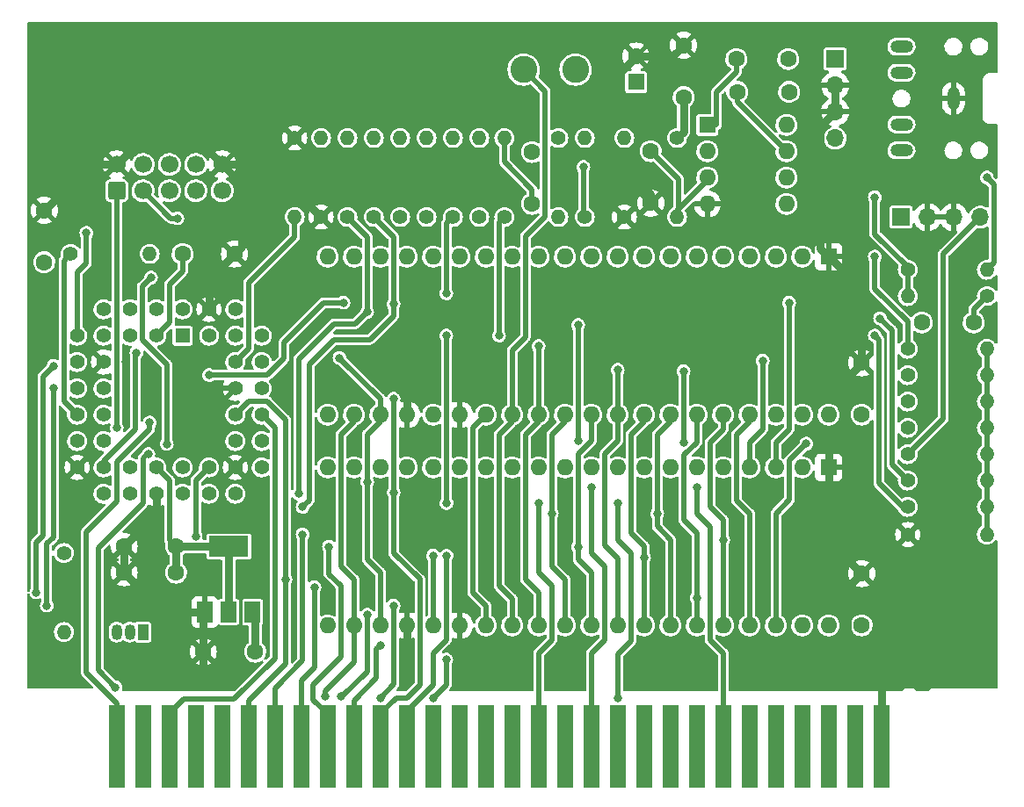
<source format=gtl>
%TF.GenerationSoftware,KiCad,Pcbnew,(6.0.8)*%
%TF.CreationDate,2022-10-26T09:36:09+07:00*%
%TF.ProjectId,TS_Ext_EPM3032,54535f45-7874-45f4-9550-4d333033322e,1.1*%
%TF.SameCoordinates,Original*%
%TF.FileFunction,Copper,L1,Top*%
%TF.FilePolarity,Positive*%
%FSLAX46Y46*%
G04 Gerber Fmt 4.6, Leading zero omitted, Abs format (unit mm)*
G04 Created by KiCad (PCBNEW (6.0.8)) date 2022-10-26 09:36:09*
%MOMM*%
%LPD*%
G01*
G04 APERTURE LIST*
G04 Aperture macros list*
%AMRoundRect*
0 Rectangle with rounded corners*
0 $1 Rounding radius*
0 $2 $3 $4 $5 $6 $7 $8 $9 X,Y pos of 4 corners*
0 Add a 4 corners polygon primitive as box body*
4,1,4,$2,$3,$4,$5,$6,$7,$8,$9,$2,$3,0*
0 Add four circle primitives for the rounded corners*
1,1,$1+$1,$2,$3*
1,1,$1+$1,$4,$5*
1,1,$1+$1,$6,$7*
1,1,$1+$1,$8,$9*
0 Add four rect primitives between the rounded corners*
20,1,$1+$1,$2,$3,$4,$5,0*
20,1,$1+$1,$4,$5,$6,$7,0*
20,1,$1+$1,$6,$7,$8,$9,0*
20,1,$1+$1,$8,$9,$2,$3,0*%
G04 Aperture macros list end*
%TA.AperFunction,ComponentPad*%
%ADD10C,1.600000*%
%TD*%
%TA.AperFunction,ComponentPad*%
%ADD11R,1.050000X1.500000*%
%TD*%
%TA.AperFunction,ComponentPad*%
%ADD12O,1.050000X1.500000*%
%TD*%
%TA.AperFunction,ComponentPad*%
%ADD13C,1.400000*%
%TD*%
%TA.AperFunction,ComponentPad*%
%ADD14O,1.400000X1.400000*%
%TD*%
%TA.AperFunction,ComponentPad*%
%ADD15R,1.600000X1.600000*%
%TD*%
%TA.AperFunction,ComponentPad*%
%ADD16O,1.600000X1.600000*%
%TD*%
%TA.AperFunction,SMDPad,CuDef*%
%ADD17R,1.600000X8.000000*%
%TD*%
%TA.AperFunction,ComponentPad*%
%ADD18R,1.422400X1.422400*%
%TD*%
%TA.AperFunction,ComponentPad*%
%ADD19C,1.422400*%
%TD*%
%TA.AperFunction,ComponentPad*%
%ADD20O,2.200000X1.200000*%
%TD*%
%TA.AperFunction,ComponentPad*%
%ADD21O,1.200000X2.200000*%
%TD*%
%TA.AperFunction,ComponentPad*%
%ADD22RoundRect,0.250000X0.600000X-0.600000X0.600000X0.600000X-0.600000X0.600000X-0.600000X-0.600000X0*%
%TD*%
%TA.AperFunction,ComponentPad*%
%ADD23C,1.700000*%
%TD*%
%TA.AperFunction,ComponentPad*%
%ADD24C,2.600000*%
%TD*%
%TA.AperFunction,ComponentPad*%
%ADD25R,1.700000X1.700000*%
%TD*%
%TA.AperFunction,ComponentPad*%
%ADD26O,1.700000X1.700000*%
%TD*%
%TA.AperFunction,SMDPad,CuDef*%
%ADD27R,1.500000X2.000000*%
%TD*%
%TA.AperFunction,SMDPad,CuDef*%
%ADD28R,3.800000X2.000000*%
%TD*%
%TA.AperFunction,ViaPad*%
%ADD29C,0.800000*%
%TD*%
%TA.AperFunction,ViaPad*%
%ADD30C,1.000000*%
%TD*%
%TA.AperFunction,Conductor*%
%ADD31C,0.762000*%
%TD*%
%TA.AperFunction,Conductor*%
%ADD32C,0.508000*%
%TD*%
G04 APERTURE END LIST*
D10*
%TO.P,C4,1*%
%TO.N,+5V*%
X108585000Y-83820000D03*
%TO.P,C4,2*%
%TO.N,GND*%
X108585000Y-78820000D03*
%TD*%
D11*
%TO.P,Q1,1,C*%
%TO.N,+5V*%
X39370000Y-84455000D03*
D12*
%TO.P,Q1,2,B*%
%TO.N,Net-(Q1-Pad2)*%
X38100000Y-84455000D03*
%TO.P,Q1,3,E*%
%TO.N,/~{IORQGE}*%
X36830000Y-84455000D03*
%TD*%
D13*
%TO.P,R21,1*%
%TO.N,/VCCA*%
X90805000Y-36830000D03*
D14*
%TO.P,R21,2*%
%TO.N,Net-(C12-Pad1)*%
X90805000Y-44450000D03*
%TD*%
D15*
%TO.P,U4,1,VSS*%
%TO.N,GND*%
X105410000Y-68580000D03*
D16*
%TO.P,U4,2,NC*%
%TO.N,unconnected-(U4-Pad2)*%
X102870000Y-68580000D03*
%TO.P,U4,3,A*%
%TO.N,/YM_1_A*%
X100330000Y-68580000D03*
%TO.P,U4,4,B*%
%TO.N,/YM_1_B*%
X97790000Y-68580000D03*
%TO.P,U4,5,NC*%
%TO.N,unconnected-(U4-Pad5)*%
X95250000Y-68580000D03*
%TO.P,U4,6,IOB7*%
%TO.N,unconnected-(U4-Pad6)*%
X92710000Y-68580000D03*
%TO.P,U4,7,IOB6*%
%TO.N,unconnected-(U4-Pad7)*%
X90170000Y-68580000D03*
%TO.P,U4,8,IOB5*%
%TO.N,unconnected-(U4-Pad8)*%
X87630000Y-68580000D03*
%TO.P,U4,9,IOB4*%
%TO.N,unconnected-(U4-Pad9)*%
X85090000Y-68580000D03*
%TO.P,U4,10,IOB3*%
%TO.N,unconnected-(U4-Pad10)*%
X82550000Y-68580000D03*
%TO.P,U4,11,IOB2*%
%TO.N,unconnected-(U4-Pad11)*%
X80010000Y-68580000D03*
%TO.P,U4,12,IOB1*%
%TO.N,unconnected-(U4-Pad12)*%
X77470000Y-68580000D03*
%TO.P,U4,13,IOB0*%
%TO.N,unconnected-(U4-Pad13)*%
X74930000Y-68580000D03*
%TO.P,U4,14,IOA7*%
%TO.N,unconnected-(U4-Pad14)*%
X72390000Y-68580000D03*
%TO.P,U4,15,IOA6*%
%TO.N,unconnected-(U4-Pad15)*%
X69850000Y-68580000D03*
%TO.P,U4,16,IOA5*%
%TO.N,unconnected-(U4-Pad16)*%
X67310000Y-68580000D03*
%TO.P,U4,17,IOA4*%
%TO.N,unconnected-(U4-Pad17)*%
X64770000Y-68580000D03*
%TO.P,U4,18,IOA3*%
%TO.N,unconnected-(U4-Pad18)*%
X62230000Y-68580000D03*
%TO.P,U4,19,IOA2*%
%TO.N,unconnected-(U4-Pad19)*%
X59690000Y-68580000D03*
%TO.P,U4,20,IOA1*%
%TO.N,unconnected-(U4-Pad20)*%
X57150000Y-68580000D03*
%TO.P,U4,21,IOA0*%
%TO.N,unconnected-(U4-Pad21)*%
X57150000Y-83820000D03*
%TO.P,U4,22,CLOCK*%
%TO.N,/CLK350*%
X59690000Y-83820000D03*
%TO.P,U4,23,~{RESET}*%
%TO.N,/~{RESET}*%
X62230000Y-83820000D03*
%TO.P,U4,24,~{A9}*%
%TO.N,GND*%
X64770000Y-83820000D03*
%TO.P,U4,25,A8*%
%TO.N,/A8_1*%
X67310000Y-83820000D03*
%TO.P,U4,26,~{SEL}*%
%TO.N,GND*%
X69850000Y-83820000D03*
%TO.P,U4,27,BDIR*%
%TO.N,/BDIR*%
X72390000Y-83820000D03*
%TO.P,U4,28,BC2*%
%TO.N,+5V*%
X74930000Y-83820000D03*
%TO.P,U4,29,BC1*%
%TO.N,/BC1*%
X77470000Y-83820000D03*
%TO.P,U4,30,DA7*%
%TO.N,/D7*%
X80010000Y-83820000D03*
%TO.P,U4,31,DA6*%
%TO.N,/D6*%
X82550000Y-83820000D03*
%TO.P,U4,32,DA5*%
%TO.N,/D5*%
X85090000Y-83820000D03*
%TO.P,U4,33,DA4*%
%TO.N,/D4*%
X87630000Y-83820000D03*
%TO.P,U4,34,DA3*%
%TO.N,/D3*%
X90170000Y-83820000D03*
%TO.P,U4,35,DA2*%
%TO.N,/D2*%
X92710000Y-83820000D03*
%TO.P,U4,36,DA1*%
%TO.N,/D1*%
X95250000Y-83820000D03*
%TO.P,U4,37,DA0*%
%TO.N,/D0*%
X97790000Y-83820000D03*
%TO.P,U4,38,C*%
%TO.N,/YM_1_C*%
X100330000Y-83820000D03*
%TO.P,U4,39,TEST1*%
%TO.N,unconnected-(U4-Pad39)*%
X102870000Y-83820000D03*
%TO.P,U4,40,VCC*%
%TO.N,+5V*%
X105410000Y-83820000D03*
%TD*%
D17*
%TO.P,J3,a1,Pin_a1*%
%TO.N,/A15*%
X36830000Y-95478600D03*
%TO.P,J3,a2,Pin_a2*%
%TO.N,unconnected-(J3-Pada2)*%
X39370000Y-95478600D03*
%TO.P,J3,a3,Pin_a3*%
%TO.N,/D7*%
X41910000Y-95478600D03*
%TO.P,J3,a4,Pin_a4*%
%TO.N,unconnected-(J3-Pada4)*%
X44450000Y-95478600D03*
%TO.P,J3,a5,Pin_a5*%
%TO.N,unconnected-(J3-Pada5)*%
X46990000Y-95478600D03*
%TO.P,J3,a6,Pin_a6*%
%TO.N,/D0*%
X49530000Y-95478600D03*
%TO.P,J3,a7,Pin_a7*%
%TO.N,/D1*%
X52070000Y-95478600D03*
%TO.P,J3,a8,Pin_a8*%
%TO.N,/D2*%
X54610000Y-95478600D03*
%TO.P,J3,a9,Pin_a9*%
%TO.N,/D6*%
X57150000Y-95478600D03*
%TO.P,J3,a10,Pin_a10*%
%TO.N,/D5*%
X59690000Y-95478600D03*
%TO.P,J3,a11,Pin_a11*%
%TO.N,/D3*%
X62230000Y-95478600D03*
%TO.P,J3,a12,Pin_a12*%
%TO.N,/D4*%
X64770000Y-95478600D03*
%TO.P,J3,a13,Pin_a13*%
%TO.N,unconnected-(J3-Pada13)*%
X67310000Y-95478600D03*
%TO.P,J3,a14,Pin_a14*%
%TO.N,unconnected-(J3-Pada14)*%
X69850000Y-95478600D03*
%TO.P,J3,a15,Pin_a15*%
%TO.N,unconnected-(J3-Pada15)*%
X72390000Y-95478600D03*
%TO.P,J3,a16,Pin_a16*%
%TO.N,unconnected-(J3-Pada16)*%
X74930000Y-95478600D03*
%TO.P,J3,a17,Pin_a17*%
%TO.N,/~{IORQ}*%
X77470000Y-95478600D03*
%TO.P,J3,a18,Pin_a18*%
%TO.N,unconnected-(J3-Pada18)*%
X80010000Y-95478600D03*
%TO.P,J3,a19,Pin_a19*%
%TO.N,/~{WR}*%
X82550000Y-95478600D03*
%TO.P,J3,a20,Pin_a20*%
%TO.N,unconnected-(J3-Pada20)*%
X85090000Y-95478600D03*
%TO.P,J3,a21,Pin_a21*%
%TO.N,unconnected-(J3-Pada21)*%
X87630000Y-95478600D03*
%TO.P,J3,a22,Pin_a22*%
%TO.N,unconnected-(J3-Pada22)*%
X90170000Y-95478600D03*
%TO.P,J3,a23,Pin_a23*%
%TO.N,unconnected-(J3-Pada23)*%
X92710000Y-95478600D03*
%TO.P,J3,a24,Pin_a24*%
%TO.N,/~{M1}*%
X95250000Y-95478600D03*
%TO.P,J3,a25,Pin_a25*%
%TO.N,unconnected-(J3-Pada25)*%
X97790000Y-95478600D03*
%TO.P,J3,a26,Pin_a26*%
%TO.N,unconnected-(J3-Pada26)*%
X100330000Y-95478600D03*
%TO.P,J3,a27,Pin_a27*%
%TO.N,unconnected-(J3-Pada27)*%
X102870000Y-95478600D03*
%TO.P,J3,a28,Pin_a28*%
%TO.N,unconnected-(J3-Pada28)*%
X105410000Y-95478600D03*
%TO.P,J3,a29,Pin_a29*%
%TO.N,unconnected-(J3-Pada29)*%
X107950000Y-95478600D03*
%TO.P,J3,a30,Pin_a30*%
%TO.N,GND*%
X110490000Y-95478600D03*
%TD*%
D13*
%TO.P,R2,1*%
%TO.N,GND*%
X53975000Y-36830000D03*
D14*
%TO.P,R2,2*%
%TO.N,/TDO*%
X53975000Y-44450000D03*
%TD*%
D13*
%TO.P,R16,1*%
%TO.N,/TAPEOUT*%
X113030000Y-72390000D03*
D14*
%TO.P,R16,2*%
%TO.N,Net-(C11-Pad2)*%
X120650000Y-72390000D03*
%TD*%
D18*
%TO.P,U1,1,I/GCLRn*%
%TO.N,unconnected-(U1-Pad1)*%
X43180000Y-55880000D03*
D19*
%TO.P,U1,2,I/OE2*%
%TO.N,unconnected-(U1-Pad2)*%
X40640000Y-53340000D03*
%TO.P,U1,3,VCCINT*%
%TO.N,+3.3V*%
X40640000Y-55880000D03*
%TO.P,U1,4,IO*%
%TO.N,/~{RESET}*%
X38100000Y-53340000D03*
%TO.P,U1,5,IO*%
%TO.N,/D4*%
X38100000Y-55880000D03*
%TO.P,U1,6,IO*%
%TO.N,/~{IORQ}*%
X35560000Y-53340000D03*
%TO.P,U1,7,TDI*%
%TO.N,/TDI*%
X33020000Y-55880000D03*
%TO.P,U1,8,IO*%
%TO.N,/~{M1}*%
X35560000Y-55880000D03*
%TO.P,U1,9,IO*%
%TO.N,/A1*%
X33020000Y-58420000D03*
%TO.P,U1,10,GNDIO*%
%TO.N,GND*%
X35560000Y-58420000D03*
%TO.P,U1,11,IO*%
%TO.N,/A0*%
X33020000Y-60960000D03*
%TO.P,U1,12,IO*%
%TO.N,/~{WR}*%
X35560000Y-60960000D03*
%TO.P,U1,13,TMS*%
%TO.N,/TMS*%
X33020000Y-63500000D03*
%TO.P,U1,14,IO*%
%TO.N,/BDIR*%
X35560000Y-63500000D03*
%TO.P,U1,15,VCCIO*%
%TO.N,+3.3V*%
X33020000Y-66040000D03*
%TO.P,U1,16,IO*%
%TO.N,/BC1*%
X35560000Y-66040000D03*
%TO.P,U1,17,GNDIO*%
%TO.N,GND*%
X33020000Y-68580000D03*
%TO.P,U1,18,IO*%
%TO.N,unconnected-(U1-Pad18)*%
X35560000Y-71120000D03*
%TO.P,U1,19,IO*%
%TO.N,/A8_0*%
X35560000Y-68580000D03*
%TO.P,U1,20,IO*%
%TO.N,/A8_1*%
X38100000Y-71120000D03*
%TO.P,U1,21,IO*%
%TO.N,/BEEPER*%
X38100000Y-68580000D03*
%TO.P,U1,22,GNDINT*%
%TO.N,GND*%
X40640000Y-71120000D03*
%TO.P,U1,23,VCCINT*%
%TO.N,+3.3V*%
X40640000Y-68580000D03*
%TO.P,U1,24,IO*%
%TO.N,/TAPEOUT*%
X43180000Y-71120000D03*
%TO.P,U1,25,IO*%
%TO.N,unconnected-(U1-Pad25)*%
X43180000Y-68580000D03*
%TO.P,U1,26,IO*%
%TO.N,unconnected-(U1-Pad26)*%
X45720000Y-71120000D03*
%TO.P,U1,27,IO*%
%TO.N,/~{IORQGE33}*%
X45720000Y-68580000D03*
%TO.P,U1,28,IO*%
%TO.N,unconnected-(U1-Pad28)*%
X48260000Y-71120000D03*
%TO.P,U1,29,IO*%
%TO.N,/A14*%
X50800000Y-68580000D03*
%TO.P,U1,30,GNDIO*%
%TO.N,GND*%
X48260000Y-68580000D03*
%TO.P,U1,31,IO*%
%TO.N,/A15*%
X50800000Y-66040000D03*
%TO.P,U1,32,TCK*%
%TO.N,/TCK*%
X48260000Y-66040000D03*
%TO.P,U1,33,IO*%
%TO.N,/D7*%
X50800000Y-63500000D03*
%TO.P,U1,34,IO*%
%TO.N,/D0*%
X48260000Y-63500000D03*
%TO.P,U1,35,VCCIO*%
%TO.N,+3.3V*%
X50800000Y-60960000D03*
%TO.P,U1,36,GNDIO*%
%TO.N,GND*%
X48260000Y-60960000D03*
%TO.P,U1,37,IO*%
%TO.N,unconnected-(U1-Pad37)*%
X50800000Y-58420000D03*
%TO.P,U1,38,TDO*%
%TO.N,/TDO*%
X48260000Y-58420000D03*
%TO.P,U1,39,IO*%
%TO.N,/D6*%
X50800000Y-55880000D03*
%TO.P,U1,40,IO*%
%TO.N,/D5*%
X48260000Y-53340000D03*
%TO.P,U1,41,IO*%
%TO.N,/D3*%
X48260000Y-55880000D03*
%TO.P,U1,42,GNDINT*%
%TO.N,GND*%
X45720000Y-53340000D03*
%TO.P,U1,43,I/GCLK1*%
%TO.N,unconnected-(U1-Pad43)*%
X45720000Y-55880000D03*
%TO.P,U1,44,I/OE1*%
%TO.N,unconnected-(U1-Pad44)*%
X43180000Y-53340000D03*
%TD*%
D13*
%TO.P,R22,1*%
%TO.N,GND*%
X85725000Y-44450000D03*
D14*
%TO.P,R22,2*%
%TO.N,Net-(C12-Pad1)*%
X85725000Y-36830000D03*
%TD*%
D10*
%TO.P,C8,1*%
%TO.N,+3.3V*%
X29845000Y-48815000D03*
%TO.P,C8,2*%
%TO.N,GND*%
X29845000Y-43815000D03*
%TD*%
D13*
%TO.P,R25,1*%
%TO.N,/~{IORQGE33}*%
X31750000Y-76835000D03*
D14*
%TO.P,R25,2*%
%TO.N,Net-(Q1-Pad2)*%
X31750000Y-84455000D03*
%TD*%
D15*
%TO.P,U5,1*%
%TO.N,Net-(C13-Pad1)*%
X93726000Y-35560000D03*
D16*
%TO.P,U5,2,-*%
%TO.N,Net-(R19-Pad2)*%
X93726000Y-38100000D03*
%TO.P,U5,3,+*%
%TO.N,Net-(C12-Pad1)*%
X93726000Y-40640000D03*
%TO.P,U5,4,V-*%
%TO.N,GND*%
X93726000Y-43180000D03*
%TO.P,U5,5,+*%
%TO.N,Net-(C12-Pad1)*%
X101346000Y-43180000D03*
%TO.P,U5,6,-*%
%TO.N,Net-(R20-Pad2)*%
X101346000Y-40640000D03*
%TO.P,U5,7*%
%TO.N,Net-(C14-Pad2)*%
X101346000Y-38100000D03*
%TO.P,U5,8,V+*%
%TO.N,/VCCA*%
X101346000Y-35560000D03*
%TD*%
D20*
%TO.P,J5,R*%
%TO.N,/ROUT*%
X112420000Y-38020000D03*
%TO.P,J5,RN*%
%TO.N,unconnected-(J5-PadRN)*%
X112420000Y-35520000D03*
D21*
%TO.P,J5,S*%
%TO.N,GND*%
X117420000Y-33020000D03*
D20*
%TO.P,J5,T*%
%TO.N,/LOUT*%
X112420000Y-28020000D03*
%TO.P,J5,TN*%
%TO.N,unconnected-(J5-PadTN)*%
X112420000Y-30520000D03*
%TD*%
D22*
%TO.P,J1,1,Pin_1*%
%TO.N,/TCK*%
X36830000Y-41910000D03*
D23*
%TO.P,J1,2,Pin_2*%
%TO.N,GND*%
X36830000Y-39370000D03*
%TO.P,J1,3,Pin_3*%
%TO.N,/TDO*%
X39370000Y-41910000D03*
%TO.P,J1,4,Pin_4*%
%TO.N,+3.3V*%
X39370000Y-39370000D03*
%TO.P,J1,5,Pin_5*%
%TO.N,/TMS*%
X41910000Y-41910000D03*
%TO.P,J1,6,Pin_6*%
%TO.N,unconnected-(J1-Pad6)*%
X41910000Y-39370000D03*
%TO.P,J1,7,Pin_7*%
%TO.N,unconnected-(J1-Pad7)*%
X44450000Y-41910000D03*
%TO.P,J1,8,Pin_8*%
%TO.N,unconnected-(J1-Pad8)*%
X44450000Y-39370000D03*
%TO.P,J1,9,Pin_9*%
%TO.N,/TDI*%
X46990000Y-41910000D03*
%TO.P,J1,10,Pin_10*%
%TO.N,GND*%
X46990000Y-39370000D03*
%TD*%
D13*
%TO.P,R24,1*%
%TO.N,Net-(R20-Pad2)*%
X113030000Y-49530000D03*
D14*
%TO.P,R24,2*%
%TO.N,Net-(C14-Pad2)*%
X120650000Y-49530000D03*
%TD*%
D24*
%TO.P,L1,1,1*%
%TO.N,/VCCA*%
X81026000Y-30226000D03*
%TO.P,L1,2,2*%
%TO.N,+5V*%
X76026000Y-30226000D03*
%TD*%
D13*
%TO.P,R11,1*%
%TO.N,/YM_1_B*%
X113030000Y-59690000D03*
D14*
%TO.P,R11,2*%
%TO.N,Net-(C11-Pad2)*%
X120650000Y-59690000D03*
%TD*%
D15*
%TO.P,U3,1,VSS*%
%TO.N,GND*%
X105410000Y-48260000D03*
D16*
%TO.P,U3,2,NC*%
%TO.N,unconnected-(U3-Pad2)*%
X102870000Y-48260000D03*
%TO.P,U3,3,A*%
%TO.N,/YM_0_A*%
X100330000Y-48260000D03*
%TO.P,U3,4,B*%
%TO.N,/YM_0_B*%
X97790000Y-48260000D03*
%TO.P,U3,5,NC*%
%TO.N,unconnected-(U3-Pad5)*%
X95250000Y-48260000D03*
%TO.P,U3,6,IOB7*%
%TO.N,unconnected-(U3-Pad6)*%
X92710000Y-48260000D03*
%TO.P,U3,7,IOB6*%
%TO.N,unconnected-(U3-Pad7)*%
X90170000Y-48260000D03*
%TO.P,U3,8,IOB5*%
%TO.N,unconnected-(U3-Pad8)*%
X87630000Y-48260000D03*
%TO.P,U3,9,IOB4*%
%TO.N,unconnected-(U3-Pad9)*%
X85090000Y-48260000D03*
%TO.P,U3,10,IOB3*%
%TO.N,unconnected-(U3-Pad10)*%
X82550000Y-48260000D03*
%TO.P,U3,11,IOB2*%
%TO.N,unconnected-(U3-Pad11)*%
X80010000Y-48260000D03*
%TO.P,U3,12,IOB1*%
%TO.N,unconnected-(U3-Pad12)*%
X77470000Y-48260000D03*
%TO.P,U3,13,IOB0*%
%TO.N,unconnected-(U3-Pad13)*%
X74930000Y-48260000D03*
%TO.P,U3,14,IOA7*%
%TO.N,unconnected-(U3-Pad14)*%
X72390000Y-48260000D03*
%TO.P,U3,15,IOA6*%
%TO.N,unconnected-(U3-Pad15)*%
X69850000Y-48260000D03*
%TO.P,U3,16,IOA5*%
%TO.N,unconnected-(U3-Pad16)*%
X67310000Y-48260000D03*
%TO.P,U3,17,IOA4*%
%TO.N,unconnected-(U3-Pad17)*%
X64770000Y-48260000D03*
%TO.P,U3,18,IOA3*%
%TO.N,unconnected-(U3-Pad18)*%
X62230000Y-48260000D03*
%TO.P,U3,19,IOA2*%
%TO.N,unconnected-(U3-Pad19)*%
X59690000Y-48260000D03*
%TO.P,U3,20,IOA1*%
%TO.N,unconnected-(U3-Pad20)*%
X57150000Y-48260000D03*
%TO.P,U3,21,IOA0*%
%TO.N,unconnected-(U3-Pad21)*%
X57150000Y-63500000D03*
%TO.P,U3,22,CLOCK*%
%TO.N,/CLK350*%
X59690000Y-63500000D03*
%TO.P,U3,23,~{RESET}*%
%TO.N,/~{RESET}*%
X62230000Y-63500000D03*
%TO.P,U3,24,~{A9}*%
%TO.N,GND*%
X64770000Y-63500000D03*
%TO.P,U3,25,A8*%
%TO.N,/A8_0*%
X67310000Y-63500000D03*
%TO.P,U3,26,~{SEL}*%
%TO.N,GND*%
X69850000Y-63500000D03*
%TO.P,U3,27,BDIR*%
%TO.N,/BDIR*%
X72390000Y-63500000D03*
%TO.P,U3,28,BC2*%
%TO.N,+5V*%
X74930000Y-63500000D03*
%TO.P,U3,29,BC1*%
%TO.N,/BC1*%
X77470000Y-63500000D03*
%TO.P,U3,30,DA7*%
%TO.N,/D7*%
X80010000Y-63500000D03*
%TO.P,U3,31,DA6*%
%TO.N,/D6*%
X82550000Y-63500000D03*
%TO.P,U3,32,DA5*%
%TO.N,/D5*%
X85090000Y-63500000D03*
%TO.P,U3,33,DA4*%
%TO.N,/D4*%
X87630000Y-63500000D03*
%TO.P,U3,34,DA3*%
%TO.N,/D3*%
X90170000Y-63500000D03*
%TO.P,U3,35,DA2*%
%TO.N,/D2*%
X92710000Y-63500000D03*
%TO.P,U3,36,DA1*%
%TO.N,/D1*%
X95250000Y-63500000D03*
%TO.P,U3,37,DA0*%
%TO.N,/D0*%
X97790000Y-63500000D03*
%TO.P,U3,38,C*%
%TO.N,/YM_0_C*%
X100330000Y-63500000D03*
%TO.P,U3,39,TEST1*%
%TO.N,unconnected-(U3-Pad39)*%
X102870000Y-63500000D03*
%TO.P,U3,40,VCC*%
%TO.N,+5V*%
X105410000Y-63500000D03*
%TD*%
D25*
%TO.P,J4,1,Pin_1*%
%TO.N,/LOUT*%
X106045000Y-29220000D03*
D26*
%TO.P,J4,2,Pin_2*%
%TO.N,GND*%
X106045000Y-31760000D03*
%TO.P,J4,3,Pin_3*%
X106045000Y-34300000D03*
%TO.P,J4,4,Pin_4*%
%TO.N,/ROUT*%
X106045000Y-36840000D03*
%TD*%
D10*
%TO.P,C5,1*%
%TO.N,+5V*%
X50165000Y-86360000D03*
%TO.P,C5,2*%
%TO.N,GND*%
X45165000Y-86360000D03*
%TD*%
D15*
%TO.P,C1,1*%
%TO.N,/VCCA*%
X86868000Y-31431113D03*
D10*
%TO.P,C1,2*%
%TO.N,GND*%
X86868000Y-28931113D03*
%TD*%
D13*
%TO.P,R8,1*%
%TO.N,/YM_0_B*%
X71755000Y-44450000D03*
D14*
%TO.P,R8,2*%
%TO.N,Net-(C10-Pad1)*%
X71755000Y-36830000D03*
%TD*%
D13*
%TO.P,R12,1*%
%TO.N,/YM_0_C*%
X113030000Y-62230000D03*
D14*
%TO.P,R12,2*%
%TO.N,Net-(C11-Pad2)*%
X120650000Y-62230000D03*
%TD*%
D13*
%TO.P,R13,1*%
%TO.N,/YM_1_C*%
X113030000Y-64770000D03*
D14*
%TO.P,R13,2*%
%TO.N,Net-(C11-Pad2)*%
X120650000Y-64770000D03*
%TD*%
D10*
%TO.P,C6,1*%
%TO.N,+3.3V*%
X42545000Y-78740000D03*
%TO.P,C6,2*%
%TO.N,GND*%
X37545000Y-78740000D03*
%TD*%
%TO.P,C9,1*%
%TO.N,+3.3V*%
X42545000Y-76200000D03*
%TO.P,C9,2*%
%TO.N,GND*%
X37545000Y-76200000D03*
%TD*%
D13*
%TO.P,R18,1*%
%TO.N,GND*%
X56515000Y-44450000D03*
D14*
%TO.P,R18,2*%
%TO.N,Net-(C10-Pad1)*%
X56515000Y-36830000D03*
%TD*%
D13*
%TO.P,R15,1*%
%TO.N,/BEEPER*%
X113030000Y-69850000D03*
D14*
%TO.P,R15,2*%
%TO.N,Net-(C11-Pad2)*%
X120650000Y-69850000D03*
%TD*%
D10*
%TO.P,C7,1*%
%TO.N,+3.3V*%
X43180000Y-48006000D03*
%TO.P,C7,2*%
%TO.N,GND*%
X48180000Y-48006000D03*
%TD*%
D27*
%TO.P,U2,1,GND*%
%TO.N,GND*%
X45325000Y-82525000D03*
D28*
%TO.P,U2,2,VO*%
%TO.N,+3.3V*%
X47625000Y-76225000D03*
D27*
X47625000Y-82525000D03*
%TO.P,U2,3,VI*%
%TO.N,+5V*%
X49925000Y-82525000D03*
%TD*%
D10*
%TO.P,C12,1*%
%TO.N,Net-(C12-Pad1)*%
X88265000Y-38100000D03*
%TO.P,C12,2*%
%TO.N,GND*%
X88265000Y-43100000D03*
%TD*%
D13*
%TO.P,R9,1*%
%TO.N,/YM_1_B*%
X74168000Y-44450000D03*
D14*
%TO.P,R9,2*%
%TO.N,Net-(C10-Pad1)*%
X74168000Y-36830000D03*
%TD*%
D13*
%TO.P,R7,1*%
%TO.N,/YM_1_A*%
X69215000Y-44450000D03*
D14*
%TO.P,R7,2*%
%TO.N,Net-(C10-Pad1)*%
X69215000Y-36830000D03*
%TD*%
D13*
%TO.P,R6,1*%
%TO.N,/YM_0_A*%
X66675000Y-44450000D03*
D14*
%TO.P,R6,2*%
%TO.N,Net-(C10-Pad1)*%
X66675000Y-36830000D03*
%TD*%
D10*
%TO.P,C2,1*%
%TO.N,/VCCA*%
X91440000Y-32893000D03*
%TO.P,C2,2*%
%TO.N,GND*%
X91440000Y-27893000D03*
%TD*%
%TO.P,C11,1*%
%TO.N,Net-(C11-Pad1)*%
X119380000Y-54610000D03*
%TO.P,C11,2*%
%TO.N,Net-(C11-Pad2)*%
X114380000Y-54610000D03*
%TD*%
D13*
%TO.P,R14,1*%
%TO.N,/CDINR*%
X113030000Y-67310000D03*
D14*
%TO.P,R14,2*%
%TO.N,Net-(C11-Pad2)*%
X120650000Y-67310000D03*
%TD*%
D13*
%TO.P,R4,1*%
%TO.N,/BEEPER*%
X61595000Y-44450000D03*
D14*
%TO.P,R4,2*%
%TO.N,Net-(C10-Pad1)*%
X61595000Y-36830000D03*
%TD*%
D10*
%TO.P,C3,1*%
%TO.N,+5V*%
X108585000Y-63500000D03*
%TO.P,C3,2*%
%TO.N,GND*%
X108585000Y-58500000D03*
%TD*%
D13*
%TO.P,R23,1*%
%TO.N,Net-(R19-Pad2)*%
X81915000Y-44450000D03*
D14*
%TO.P,R23,2*%
%TO.N,Net-(C13-Pad1)*%
X81915000Y-36830000D03*
%TD*%
D13*
%TO.P,R10,1*%
%TO.N,/YM_0_B*%
X113030000Y-57150000D03*
D14*
%TO.P,R10,2*%
%TO.N,Net-(C11-Pad2)*%
X120650000Y-57150000D03*
%TD*%
D10*
%TO.P,C13,1*%
%TO.N,Net-(C13-Pad1)*%
X96520000Y-29210000D03*
%TO.P,C13,2*%
%TO.N,/LOUT*%
X101520000Y-29210000D03*
%TD*%
D25*
%TO.P,J2,1,Pin_1*%
%TO.N,/CDINL*%
X112395000Y-44450000D03*
D26*
%TO.P,J2,2,Pin_2*%
%TO.N,GND*%
X114935000Y-44450000D03*
%TO.P,J2,3,Pin_3*%
X117475000Y-44450000D03*
%TO.P,J2,4,Pin_4*%
%TO.N,/CDINR*%
X120015000Y-44450000D03*
%TD*%
D13*
%TO.P,R3,1*%
%TO.N,/TAPEOUT*%
X59055000Y-44450000D03*
D14*
%TO.P,R3,2*%
%TO.N,Net-(C10-Pad1)*%
X59055000Y-36830000D03*
%TD*%
D13*
%TO.P,R17,1*%
%TO.N,GND*%
X113030000Y-75057000D03*
D14*
%TO.P,R17,2*%
%TO.N,Net-(C11-Pad2)*%
X120650000Y-75057000D03*
%TD*%
D13*
%TO.P,R1,1*%
%TO.N,/TMS*%
X32385000Y-48006000D03*
D14*
%TO.P,R1,2*%
%TO.N,+3.3V*%
X40005000Y-48006000D03*
%TD*%
D10*
%TO.P,C14,1*%
%TO.N,/ROUT*%
X101600000Y-32385000D03*
%TO.P,C14,2*%
%TO.N,Net-(C14-Pad2)*%
X96600000Y-32385000D03*
%TD*%
D13*
%TO.P,R5,1*%
%TO.N,/CDINL*%
X64135000Y-44450000D03*
D14*
%TO.P,R5,2*%
%TO.N,Net-(C10-Pad1)*%
X64135000Y-36830000D03*
%TD*%
D13*
%TO.P,R20,1*%
%TO.N,Net-(C11-Pad1)*%
X120650000Y-52070000D03*
D14*
%TO.P,R20,2*%
%TO.N,Net-(R20-Pad2)*%
X113030000Y-52070000D03*
%TD*%
D13*
%TO.P,R19,1*%
%TO.N,Net-(C10-Pad2)*%
X79375000Y-36830000D03*
D14*
%TO.P,R19,2*%
%TO.N,Net-(R19-Pad2)*%
X79375000Y-44450000D03*
%TD*%
D10*
%TO.P,C10,1*%
%TO.N,Net-(C10-Pad1)*%
X76835000Y-43180000D03*
%TO.P,C10,2*%
%TO.N,Net-(C10-Pad2)*%
X76835000Y-38180000D03*
%TD*%
D29*
%TO.N,GND*%
X110490000Y-89535000D03*
X70485000Y-43180000D03*
X40640000Y-29210000D03*
X99060000Y-80645000D03*
X81280000Y-86360000D03*
X91440000Y-86360000D03*
X66040000Y-72136000D03*
X40640000Y-34290000D03*
X62230000Y-71882000D03*
X71120000Y-29210000D03*
X71120000Y-39370000D03*
X102870000Y-80645000D03*
X119380000Y-73660000D03*
X83185000Y-61468000D03*
X62230000Y-51689000D03*
X119380000Y-58420000D03*
X46609000Y-63754000D03*
X40005000Y-58547000D03*
D30*
X46355000Y-89535000D03*
D29*
X30480000Y-34290000D03*
X56515000Y-73025000D03*
X60960000Y-34290000D03*
X50800000Y-29210000D03*
X99695000Y-26670000D03*
X30480000Y-29210000D03*
X93980000Y-59055000D03*
D30*
X64897000Y-50165000D03*
D29*
X59690000Y-71374000D03*
X88900000Y-86360000D03*
X39370000Y-88900000D03*
X101600000Y-86360000D03*
X114300000Y-80645000D03*
X30480000Y-87630000D03*
X99822000Y-30988000D03*
X114300000Y-68580000D03*
X62103000Y-46482000D03*
X99060000Y-43180000D03*
X96520000Y-36830000D03*
X60960000Y-29210000D03*
X37719000Y-58420000D03*
X119380000Y-50800000D03*
X50800000Y-34290000D03*
X60960000Y-39370000D03*
X79121000Y-56896000D03*
X73660000Y-86360000D03*
X90170000Y-70485000D03*
X104775000Y-51435000D03*
X96520000Y-86360000D03*
X71120000Y-34290000D03*
D30*
X64730773Y-89495773D03*
D29*
X104140000Y-57150000D03*
%TO.N,Net-(C14-Pad2)*%
X120650000Y-40640000D03*
%TO.N,/TCK*%
X36830000Y-64770000D03*
%TO.N,/TDO*%
X42672000Y-44577000D03*
%TO.N,/TDI*%
X33909000Y-45974000D03*
%TO.N,/~{IORQGE}*%
X68580000Y-87122000D03*
X67310000Y-90805000D03*
%TO.N,/TAPEOUT*%
X60960000Y-53594000D03*
X109855000Y-55880000D03*
X54356000Y-71120000D03*
%TO.N,/BEEPER*%
X110363000Y-54229000D03*
X54737000Y-72390000D03*
X63500000Y-52832000D03*
%TO.N,Net-(R19-Pad2)*%
X81788000Y-39624000D03*
%TO.N,Net-(R20-Pad2)*%
X109855000Y-42545000D03*
%TO.N,/~{RESET}*%
X60960000Y-69977000D03*
X85090000Y-90805000D03*
X58293000Y-58039000D03*
X85090000Y-72009000D03*
%TO.N,/D4*%
X68596000Y-77105000D03*
X87630000Y-77251500D03*
%TO.N,/~{IORQ}*%
X68596000Y-72025000D03*
X68580000Y-55880000D03*
X77470000Y-72009000D03*
%TO.N,/~{M1}*%
X91440000Y-59309000D03*
X92710000Y-70485000D03*
X91440000Y-66167000D03*
%TO.N,/A1*%
X62230000Y-90805000D03*
X63500000Y-81915000D03*
X29083000Y-80645000D03*
X30734000Y-58801000D03*
%TO.N,/A0*%
X30734000Y-60960000D03*
X58420000Y-90678000D03*
X30099000Y-81915000D03*
X60960000Y-82804000D03*
%TO.N,/~{WR}*%
X81280000Y-54864000D03*
X58674000Y-52705000D03*
X45720000Y-59690000D03*
X82550000Y-70485000D03*
X81280000Y-66040000D03*
%TO.N,/BC1*%
X40132000Y-50292000D03*
X41656000Y-66331500D03*
X77470000Y-56896000D03*
%TO.N,/A8_0*%
X38735000Y-57531000D03*
%TO.N,/A8_1*%
X67310000Y-77089000D03*
%TO.N,/A14*%
X36703000Y-89789000D03*
X39878000Y-67310000D03*
%TO.N,/A15*%
X40005000Y-64262000D03*
%TO.N,/D7*%
X78740000Y-73025000D03*
%TO.N,/D0*%
X53086000Y-79375000D03*
%TO.N,/D6*%
X81280000Y-76237500D03*
X57277000Y-76235500D03*
%TO.N,/D5*%
X85090000Y-59182000D03*
X62230000Y-85725000D03*
%TO.N,/D3*%
X63500000Y-70993000D03*
X88900000Y-73025000D03*
X63500000Y-61976000D03*
%TO.N,/CLK350*%
X56896000Y-90678000D03*
%TO.N,/D2*%
X92710000Y-81153000D03*
X55880000Y-80137000D03*
%TO.N,/D1*%
X54737000Y-75057000D03*
X95250000Y-75565000D03*
%TO.N,/YM_0_B*%
X109855000Y-48260000D03*
%TO.N,/YM_1_A*%
X68580000Y-51816000D03*
X101600000Y-52705000D03*
%TO.N,/YM_1_B*%
X73660000Y-55880000D03*
X99060000Y-58293000D03*
%TO.N,/YM_1_C*%
X103251000Y-66294000D03*
%TO.N,/~{IORQGE33}*%
X44450000Y-75219500D03*
%TD*%
D31*
%TO.N,/VCCA*%
X91440000Y-32893000D02*
X91440000Y-36195000D01*
X91440000Y-36195000D02*
X90805000Y-36830000D01*
%TO.N,GND*%
X51435000Y-39370000D02*
X46990000Y-39370000D01*
X34290000Y-39370000D02*
X29845000Y-43815000D01*
D32*
X33020000Y-68580000D02*
X34290000Y-67310000D01*
X48260000Y-68580000D02*
X45085000Y-65405000D01*
D31*
X90401887Y-28931113D02*
X91440000Y-27893000D01*
D32*
X44554800Y-64874800D02*
X45085000Y-65405000D01*
D31*
X110490000Y-95478600D02*
X110490000Y-89535000D01*
X84328000Y-38314000D02*
X84328000Y-31471113D01*
X56515000Y-44450000D02*
X51435000Y-39370000D01*
X108585000Y-58500000D02*
X108585000Y-51435000D01*
X64765000Y-57155000D02*
X64765000Y-63495000D01*
X106045000Y-31760000D02*
X106045000Y-34300000D01*
X84328000Y-31471113D02*
X86868000Y-28931113D01*
X45720000Y-50466000D02*
X48180000Y-48006000D01*
D32*
X34290000Y-67310000D02*
X34290000Y-59690000D01*
D31*
X64730773Y-89495773D02*
X64770000Y-89456546D01*
X46355000Y-89535000D02*
X45165000Y-88345000D01*
X105410000Y-68580000D02*
X105410000Y-66294000D01*
X104614000Y-47464000D02*
X104614000Y-35731000D01*
X37545000Y-76200000D02*
X40640000Y-73105000D01*
X45165000Y-88345000D02*
X45165000Y-82685000D01*
X105410000Y-66294000D02*
X107061000Y-64643000D01*
X41330000Y-82525000D02*
X37545000Y-78740000D01*
X48895000Y-47291000D02*
X48895000Y-41275000D01*
X108585000Y-78780000D02*
X105410000Y-75605000D01*
X88265000Y-43100000D02*
X88265000Y-42251000D01*
X64897000Y-50165000D02*
X64770000Y-50292000D01*
X104614000Y-35731000D02*
X106045000Y-34300000D01*
X64770000Y-50292000D02*
X64770000Y-57150000D01*
X64770000Y-89456546D02*
X64770000Y-83820000D01*
D32*
X44577000Y-60960000D02*
X48260000Y-60960000D01*
D31*
X37545000Y-78740000D02*
X37545000Y-76200000D01*
X105410000Y-48260000D02*
X104614000Y-47464000D01*
D32*
X34290000Y-59690000D02*
X35560000Y-58420000D01*
X45720000Y-53340000D02*
X44554800Y-54505200D01*
D31*
X105410000Y-75605000D02*
X105410000Y-68580000D01*
X107061000Y-60071000D02*
X108585000Y-58547000D01*
X36830000Y-39370000D02*
X34290000Y-39370000D01*
X107061000Y-64643000D02*
X107061000Y-60071000D01*
X108585000Y-89535000D02*
X107204000Y-88154000D01*
X107204000Y-80161000D02*
X108585000Y-78780000D01*
X38735000Y-37465000D02*
X45085000Y-37465000D01*
X45720000Y-53340000D02*
X45720000Y-50466000D01*
X64770000Y-57150000D02*
X64765000Y-57155000D01*
X48180000Y-48006000D02*
X48895000Y-47291000D01*
X88265000Y-42251000D02*
X84328000Y-38314000D01*
X45325000Y-82525000D02*
X41330000Y-82525000D01*
X45085000Y-37465000D02*
X46990000Y-39370000D01*
X86868000Y-28931113D02*
X90401887Y-28931113D01*
X108585000Y-51435000D02*
X105410000Y-48260000D01*
X107204000Y-88154000D02*
X107204000Y-80161000D01*
X40640000Y-73105000D02*
X40640000Y-71120000D01*
X36830000Y-39370000D02*
X38735000Y-37465000D01*
X110490000Y-89535000D02*
X108585000Y-89535000D01*
D32*
X44554800Y-54505200D02*
X44554800Y-64874800D01*
D31*
X48895000Y-41275000D02*
X46990000Y-39370000D01*
D32*
%TO.N,+5V*%
X74930000Y-81280000D02*
X73660000Y-80010000D01*
X76184000Y-46339000D02*
X78094000Y-44429000D01*
D31*
X50165000Y-86360000D02*
X50165000Y-82765000D01*
D32*
X78094000Y-32294000D02*
X76026000Y-30226000D01*
X74930000Y-83810000D02*
X74930000Y-81280000D01*
X78094000Y-44429000D02*
X78094000Y-32294000D01*
X74925000Y-64140000D02*
X74925000Y-63495000D01*
X74930000Y-57277000D02*
X76184000Y-56023000D01*
X76184000Y-56023000D02*
X76184000Y-46339000D01*
X74930000Y-63500000D02*
X74930000Y-57277000D01*
X73660000Y-80010000D02*
X73660000Y-65405000D01*
X73660000Y-65405000D02*
X74925000Y-64140000D01*
%TO.N,+3.3V*%
X41910000Y-75565000D02*
X41910000Y-69850000D01*
D31*
X42545000Y-76200000D02*
X42545000Y-78740000D01*
D32*
X42545000Y-76200000D02*
X41910000Y-75565000D01*
X43180000Y-48006000D02*
X43180000Y-49657000D01*
X41910000Y-50927000D02*
X41910000Y-54610000D01*
X41910000Y-69850000D02*
X40640000Y-68580000D01*
D31*
X45720000Y-76200000D02*
X42545000Y-76200000D01*
D32*
X43180000Y-49657000D02*
X41910000Y-50927000D01*
X41910000Y-54610000D02*
X40640000Y-55880000D01*
D31*
X47625000Y-82525000D02*
X47625000Y-76225000D01*
D32*
%TO.N,Net-(C11-Pad2)*%
X120650000Y-75057000D02*
X120650000Y-57150000D01*
%TO.N,Net-(C12-Pad1)*%
X90805000Y-44450000D02*
X90805000Y-43815000D01*
X90805000Y-43815000D02*
X93726000Y-40894000D01*
X90932000Y-44323000D02*
X90932000Y-40767000D01*
X90932000Y-40767000D02*
X88265000Y-38100000D01*
%TO.N,Net-(C13-Pad1)*%
X94615000Y-32385000D02*
X94615000Y-35560000D01*
X96520000Y-30480000D02*
X94615000Y-32385000D01*
X96520000Y-29210000D02*
X96520000Y-30480000D01*
%TO.N,Net-(C14-Pad2)*%
X121319000Y-41309000D02*
X120650000Y-40640000D01*
X96600000Y-33354000D02*
X101346000Y-38100000D01*
X96600000Y-32385000D02*
X96600000Y-33354000D01*
X120650000Y-49530000D02*
X121319000Y-48861000D01*
X121319000Y-48861000D02*
X121319000Y-41309000D01*
%TO.N,/TCK*%
X36830000Y-64770000D02*
X36830000Y-41910000D01*
%TO.N,/TDO*%
X53975000Y-46355000D02*
X53975000Y-44450000D01*
X42672000Y-44577000D02*
X42037000Y-44577000D01*
X48260000Y-58420000D02*
X49530000Y-57150000D01*
X42037000Y-44577000D02*
X39370000Y-41910000D01*
X49530000Y-57150000D02*
X49530000Y-50800000D01*
X49530000Y-50800000D02*
X53975000Y-46355000D01*
%TO.N,/TMS*%
X31750000Y-62230000D02*
X33020000Y-63500000D01*
X32385000Y-48006000D02*
X31750000Y-48641000D01*
X31750000Y-48641000D02*
X31750000Y-62230000D01*
%TO.N,/TDI*%
X33909000Y-45974000D02*
X33909000Y-48895000D01*
X33020000Y-49784000D02*
X33020000Y-55880000D01*
X33909000Y-48895000D02*
X33020000Y-49784000D01*
%TO.N,/CDINR*%
X113030000Y-67310000D02*
X116459000Y-63881000D01*
X116459000Y-48006000D02*
X120015000Y-44450000D01*
X116459000Y-63881000D02*
X116459000Y-48006000D01*
%TO.N,Net-(C10-Pad1)*%
X76835000Y-41783000D02*
X74168000Y-39116000D01*
X76835000Y-43180000D02*
X76835000Y-41783000D01*
X74168000Y-39116000D02*
X74168000Y-36830000D01*
%TO.N,/~{IORQGE}*%
X68580000Y-89535000D02*
X67310000Y-90805000D01*
X68580000Y-87122000D02*
X68580000Y-89535000D01*
%TO.N,/TAPEOUT*%
X59817000Y-54737000D02*
X60960000Y-53594000D01*
X112522000Y-72390000D02*
X113030000Y-72390000D01*
X57785000Y-54737000D02*
X59817000Y-54737000D01*
X109855000Y-55880000D02*
X110236000Y-56261000D01*
X60960000Y-46355000D02*
X59055000Y-44450000D01*
X60960000Y-53594000D02*
X60960000Y-46355000D01*
X110236000Y-56261000D02*
X110236000Y-70104000D01*
X54356000Y-58166000D02*
X57785000Y-54737000D01*
X110236000Y-70104000D02*
X112522000Y-72390000D01*
X54356000Y-71120000D02*
X54356000Y-58166000D01*
%TO.N,/BEEPER*%
X63500000Y-52832000D02*
X63500000Y-53975000D01*
X111506000Y-55372000D02*
X111506000Y-68326000D01*
X63500000Y-53975000D02*
X61214000Y-56261000D01*
X55372000Y-71755000D02*
X54737000Y-72390000D01*
X63500000Y-46355000D02*
X61595000Y-44450000D01*
X110363000Y-54229000D02*
X111506000Y-55372000D01*
X55372000Y-58674000D02*
X55372000Y-71755000D01*
X111506000Y-68326000D02*
X113030000Y-69850000D01*
X57785000Y-56261000D02*
X55372000Y-58674000D01*
X63500000Y-52832000D02*
X63500000Y-46355000D01*
X61214000Y-56261000D02*
X57785000Y-56261000D01*
%TO.N,Net-(R19-Pad2)*%
X81788000Y-44323000D02*
X81788000Y-39624000D01*
%TO.N,Net-(R20-Pad2)*%
X113030000Y-49276000D02*
X109855000Y-46101000D01*
X113030000Y-52070000D02*
X113030000Y-49530000D01*
X109855000Y-46101000D02*
X109855000Y-42545000D01*
%TO.N,/~{RESET}*%
X85090000Y-86614000D02*
X85090000Y-90805000D01*
X86360000Y-76835000D02*
X86360000Y-85344000D01*
X85090000Y-72009000D02*
X85090000Y-75565000D01*
X60960000Y-69977000D02*
X60971000Y-69966000D01*
X60971000Y-65394000D02*
X62225000Y-64140000D01*
X60971000Y-69966000D02*
X60971000Y-65394000D01*
X62225000Y-78735000D02*
X62225000Y-83815000D01*
X60960000Y-69977000D02*
X60971000Y-69988000D01*
X62225000Y-64140000D02*
X62225000Y-61971000D01*
X86360000Y-85344000D02*
X85090000Y-86614000D01*
X60971000Y-69988000D02*
X60971000Y-77481000D01*
X62225000Y-61971000D02*
X58293000Y-58039000D01*
X85090000Y-75565000D02*
X86360000Y-76835000D01*
X60971000Y-77481000D02*
X62225000Y-78735000D01*
%TO.N,/D4*%
X87630000Y-76200000D02*
X87630000Y-83810000D01*
X86360000Y-74930000D02*
X87630000Y-76200000D01*
X87630000Y-63490000D02*
X87630000Y-64135000D01*
X68580000Y-85217000D02*
X67310000Y-86487000D01*
X86360000Y-65405000D02*
X86360000Y-74930000D01*
X68580000Y-77121000D02*
X68580000Y-85217000D01*
X67310000Y-89597261D02*
X64770000Y-92137261D01*
X68596000Y-77105000D02*
X68580000Y-77121000D01*
X87630000Y-64135000D02*
X86360000Y-65405000D01*
X67310000Y-86487000D02*
X67310000Y-89597261D01*
%TO.N,/~{IORQ}*%
X78740000Y-80010000D02*
X77470000Y-78740000D01*
X77470000Y-95478600D02*
X77470000Y-86487000D01*
X77470000Y-78740000D02*
X77470000Y-72009000D01*
X78740000Y-85217000D02*
X78740000Y-80010000D01*
X77470000Y-86487000D02*
X78740000Y-85217000D01*
X68596000Y-55896000D02*
X68596000Y-72025000D01*
X68580000Y-55880000D02*
X68596000Y-55896000D01*
%TO.N,/~{M1}*%
X93980000Y-74295000D02*
X93980000Y-85217000D01*
X91440000Y-59309000D02*
X91440000Y-66167000D01*
X92710000Y-70485000D02*
X92710000Y-73025000D01*
X92710000Y-73025000D02*
X93980000Y-74295000D01*
X95250000Y-86487000D02*
X95250000Y-95478600D01*
X93980000Y-85217000D02*
X95250000Y-86487000D01*
%TO.N,/A1*%
X63516000Y-89519000D02*
X63516000Y-81931000D01*
X29083000Y-75819000D02*
X29718000Y-75184000D01*
X63516000Y-81931000D02*
X63500000Y-81915000D01*
X29718000Y-59817000D02*
X30734000Y-58801000D01*
X29083000Y-80645000D02*
X29083000Y-75819000D01*
X62230000Y-90805000D02*
X63516000Y-89519000D01*
X29718000Y-75184000D02*
X29718000Y-59817000D01*
%TO.N,/A0*%
X30099000Y-81915000D02*
X30099000Y-75946000D01*
X58547000Y-90678000D02*
X60960000Y-88265000D01*
X58420000Y-90678000D02*
X58547000Y-90678000D01*
X60960000Y-88265000D02*
X60960000Y-82804000D01*
X30099000Y-75946000D02*
X30734000Y-75311000D01*
X30734000Y-75311000D02*
X30734000Y-60960000D01*
%TO.N,/~{WR}*%
X51308000Y-59690000D02*
X45720000Y-59690000D01*
X83820000Y-85217000D02*
X82550000Y-86487000D01*
X58674000Y-52705000D02*
X56769000Y-52705000D01*
X82550000Y-70485000D02*
X82550000Y-76835000D01*
X52959000Y-58039000D02*
X51308000Y-59690000D01*
X83820000Y-78105000D02*
X83820000Y-85217000D01*
X52959000Y-56515000D02*
X52959000Y-58039000D01*
X82550000Y-86487000D02*
X82550000Y-95478600D01*
X82550000Y-76835000D02*
X83820000Y-78105000D01*
X81280000Y-66040000D02*
X81280000Y-54864000D01*
X56769000Y-52705000D02*
X52959000Y-56515000D01*
%TO.N,/BDIR*%
X71120000Y-64760000D02*
X71120000Y-80645000D01*
X72390000Y-81915000D02*
X72390000Y-83810000D01*
X72385000Y-63495000D02*
X71120000Y-64760000D01*
X71120000Y-80645000D02*
X72390000Y-81915000D01*
%TO.N,/BC1*%
X39265200Y-51158800D02*
X39265200Y-56283200D01*
X39265200Y-56283200D02*
X41656000Y-58674000D01*
X76200000Y-79375000D02*
X77465000Y-80640000D01*
X41656000Y-58674000D02*
X41656000Y-66331500D01*
X77465000Y-80640000D02*
X77465000Y-83815000D01*
X76200000Y-65405000D02*
X76200000Y-79375000D01*
X40132000Y-50292000D02*
X39265200Y-51158800D01*
X77470000Y-56896000D02*
X77470000Y-63500000D01*
X77465000Y-64140000D02*
X76200000Y-65405000D01*
X77465000Y-63495000D02*
X77465000Y-64140000D01*
%TO.N,/A8_0*%
X38608000Y-64897000D02*
X35560000Y-67945000D01*
X35560000Y-67945000D02*
X35560000Y-68326000D01*
X38608000Y-57658000D02*
X38608000Y-64897000D01*
X38735000Y-57531000D02*
X38608000Y-57658000D01*
%TO.N,/A8_1*%
X67305000Y-77094000D02*
X67305000Y-83815000D01*
X67310000Y-77089000D02*
X67305000Y-77094000D01*
%TO.N,/A14*%
X39751000Y-67310000D02*
X39370000Y-67691000D01*
X35052000Y-76327000D02*
X35052000Y-88138000D01*
X35052000Y-88138000D02*
X36703000Y-89789000D01*
X39878000Y-67310000D02*
X39751000Y-67310000D01*
X39370000Y-67691000D02*
X39370000Y-72009000D01*
X39370000Y-72009000D02*
X35052000Y-76327000D01*
%TO.N,/A15*%
X40005000Y-64262000D02*
X40005000Y-64897000D01*
X33909000Y-88392000D02*
X36830000Y-91313000D01*
X36830000Y-68072000D02*
X36830000Y-71882000D01*
X33909000Y-74803000D02*
X33909000Y-88392000D01*
X36830000Y-91313000D02*
X36830000Y-95478600D01*
X36830000Y-71882000D02*
X33909000Y-74803000D01*
X40005000Y-64897000D02*
X36830000Y-68072000D01*
%TO.N,/D7*%
X41910000Y-92278600D02*
X43256600Y-90932000D01*
X43256600Y-90932000D02*
X48133000Y-90932000D01*
X80005000Y-64140000D02*
X80005000Y-63495000D01*
X52070000Y-64770000D02*
X50800000Y-63500000D01*
X78740000Y-73025000D02*
X78740000Y-65405000D01*
X48133000Y-90932000D02*
X52070000Y-86995000D01*
X80005000Y-79370000D02*
X80005000Y-83815000D01*
X78740000Y-78105000D02*
X80005000Y-79370000D01*
X78740000Y-65405000D02*
X80005000Y-64140000D01*
X78740000Y-73025000D02*
X78740000Y-78105000D01*
X52070000Y-86995000D02*
X52070000Y-64770000D01*
%TO.N,/D0*%
X53086000Y-87503000D02*
X49530000Y-91059000D01*
X96520000Y-65405000D02*
X97790000Y-64135000D01*
X53086000Y-64008000D02*
X51308000Y-62230000D01*
X49530000Y-91059000D02*
X49530000Y-92166576D01*
X97790000Y-73025000D02*
X96520000Y-71755000D01*
X96520000Y-71755000D02*
X96520000Y-65405000D01*
X49530000Y-62230000D02*
X48260000Y-63500000D01*
X97790000Y-64135000D02*
X97790000Y-63500000D01*
X53086000Y-79375000D02*
X53086000Y-87503000D01*
X97790000Y-83820000D02*
X97790000Y-73025000D01*
X53086000Y-79375000D02*
X53086000Y-64008000D01*
X51308000Y-62230000D02*
X49530000Y-62230000D01*
%TO.N,/D6*%
X57277000Y-78867000D02*
X58420000Y-80010000D01*
X57277000Y-76235500D02*
X57277000Y-78867000D01*
X82545000Y-83815000D02*
X82545000Y-78735000D01*
X82545000Y-66045000D02*
X82545000Y-63495000D01*
X58420000Y-86868000D02*
X55753000Y-89535000D01*
X81280000Y-77470000D02*
X81280000Y-67310000D01*
X55753000Y-89535000D02*
X55753000Y-90961239D01*
X55753000Y-90961239D02*
X57150000Y-92358239D01*
X58420000Y-80010000D02*
X58420000Y-86868000D01*
X82545000Y-78735000D02*
X81280000Y-77470000D01*
X81280000Y-67310000D02*
X82545000Y-66045000D01*
%TO.N,/D5*%
X83831000Y-67299000D02*
X83831000Y-76084000D01*
X85090000Y-59182000D02*
X85085000Y-59187000D01*
X61849000Y-86106000D02*
X61849000Y-88900000D01*
X85085000Y-59187000D02*
X85085000Y-66045000D01*
X85085000Y-66045000D02*
X83831000Y-67299000D01*
X62230000Y-85725000D02*
X61849000Y-86106000D01*
X59690000Y-91059000D02*
X59690000Y-95478600D01*
X61849000Y-88900000D02*
X59690000Y-91059000D01*
X85090000Y-77343000D02*
X85090000Y-83810000D01*
X83831000Y-76084000D02*
X85090000Y-77343000D01*
%TO.N,/D3*%
X66024000Y-89551000D02*
X64770000Y-90805000D01*
X63735600Y-90805000D02*
X62230000Y-92310600D01*
X88884000Y-65421000D02*
X90165000Y-64140000D01*
X63500000Y-61976000D02*
X63516000Y-61992000D01*
X90165000Y-75560000D02*
X90165000Y-83815000D01*
X88884000Y-74279000D02*
X90165000Y-75560000D01*
X88884000Y-73009000D02*
X88884000Y-65421000D01*
X63516000Y-61992000D02*
X63516000Y-76851000D01*
X88900000Y-73025000D02*
X88884000Y-73009000D01*
X90165000Y-64140000D02*
X90165000Y-63500000D01*
X63516000Y-76851000D02*
X66024000Y-79359000D01*
X64770000Y-90805000D02*
X63735600Y-90805000D01*
X88900000Y-73025000D02*
X88884000Y-73041000D01*
X88884000Y-73041000D02*
X88884000Y-74279000D01*
X66024000Y-79359000D02*
X66024000Y-89551000D01*
%TO.N,/CLK350*%
X59685000Y-64140000D02*
X59685000Y-63495000D01*
X59685000Y-79370000D02*
X58420000Y-78105000D01*
X56896000Y-90134500D02*
X59690000Y-87340500D01*
X58420000Y-78105000D02*
X58420000Y-65405000D01*
X59685000Y-83815000D02*
X59685000Y-79370000D01*
X58420000Y-65405000D02*
X59685000Y-64140000D01*
X56896000Y-90678000D02*
X56896000Y-90134500D01*
X59690000Y-87340500D02*
X59690000Y-84054688D01*
%TO.N,/D2*%
X55880000Y-80137000D02*
X55896000Y-80153000D01*
X92710000Y-83810000D02*
X92710000Y-81153000D01*
X92705000Y-66172000D02*
X92705000Y-63182500D01*
X92710000Y-74930000D02*
X91456000Y-73676000D01*
X91456000Y-67421000D02*
X92705000Y-66172000D01*
X55880000Y-86995000D02*
X55880000Y-87869264D01*
X91456000Y-73676000D02*
X91456000Y-67421000D01*
X55896000Y-80153000D02*
X55896000Y-86979000D01*
X55880000Y-87869264D02*
X54610000Y-89139264D01*
X92710000Y-81153000D02*
X92710000Y-74930000D01*
X54610000Y-89139264D02*
X54610000Y-95478600D01*
X55896000Y-86979000D02*
X55880000Y-86995000D01*
%TO.N,/D1*%
X95250000Y-75565000D02*
X95250000Y-83820000D01*
X93980000Y-66167000D02*
X95250000Y-64897000D01*
X54737000Y-75057000D02*
X54753000Y-75073000D01*
X93980000Y-72390000D02*
X93980000Y-66167000D01*
X52070000Y-89916000D02*
X52070000Y-95478600D01*
X95250000Y-64897000D02*
X95250000Y-63500000D01*
X54753000Y-87233000D02*
X52070000Y-89916000D01*
X54753000Y-75073000D02*
X54753000Y-87233000D01*
X95250000Y-73660000D02*
X93980000Y-72390000D01*
X95250000Y-75565000D02*
X95250000Y-73660000D01*
%TO.N,/YM_0_B*%
X109855000Y-51372739D02*
X109855000Y-48260000D01*
X113030000Y-54547739D02*
X109855000Y-51372739D01*
X113030000Y-57150000D02*
X113030000Y-54547739D01*
%TO.N,/YM_1_A*%
X101600000Y-52705000D02*
X101600000Y-64897000D01*
X68580000Y-51816000D02*
X68596000Y-51800000D01*
X100330000Y-66167000D02*
X100330000Y-68580000D01*
X101600000Y-64897000D02*
X100330000Y-66167000D01*
X68596000Y-45069000D02*
X69215000Y-44450000D01*
X68596000Y-51800000D02*
X68596000Y-45069000D01*
%TO.N,/YM_1_B*%
X73660000Y-55880000D02*
X73660000Y-44958000D01*
X97790000Y-66167000D02*
X97790000Y-68580000D01*
X99060000Y-58293000D02*
X99060000Y-64897000D01*
X99060000Y-64897000D02*
X97790000Y-66167000D01*
X73660000Y-44958000D02*
X74168000Y-44450000D01*
%TO.N,/YM_1_C*%
X101616000Y-71739000D02*
X101616000Y-67929000D01*
X100330000Y-83820000D02*
X100330000Y-73025000D01*
X100330000Y-73025000D02*
X101616000Y-71739000D01*
X101616000Y-67929000D02*
X103251000Y-66294000D01*
%TO.N,Net-(C11-Pad1)*%
X119380000Y-53340000D02*
X120650000Y-52070000D01*
X119380000Y-54610000D02*
X119380000Y-53340000D01*
%TO.N,/~{IORQGE33}*%
X44450000Y-69850000D02*
X44450000Y-75219500D01*
X45720000Y-68580000D02*
X44450000Y-69850000D01*
%TD*%
%TA.AperFunction,Conductor*%
%TO.N,GND*%
G36*
X89579971Y-69458307D02*
G01*
X89630164Y-69486359D01*
X89745789Y-69550980D01*
X89942466Y-69614884D01*
X90147809Y-69639370D01*
X90153944Y-69638898D01*
X90153946Y-69638898D01*
X90347856Y-69623977D01*
X90347860Y-69623976D01*
X90353998Y-69623504D01*
X90553178Y-69567892D01*
X90558682Y-69565112D01*
X90558684Y-69565111D01*
X90732262Y-69477431D01*
X90732265Y-69477429D01*
X90737763Y-69474652D01*
X90743927Y-69469836D01*
X90744734Y-69469516D01*
X90747824Y-69467555D01*
X90748197Y-69468142D01*
X90809922Y-69443659D01*
X90879592Y-69457317D01*
X90930819Y-69506473D01*
X90947500Y-69569126D01*
X90947500Y-73604928D01*
X90946145Y-73617058D01*
X90946627Y-73617097D01*
X90945907Y-73626044D01*
X90943926Y-73634800D01*
X90947258Y-73688508D01*
X90947500Y-73696310D01*
X90947500Y-73712513D01*
X90948136Y-73716953D01*
X90948984Y-73722878D01*
X90950013Y-73732928D01*
X90952945Y-73780177D01*
X90955994Y-73788623D01*
X90956593Y-73791514D01*
X90960822Y-73808480D01*
X90961648Y-73811305D01*
X90962920Y-73820187D01*
X90982522Y-73863298D01*
X90986327Y-73872647D01*
X91002404Y-73917181D01*
X91007699Y-73924429D01*
X91009080Y-73927027D01*
X91017915Y-73942145D01*
X91019494Y-73944614D01*
X91023208Y-73952782D01*
X91041868Y-73974438D01*
X91054115Y-73988652D01*
X91060401Y-73996569D01*
X91065548Y-74003615D01*
X91065553Y-74003620D01*
X91068425Y-74007552D01*
X91079400Y-74018527D01*
X91085758Y-74025375D01*
X91111488Y-74055236D01*
X91118287Y-74063127D01*
X91125822Y-74068011D01*
X91132066Y-74073458D01*
X91143931Y-74083058D01*
X92164595Y-75103723D01*
X92198621Y-75166035D01*
X92201500Y-75192818D01*
X92201500Y-80698367D01*
X92178587Y-80770818D01*
X92128950Y-80841444D01*
X92112928Y-80882538D01*
X92076274Y-80976552D01*
X92071406Y-80989037D01*
X92070414Y-80996570D01*
X92070414Y-80996571D01*
X92052083Y-81135813D01*
X92050729Y-81146096D01*
X92055139Y-81186042D01*
X92067199Y-81295271D01*
X92068113Y-81303553D01*
X92070723Y-81310684D01*
X92070723Y-81310686D01*
X92081050Y-81338905D01*
X92122553Y-81452319D01*
X92126790Y-81458625D01*
X92126792Y-81458628D01*
X92158706Y-81506120D01*
X92175780Y-81531528D01*
X92180081Y-81537929D01*
X92201500Y-81608205D01*
X92201500Y-82819571D01*
X92181498Y-82887692D01*
X92139648Y-82925957D01*
X92140418Y-82927134D01*
X92135262Y-82930508D01*
X92129801Y-82933363D01*
X92125001Y-82937223D01*
X92125000Y-82937223D01*
X92103446Y-82954553D01*
X91968635Y-83062943D01*
X91835708Y-83221360D01*
X91736082Y-83402578D01*
X91673553Y-83599696D01*
X91672867Y-83605813D01*
X91672866Y-83605817D01*
X91651188Y-83799081D01*
X91650501Y-83805206D01*
X91651743Y-83820000D01*
X91665039Y-83978324D01*
X91667806Y-84011278D01*
X91724807Y-84210066D01*
X91727625Y-84215548D01*
X91727626Y-84215552D01*
X91816514Y-84388509D01*
X91816517Y-84388513D01*
X91819334Y-84393995D01*
X91947786Y-84556061D01*
X91952479Y-84560055D01*
X91952480Y-84560056D01*
X92032478Y-84628139D01*
X92105271Y-84690091D01*
X92285789Y-84790980D01*
X92482466Y-84854884D01*
X92687809Y-84879370D01*
X92693944Y-84878898D01*
X92693946Y-84878898D01*
X92887856Y-84863977D01*
X92887860Y-84863976D01*
X92893998Y-84863504D01*
X93093178Y-84807892D01*
X93098682Y-84805112D01*
X93098684Y-84805111D01*
X93272266Y-84717429D01*
X93272268Y-84717428D01*
X93277763Y-84714652D01*
X93279363Y-84713402D01*
X93346224Y-84694186D01*
X93414228Y-84714579D01*
X93460412Y-84768501D01*
X93471500Y-84820184D01*
X93471500Y-85145928D01*
X93470145Y-85158058D01*
X93470627Y-85158097D01*
X93469907Y-85167044D01*
X93467926Y-85175800D01*
X93470909Y-85223880D01*
X93471258Y-85229508D01*
X93471500Y-85237310D01*
X93471500Y-85253513D01*
X93472136Y-85257953D01*
X93472984Y-85263878D01*
X93474013Y-85273928D01*
X93475210Y-85293212D01*
X93476945Y-85321177D01*
X93479994Y-85329623D01*
X93480593Y-85332514D01*
X93484822Y-85349480D01*
X93485648Y-85352305D01*
X93486920Y-85361187D01*
X93506522Y-85404298D01*
X93510327Y-85413647D01*
X93526404Y-85458181D01*
X93531699Y-85465429D01*
X93533080Y-85468027D01*
X93541915Y-85483145D01*
X93543494Y-85485614D01*
X93547208Y-85493782D01*
X93567303Y-85517104D01*
X93578115Y-85529652D01*
X93584401Y-85537569D01*
X93589548Y-85544615D01*
X93589553Y-85544620D01*
X93592425Y-85548552D01*
X93603400Y-85559527D01*
X93609758Y-85566374D01*
X93642287Y-85604127D01*
X93649822Y-85609011D01*
X93656066Y-85614458D01*
X93667931Y-85624058D01*
X94704595Y-86660722D01*
X94738621Y-86723034D01*
X94741500Y-86749817D01*
X94741500Y-90044000D01*
X94721498Y-90112121D01*
X94667842Y-90158614D01*
X94615500Y-90170000D01*
X85724500Y-90170000D01*
X85656379Y-90149998D01*
X85609886Y-90096342D01*
X85598500Y-90044000D01*
X85598500Y-86876817D01*
X85618502Y-86808696D01*
X85635405Y-86787722D01*
X86669304Y-85753823D01*
X86678844Y-85746200D01*
X86678530Y-85745832D01*
X86685366Y-85740014D01*
X86692958Y-85735224D01*
X86728593Y-85694875D01*
X86733939Y-85689188D01*
X86745382Y-85677745D01*
X86751659Y-85669370D01*
X86758033Y-85661541D01*
X86789378Y-85626049D01*
X86793192Y-85617926D01*
X86794826Y-85615438D01*
X86803814Y-85600477D01*
X86805230Y-85597891D01*
X86810616Y-85590705D01*
X86827244Y-85546350D01*
X86831164Y-85537048D01*
X86832838Y-85533482D01*
X86851281Y-85494200D01*
X86852662Y-85485334D01*
X86853518Y-85482533D01*
X86857962Y-85465596D01*
X86858595Y-85462716D01*
X86861744Y-85454316D01*
X86862471Y-85444540D01*
X86865252Y-85407111D01*
X86866406Y-85397063D01*
X86867530Y-85389840D01*
X86868500Y-85383614D01*
X86868500Y-85368077D01*
X86868847Y-85358739D01*
X86871874Y-85318010D01*
X86871874Y-85318009D01*
X86872539Y-85309059D01*
X86870666Y-85300284D01*
X86870103Y-85292027D01*
X86868500Y-85276838D01*
X86868500Y-84817237D01*
X86888502Y-84749116D01*
X86942158Y-84702623D01*
X87012432Y-84692519D01*
X87055971Y-84707249D01*
X87085888Y-84723969D01*
X87205789Y-84790980D01*
X87402466Y-84854884D01*
X87607809Y-84879370D01*
X87613944Y-84878898D01*
X87613946Y-84878898D01*
X87807856Y-84863977D01*
X87807860Y-84863976D01*
X87813998Y-84863504D01*
X88013178Y-84807892D01*
X88018682Y-84805112D01*
X88018684Y-84805111D01*
X88192262Y-84717431D01*
X88192265Y-84717429D01*
X88197763Y-84714652D01*
X88360722Y-84587334D01*
X88364748Y-84582670D01*
X88364751Y-84582667D01*
X88491819Y-84435457D01*
X88491820Y-84435455D01*
X88495848Y-84430789D01*
X88590734Y-84263761D01*
X88594950Y-84256340D01*
X88594952Y-84256336D01*
X88597995Y-84250979D01*
X88649746Y-84095409D01*
X88661325Y-84060601D01*
X88661326Y-84060598D01*
X88663270Y-84054753D01*
X88689189Y-83849586D01*
X88689602Y-83820000D01*
X88669422Y-83614189D01*
X88609651Y-83416217D01*
X88512565Y-83233625D01*
X88508674Y-83228855D01*
X88508672Y-83228851D01*
X88385758Y-83078143D01*
X88385755Y-83078140D01*
X88381863Y-83073368D01*
X88377114Y-83069439D01*
X88227271Y-82945478D01*
X88227266Y-82945475D01*
X88222522Y-82941550D01*
X88204573Y-82931845D01*
X88154164Y-82881853D01*
X88138500Y-82821009D01*
X88138500Y-77706077D01*
X88162178Y-77632551D01*
X88188073Y-77596514D01*
X88207755Y-77569124D01*
X88266842Y-77422141D01*
X88274491Y-77368395D01*
X88288581Y-77269391D01*
X88288581Y-77269388D01*
X88289162Y-77265307D01*
X88289238Y-77258058D01*
X88289264Y-77255634D01*
X88289264Y-77255628D01*
X88289307Y-77251500D01*
X88288725Y-77246686D01*
X88281184Y-77184375D01*
X88270276Y-77094233D01*
X88214280Y-76946046D01*
X88168317Y-76879169D01*
X88160660Y-76868028D01*
X88138500Y-76796661D01*
X88138500Y-76271073D01*
X88139855Y-76258944D01*
X88139373Y-76258905D01*
X88140093Y-76249954D01*
X88142074Y-76241200D01*
X88138742Y-76187492D01*
X88138500Y-76179690D01*
X88138500Y-76163487D01*
X88137016Y-76153122D01*
X88135987Y-76143072D01*
X88133611Y-76104784D01*
X88133055Y-76095823D01*
X88130007Y-76087379D01*
X88129409Y-76084492D01*
X88125174Y-76067510D01*
X88124353Y-76064704D01*
X88123080Y-76055813D01*
X88103481Y-76012708D01*
X88099672Y-76003349D01*
X88086645Y-75967265D01*
X88086642Y-75967260D01*
X88083595Y-75958819D01*
X88078300Y-75951571D01*
X88076915Y-75948966D01*
X88068099Y-75933877D01*
X88066506Y-75931386D01*
X88062792Y-75923218D01*
X88031882Y-75887345D01*
X88025604Y-75879438D01*
X88025533Y-75879340D01*
X88017575Y-75868447D01*
X88006600Y-75857472D01*
X88000242Y-75850624D01*
X87973576Y-75819676D01*
X87973571Y-75819672D01*
X87967713Y-75812873D01*
X87960181Y-75807991D01*
X87953930Y-75802538D01*
X87942074Y-75792946D01*
X87424961Y-75275833D01*
X86905405Y-74756278D01*
X86871380Y-74693966D01*
X86868500Y-74667183D01*
X86868500Y-69577237D01*
X86888502Y-69509116D01*
X86942158Y-69462623D01*
X87012432Y-69452519D01*
X87055971Y-69467249D01*
X87090164Y-69486359D01*
X87205789Y-69550980D01*
X87402466Y-69614884D01*
X87607809Y-69639370D01*
X87613944Y-69638898D01*
X87613946Y-69638898D01*
X87807856Y-69623977D01*
X87807860Y-69623976D01*
X87813998Y-69623504D01*
X88013178Y-69567892D01*
X88080325Y-69533974D01*
X88192690Y-69477215D01*
X88262512Y-69464355D01*
X88328203Y-69491285D01*
X88368906Y-69549455D01*
X88375500Y-69589681D01*
X88375500Y-72593133D01*
X88352586Y-72665584D01*
X88323322Y-72707222D01*
X88323319Y-72707228D01*
X88318950Y-72713444D01*
X88298036Y-72767086D01*
X88269139Y-72841204D01*
X88261406Y-72861037D01*
X88260414Y-72868570D01*
X88260414Y-72868571D01*
X88241752Y-73010329D01*
X88240729Y-73018096D01*
X88248906Y-73092161D01*
X88256118Y-73157480D01*
X88258113Y-73175553D01*
X88260723Y-73182684D01*
X88260723Y-73182686D01*
X88306793Y-73308578D01*
X88312553Y-73324319D01*
X88316789Y-73330622D01*
X88316789Y-73330623D01*
X88354082Y-73386121D01*
X88375500Y-73456397D01*
X88375500Y-74207928D01*
X88374145Y-74220058D01*
X88374627Y-74220097D01*
X88373907Y-74229044D01*
X88371926Y-74237800D01*
X88372482Y-74246760D01*
X88375258Y-74291508D01*
X88375500Y-74299310D01*
X88375500Y-74315513D01*
X88376136Y-74319953D01*
X88376984Y-74325878D01*
X88378013Y-74335928D01*
X88379884Y-74366073D01*
X88380945Y-74383177D01*
X88383994Y-74391623D01*
X88384593Y-74394514D01*
X88388822Y-74411480D01*
X88389648Y-74414305D01*
X88390920Y-74423187D01*
X88410522Y-74466298D01*
X88414327Y-74475647D01*
X88430404Y-74520181D01*
X88435699Y-74527429D01*
X88437080Y-74530027D01*
X88445915Y-74545145D01*
X88447494Y-74547614D01*
X88451208Y-74555782D01*
X88457064Y-74562578D01*
X88482115Y-74591652D01*
X88488401Y-74599569D01*
X88493548Y-74606615D01*
X88493553Y-74606620D01*
X88496425Y-74610552D01*
X88507400Y-74621527D01*
X88513758Y-74628374D01*
X88546287Y-74666127D01*
X88553822Y-74671011D01*
X88560066Y-74676458D01*
X88571931Y-74686058D01*
X89619595Y-75733723D01*
X89653621Y-75796035D01*
X89656500Y-75822818D01*
X89656500Y-82822307D01*
X89636498Y-82890428D01*
X89599492Y-82927740D01*
X89595262Y-82930508D01*
X89589801Y-82933363D01*
X89585001Y-82937223D01*
X89585000Y-82937223D01*
X89563446Y-82954553D01*
X89428635Y-83062943D01*
X89295708Y-83221360D01*
X89196082Y-83402578D01*
X89133553Y-83599696D01*
X89132867Y-83605813D01*
X89132866Y-83605817D01*
X89111188Y-83799081D01*
X89110501Y-83805206D01*
X89111743Y-83820000D01*
X89125039Y-83978324D01*
X89127806Y-84011278D01*
X89184807Y-84210066D01*
X89187625Y-84215548D01*
X89187626Y-84215552D01*
X89276514Y-84388509D01*
X89276517Y-84388513D01*
X89279334Y-84393995D01*
X89407786Y-84556061D01*
X89412479Y-84560055D01*
X89412480Y-84560056D01*
X89492478Y-84628139D01*
X89565271Y-84690091D01*
X89745789Y-84790980D01*
X89942466Y-84854884D01*
X90147809Y-84879370D01*
X90153944Y-84878898D01*
X90153946Y-84878898D01*
X90347856Y-84863977D01*
X90347860Y-84863976D01*
X90353998Y-84863504D01*
X90553178Y-84807892D01*
X90558682Y-84805112D01*
X90558684Y-84805111D01*
X90732262Y-84717431D01*
X90732265Y-84717429D01*
X90737763Y-84714652D01*
X90900722Y-84587334D01*
X90904748Y-84582670D01*
X90904751Y-84582667D01*
X91031819Y-84435457D01*
X91031820Y-84435455D01*
X91035848Y-84430789D01*
X91130734Y-84263761D01*
X91134950Y-84256340D01*
X91134952Y-84256336D01*
X91137995Y-84250979D01*
X91189746Y-84095409D01*
X91201325Y-84060601D01*
X91201326Y-84060598D01*
X91203270Y-84054753D01*
X91229189Y-83849586D01*
X91229602Y-83820000D01*
X91209422Y-83614189D01*
X91149651Y-83416217D01*
X91052565Y-83233625D01*
X91048674Y-83228855D01*
X91048672Y-83228851D01*
X90925758Y-83078143D01*
X90925755Y-83078140D01*
X90921863Y-83073368D01*
X90917114Y-83069439D01*
X90767272Y-82945479D01*
X90767269Y-82945477D01*
X90762522Y-82941550D01*
X90757101Y-82938619D01*
X90757097Y-82938616D01*
X90739570Y-82929139D01*
X90689162Y-82879143D01*
X90673500Y-82818304D01*
X90673500Y-75631073D01*
X90674855Y-75618943D01*
X90674373Y-75618904D01*
X90675093Y-75609957D01*
X90677074Y-75601201D01*
X90673742Y-75547492D01*
X90673500Y-75539690D01*
X90673500Y-75523487D01*
X90672016Y-75513122D01*
X90670987Y-75503072D01*
X90668611Y-75464782D01*
X90668611Y-75464781D01*
X90668055Y-75455823D01*
X90665007Y-75447382D01*
X90664404Y-75444468D01*
X90660182Y-75427534D01*
X90659352Y-75424695D01*
X90658080Y-75415813D01*
X90638477Y-75372700D01*
X90634671Y-75363349D01*
X90621644Y-75327262D01*
X90621643Y-75327260D01*
X90618596Y-75318820D01*
X90613304Y-75311576D01*
X90611925Y-75308982D01*
X90603078Y-75293843D01*
X90601505Y-75291383D01*
X90597792Y-75283218D01*
X90591938Y-75276424D01*
X90591936Y-75276421D01*
X90575316Y-75257133D01*
X90566881Y-75247343D01*
X90560597Y-75239428D01*
X90555450Y-75232382D01*
X90555444Y-75232375D01*
X90552575Y-75228448D01*
X90541600Y-75217473D01*
X90535242Y-75210625D01*
X90508576Y-75179677D01*
X90508575Y-75179676D01*
X90502713Y-75172873D01*
X90495178Y-75167989D01*
X90488934Y-75162542D01*
X90477069Y-75152942D01*
X89429405Y-74105278D01*
X89395379Y-74042966D01*
X89392500Y-74016183D01*
X89392500Y-73501845D01*
X89416177Y-73428319D01*
X89453469Y-73376421D01*
X89477755Y-73342624D01*
X89487982Y-73317185D01*
X89505795Y-73272873D01*
X89536842Y-73195641D01*
X89552744Y-73083905D01*
X89558581Y-73042891D01*
X89558581Y-73042888D01*
X89559162Y-73038807D01*
X89559307Y-73025000D01*
X89540276Y-72867733D01*
X89484280Y-72719546D01*
X89414660Y-72618248D01*
X89392500Y-72546881D01*
X89392500Y-69568295D01*
X89412502Y-69500174D01*
X89466158Y-69453681D01*
X89536432Y-69443577D01*
X89579971Y-69458307D01*
G37*
%TD.AperFunction*%
%TA.AperFunction,Conductor*%
G36*
X79435971Y-69467249D02*
G01*
X79470164Y-69486359D01*
X79585789Y-69550980D01*
X79782466Y-69614884D01*
X79987809Y-69639370D01*
X79993944Y-69638898D01*
X79993946Y-69638898D01*
X80187856Y-69623977D01*
X80187860Y-69623976D01*
X80193998Y-69623504D01*
X80393178Y-69567892D01*
X80398682Y-69565112D01*
X80398684Y-69565111D01*
X80572266Y-69477429D01*
X80572268Y-69477428D01*
X80577763Y-69474652D01*
X80579363Y-69473402D01*
X80646224Y-69454186D01*
X80714228Y-69474579D01*
X80760412Y-69528501D01*
X80771500Y-69580184D01*
X80771500Y-75782867D01*
X80748587Y-75855318D01*
X80698950Y-75925944D01*
X80686133Y-75958819D01*
X80647166Y-76058764D01*
X80641406Y-76073537D01*
X80640414Y-76081070D01*
X80640414Y-76081071D01*
X80621984Y-76221065D01*
X80620729Y-76230596D01*
X80623859Y-76258944D01*
X80637059Y-76378503D01*
X80638113Y-76388053D01*
X80640723Y-76395184D01*
X80640723Y-76395186D01*
X80653402Y-76429833D01*
X80692553Y-76536819D01*
X80696790Y-76543125D01*
X80696792Y-76543128D01*
X80750081Y-76622429D01*
X80771500Y-76692705D01*
X80771500Y-77398928D01*
X80770145Y-77411058D01*
X80770627Y-77411097D01*
X80769907Y-77420044D01*
X80767926Y-77428800D01*
X80771071Y-77479499D01*
X80771258Y-77482508D01*
X80771500Y-77490310D01*
X80771500Y-77506513D01*
X80772136Y-77510953D01*
X80772984Y-77516878D01*
X80774013Y-77526928D01*
X80774696Y-77537928D01*
X80776945Y-77574177D01*
X80779994Y-77582623D01*
X80780593Y-77585514D01*
X80784822Y-77602480D01*
X80785648Y-77605305D01*
X80786920Y-77614187D01*
X80806522Y-77657298D01*
X80810327Y-77666647D01*
X80826404Y-77711181D01*
X80831699Y-77718429D01*
X80833080Y-77721027D01*
X80841915Y-77736145D01*
X80843494Y-77738614D01*
X80847208Y-77746782D01*
X80868716Y-77771744D01*
X80878115Y-77782652D01*
X80884401Y-77790569D01*
X80889548Y-77797615D01*
X80889553Y-77797620D01*
X80892425Y-77801552D01*
X80903400Y-77812527D01*
X80909758Y-77819375D01*
X80917378Y-77828218D01*
X80942287Y-77857127D01*
X80949822Y-77862011D01*
X80956066Y-77867458D01*
X80967931Y-77877058D01*
X81999595Y-78908722D01*
X82033621Y-78971034D01*
X82036500Y-78997817D01*
X82036500Y-82822307D01*
X82016498Y-82890428D01*
X81979492Y-82927740D01*
X81975262Y-82930508D01*
X81969801Y-82933363D01*
X81965001Y-82937223D01*
X81965000Y-82937223D01*
X81943446Y-82954553D01*
X81808635Y-83062943D01*
X81675708Y-83221360D01*
X81576082Y-83402578D01*
X81513553Y-83599696D01*
X81512867Y-83605813D01*
X81512866Y-83605817D01*
X81491188Y-83799081D01*
X81490501Y-83805206D01*
X81491743Y-83820000D01*
X81505039Y-83978324D01*
X81507806Y-84011278D01*
X81564807Y-84210066D01*
X81567625Y-84215548D01*
X81567626Y-84215552D01*
X81656514Y-84388509D01*
X81656517Y-84388513D01*
X81659334Y-84393995D01*
X81787786Y-84556061D01*
X81792479Y-84560055D01*
X81792480Y-84560056D01*
X81872478Y-84628139D01*
X81945271Y-84690091D01*
X82125789Y-84790980D01*
X82322466Y-84854884D01*
X82527809Y-84879370D01*
X82533944Y-84878898D01*
X82533946Y-84878898D01*
X82727856Y-84863977D01*
X82727860Y-84863976D01*
X82733998Y-84863504D01*
X82933178Y-84807892D01*
X82938682Y-84805112D01*
X82938684Y-84805111D01*
X83112266Y-84717429D01*
X83112268Y-84717428D01*
X83117763Y-84714652D01*
X83119363Y-84713402D01*
X83186224Y-84694186D01*
X83254228Y-84714579D01*
X83300412Y-84768501D01*
X83311500Y-84820184D01*
X83311500Y-84954182D01*
X83291498Y-85022303D01*
X83274595Y-85043277D01*
X82240696Y-86077177D01*
X82231156Y-86084800D01*
X82231470Y-86085168D01*
X82224634Y-86090986D01*
X82217042Y-86095776D01*
X82211100Y-86102504D01*
X82181407Y-86136125D01*
X82176061Y-86141812D01*
X82164618Y-86153255D01*
X82158978Y-86160780D01*
X82158341Y-86161630D01*
X82151967Y-86169459D01*
X82120622Y-86204951D01*
X82116808Y-86213074D01*
X82115174Y-86215562D01*
X82106186Y-86230523D01*
X82104771Y-86233108D01*
X82099384Y-86240295D01*
X82086692Y-86274151D01*
X82082759Y-86284642D01*
X82078833Y-86293958D01*
X82058719Y-86336800D01*
X82057338Y-86345669D01*
X82056472Y-86348502D01*
X82052042Y-86365389D01*
X82051408Y-86368274D01*
X82048255Y-86376684D01*
X82047133Y-86391784D01*
X82044746Y-86423906D01*
X82043592Y-86433952D01*
X82041500Y-86447386D01*
X82041500Y-86462906D01*
X82041154Y-86472243D01*
X82037461Y-86521941D01*
X82039335Y-86530720D01*
X82039898Y-86538978D01*
X82041500Y-86554161D01*
X82041500Y-90044000D01*
X82021498Y-90112121D01*
X81967842Y-90158614D01*
X81915500Y-90170000D01*
X78104500Y-90170000D01*
X78036379Y-90149998D01*
X77989886Y-90096342D01*
X77978500Y-90044000D01*
X77978500Y-86749817D01*
X77998502Y-86681696D01*
X78015405Y-86660722D01*
X79049304Y-85626823D01*
X79058844Y-85619200D01*
X79058530Y-85618832D01*
X79065366Y-85613014D01*
X79072958Y-85608224D01*
X79108593Y-85567875D01*
X79113939Y-85562188D01*
X79125382Y-85550745D01*
X79131659Y-85542370D01*
X79138033Y-85534541D01*
X79169378Y-85499049D01*
X79173192Y-85490926D01*
X79174826Y-85488438D01*
X79183814Y-85473477D01*
X79185230Y-85470891D01*
X79190616Y-85463705D01*
X79207244Y-85419350D01*
X79211164Y-85410048D01*
X79212543Y-85407111D01*
X79231281Y-85367200D01*
X79232662Y-85358334D01*
X79233518Y-85355533D01*
X79237962Y-85338596D01*
X79238595Y-85335716D01*
X79241744Y-85327316D01*
X79242688Y-85314620D01*
X79245252Y-85280111D01*
X79246406Y-85270063D01*
X79247750Y-85261429D01*
X79248500Y-85256614D01*
X79248500Y-85241077D01*
X79248847Y-85231739D01*
X79251874Y-85191010D01*
X79251874Y-85191009D01*
X79252539Y-85182059D01*
X79250666Y-85173284D01*
X79250103Y-85165027D01*
X79248500Y-85149838D01*
X79248500Y-84817237D01*
X79268502Y-84749116D01*
X79322158Y-84702623D01*
X79392432Y-84692519D01*
X79435971Y-84707249D01*
X79465888Y-84723969D01*
X79585789Y-84790980D01*
X79782466Y-84854884D01*
X79987809Y-84879370D01*
X79993944Y-84878898D01*
X79993946Y-84878898D01*
X80187856Y-84863977D01*
X80187860Y-84863976D01*
X80193998Y-84863504D01*
X80393178Y-84807892D01*
X80398682Y-84805112D01*
X80398684Y-84805111D01*
X80572262Y-84717431D01*
X80572265Y-84717429D01*
X80577763Y-84714652D01*
X80740722Y-84587334D01*
X80744748Y-84582670D01*
X80744751Y-84582667D01*
X80871819Y-84435457D01*
X80871820Y-84435455D01*
X80875848Y-84430789D01*
X80970734Y-84263761D01*
X80974950Y-84256340D01*
X80974952Y-84256336D01*
X80977995Y-84250979D01*
X81029746Y-84095409D01*
X81041325Y-84060601D01*
X81041326Y-84060598D01*
X81043270Y-84054753D01*
X81069189Y-83849586D01*
X81069602Y-83820000D01*
X81049422Y-83614189D01*
X80989651Y-83416217D01*
X80892565Y-83233625D01*
X80888674Y-83228855D01*
X80888672Y-83228851D01*
X80765758Y-83078143D01*
X80765755Y-83078140D01*
X80761863Y-83073368D01*
X80757114Y-83069439D01*
X80607272Y-82945479D01*
X80607269Y-82945477D01*
X80602522Y-82941550D01*
X80597101Y-82938619D01*
X80597097Y-82938616D01*
X80579570Y-82929139D01*
X80529162Y-82879143D01*
X80513500Y-82818304D01*
X80513500Y-79441073D01*
X80514855Y-79428944D01*
X80514373Y-79428905D01*
X80515093Y-79419954D01*
X80517074Y-79411200D01*
X80513742Y-79357492D01*
X80513500Y-79349690D01*
X80513500Y-79333487D01*
X80512016Y-79323122D01*
X80510987Y-79313072D01*
X80508611Y-79274784D01*
X80508055Y-79265823D01*
X80505007Y-79257379D01*
X80504409Y-79254492D01*
X80500174Y-79237510D01*
X80499353Y-79234704D01*
X80498080Y-79225813D01*
X80478481Y-79182708D01*
X80474672Y-79173349D01*
X80461645Y-79137265D01*
X80461642Y-79137260D01*
X80458595Y-79128819D01*
X80453300Y-79121571D01*
X80451915Y-79118966D01*
X80443099Y-79103877D01*
X80441506Y-79101386D01*
X80437792Y-79093218D01*
X80406882Y-79057345D01*
X80400604Y-79049438D01*
X80395447Y-79042378D01*
X80395446Y-79042376D01*
X80392575Y-79038447D01*
X80381600Y-79027472D01*
X80375242Y-79020624D01*
X80348576Y-78989676D01*
X80348571Y-78989672D01*
X80342713Y-78982873D01*
X80335181Y-78977991D01*
X80328930Y-78972538D01*
X80317074Y-78962946D01*
X79801655Y-78447527D01*
X79285405Y-77931278D01*
X79251380Y-77868966D01*
X79248500Y-77842183D01*
X79248500Y-73479577D01*
X79272178Y-73406051D01*
X79294939Y-73374375D01*
X79317755Y-73342624D01*
X79376842Y-73195641D01*
X79392744Y-73083905D01*
X79398581Y-73042891D01*
X79398581Y-73042888D01*
X79399162Y-73038807D01*
X79399307Y-73025000D01*
X79380276Y-72867733D01*
X79324280Y-72719546D01*
X79273272Y-72645329D01*
X79270660Y-72641528D01*
X79248500Y-72570161D01*
X79248500Y-69577237D01*
X79268502Y-69509116D01*
X79322158Y-69462623D01*
X79392432Y-69452519D01*
X79435971Y-69467249D01*
G37*
%TD.AperFunction*%
%TA.AperFunction,Conductor*%
G36*
X121607621Y-25674502D02*
G01*
X121654114Y-25728158D01*
X121665500Y-25780500D01*
X121665500Y-30439500D01*
X121645498Y-30507621D01*
X121591842Y-30554114D01*
X121539500Y-30565500D01*
X120957476Y-30565500D01*
X120932897Y-30563079D01*
X120920000Y-30560514D01*
X120910201Y-30562463D01*
X120906012Y-30562935D01*
X120905715Y-30562935D01*
X120904937Y-30563056D01*
X120861229Y-30567981D01*
X120773439Y-30577873D01*
X120634226Y-30626585D01*
X120509344Y-30705054D01*
X120405054Y-30809344D01*
X120326585Y-30934226D01*
X120324248Y-30940905D01*
X120282669Y-31059734D01*
X120277873Y-31073439D01*
X120277081Y-31080468D01*
X120263056Y-31204937D01*
X120262935Y-31205715D01*
X120262935Y-31206012D01*
X120262463Y-31210201D01*
X120260514Y-31220000D01*
X120262935Y-31232170D01*
X120263079Y-31232894D01*
X120265500Y-31257476D01*
X120265500Y-34782524D01*
X120263079Y-34807103D01*
X120260514Y-34820000D01*
X120262463Y-34829799D01*
X120262935Y-34833988D01*
X120262935Y-34834285D01*
X120263056Y-34835063D01*
X120263617Y-34840041D01*
X120277873Y-34966561D01*
X120280210Y-34973240D01*
X120288588Y-34997183D01*
X120326585Y-35105774D01*
X120405054Y-35230656D01*
X120509344Y-35334946D01*
X120634226Y-35413415D01*
X120773439Y-35462127D01*
X120780468Y-35462919D01*
X120904937Y-35476944D01*
X120905715Y-35477065D01*
X120906012Y-35477065D01*
X120910201Y-35477537D01*
X120920000Y-35479486D01*
X120932897Y-35476921D01*
X120957476Y-35474500D01*
X121539500Y-35474500D01*
X121607621Y-35494502D01*
X121654114Y-35548158D01*
X121665500Y-35600500D01*
X121665500Y-40632183D01*
X121645498Y-40700304D01*
X121591842Y-40746797D01*
X121521568Y-40756901D01*
X121456988Y-40727407D01*
X121450405Y-40721278D01*
X121331837Y-40602710D01*
X121297811Y-40540398D01*
X121295845Y-40528752D01*
X121295490Y-40525820D01*
X121290276Y-40482733D01*
X121234280Y-40334546D01*
X121225814Y-40322228D01*
X121148855Y-40210251D01*
X121148854Y-40210249D01*
X121144553Y-40203992D01*
X121026275Y-40098611D01*
X121018889Y-40094700D01*
X120951590Y-40059067D01*
X120886274Y-40024484D01*
X120732633Y-39985892D01*
X120725034Y-39985852D01*
X120725033Y-39985852D01*
X120659181Y-39985507D01*
X120574221Y-39985062D01*
X120566841Y-39986834D01*
X120566839Y-39986834D01*
X120427563Y-40020271D01*
X120427560Y-40020272D01*
X120420184Y-40022043D01*
X120279414Y-40094700D01*
X120160039Y-40198838D01*
X120068950Y-40328444D01*
X120053002Y-40369348D01*
X120025331Y-40440322D01*
X120011406Y-40476037D01*
X120010414Y-40483570D01*
X120010414Y-40483571D01*
X119991768Y-40625206D01*
X119990729Y-40633096D01*
X119992846Y-40652270D01*
X120005552Y-40767355D01*
X120008113Y-40790553D01*
X120010723Y-40797684D01*
X120010723Y-40797686D01*
X120059901Y-40932071D01*
X120062553Y-40939319D01*
X120066789Y-40945622D01*
X120066789Y-40945623D01*
X120142340Y-41058054D01*
X120150908Y-41070805D01*
X120156527Y-41075918D01*
X120156528Y-41075919D01*
X120262460Y-41172309D01*
X120268076Y-41177419D01*
X120407293Y-41253008D01*
X120533985Y-41286245D01*
X120559462Y-41292929D01*
X120616583Y-41325710D01*
X120773595Y-41482722D01*
X120807621Y-41545034D01*
X120810500Y-41571817D01*
X120810500Y-43417370D01*
X120790498Y-43485491D01*
X120736842Y-43531984D01*
X120666568Y-43542088D01*
X120617265Y-43523932D01*
X120602274Y-43514473D01*
X120518581Y-43461667D01*
X120330039Y-43386446D01*
X120324379Y-43385320D01*
X120324375Y-43385319D01*
X120136613Y-43347971D01*
X120136610Y-43347971D01*
X120130946Y-43346844D01*
X120125171Y-43346768D01*
X120125167Y-43346768D01*
X120023793Y-43345441D01*
X119927971Y-43344187D01*
X119922274Y-43345166D01*
X119922273Y-43345166D01*
X119735830Y-43377203D01*
X119727910Y-43378564D01*
X119537463Y-43448824D01*
X119363010Y-43552612D01*
X119358670Y-43556418D01*
X119358666Y-43556421D01*
X119220274Y-43677789D01*
X119210392Y-43686455D01*
X119206817Y-43690990D01*
X119206816Y-43690991D01*
X119177722Y-43727897D01*
X119084720Y-43845869D01*
X119082031Y-43850980D01*
X119082029Y-43850983D01*
X118992589Y-44020980D01*
X118943170Y-44071952D01*
X118874037Y-44088115D01*
X118807141Y-44064336D01*
X118767003Y-44009973D01*
X118764955Y-44010863D01*
X118677972Y-43810814D01*
X118673105Y-43801739D01*
X118557426Y-43622926D01*
X118551136Y-43614757D01*
X118407806Y-43457240D01*
X118400273Y-43450215D01*
X118233139Y-43318222D01*
X118224552Y-43312517D01*
X118038117Y-43209599D01*
X118028705Y-43205369D01*
X117827959Y-43134280D01*
X117817988Y-43131646D01*
X117746837Y-43118972D01*
X117733540Y-43120432D01*
X117729000Y-43134989D01*
X117729000Y-45768517D01*
X117733475Y-45783756D01*
X117753694Y-45801276D01*
X117792078Y-45861002D01*
X117792078Y-45931999D01*
X117760278Y-45985595D01*
X116149696Y-47596177D01*
X116140156Y-47603800D01*
X116140470Y-47604168D01*
X116133634Y-47609986D01*
X116126042Y-47614776D01*
X116120100Y-47621504D01*
X116090407Y-47655125D01*
X116085061Y-47660812D01*
X116073618Y-47672255D01*
X116068513Y-47679067D01*
X116067341Y-47680630D01*
X116060967Y-47688459D01*
X116029622Y-47723951D01*
X116025808Y-47732074D01*
X116024174Y-47734562D01*
X116015186Y-47749523D01*
X116013771Y-47752108D01*
X116008384Y-47759295D01*
X115992855Y-47800718D01*
X115991759Y-47803642D01*
X115987833Y-47812958D01*
X115967719Y-47855800D01*
X115966338Y-47864669D01*
X115965472Y-47867502D01*
X115961042Y-47884389D01*
X115960408Y-47887274D01*
X115957255Y-47895684D01*
X115955088Y-47924842D01*
X115953746Y-47942906D01*
X115952592Y-47952952D01*
X115952192Y-47955524D01*
X115950500Y-47966386D01*
X115950500Y-47981906D01*
X115950154Y-47991243D01*
X115950009Y-47993188D01*
X115946461Y-48040941D01*
X115948335Y-48049720D01*
X115948898Y-48057978D01*
X115950500Y-48073161D01*
X115950500Y-63618182D01*
X115930498Y-63686303D01*
X115913595Y-63707277D01*
X114598056Y-65022817D01*
X113290278Y-66330595D01*
X113227966Y-66364621D01*
X113188015Y-66366810D01*
X113067890Y-66354184D01*
X113042824Y-66351549D01*
X113042823Y-66351549D01*
X113036696Y-66350905D01*
X112960143Y-66357872D01*
X112856418Y-66367312D01*
X112856415Y-66367313D01*
X112850279Y-66367871D01*
X112844373Y-66369609D01*
X112844369Y-66369610D01*
X112750565Y-66397218D01*
X112670708Y-66420721D01*
X112504822Y-66507444D01*
X112500022Y-66511304D01*
X112500021Y-66511304D01*
X112492692Y-66517197D01*
X112358940Y-66624736D01*
X112238619Y-66768130D01*
X112236990Y-66766763D01*
X112189466Y-66805567D01*
X112118926Y-66813610D01*
X112055236Y-66782240D01*
X112018617Y-66721416D01*
X112014500Y-66689471D01*
X112014500Y-65387317D01*
X112034502Y-65319196D01*
X112088158Y-65272703D01*
X112158432Y-65262599D01*
X112223012Y-65292093D01*
X112239243Y-65309050D01*
X112340068Y-65436259D01*
X112344762Y-65440254D01*
X112477163Y-65552936D01*
X112482618Y-65557579D01*
X112487996Y-65560585D01*
X112487998Y-65560586D01*
X112518044Y-65577378D01*
X112646018Y-65648900D01*
X112824043Y-65706744D01*
X113009914Y-65728908D01*
X113016049Y-65728436D01*
X113016051Y-65728436D01*
X113190408Y-65715020D01*
X113190413Y-65715019D01*
X113196549Y-65714547D01*
X113202479Y-65712891D01*
X113202481Y-65712891D01*
X113334456Y-65676043D01*
X113376841Y-65664209D01*
X113389670Y-65657729D01*
X113494792Y-65604627D01*
X113543921Y-65579810D01*
X113572376Y-65557579D01*
X113686571Y-65468360D01*
X113686572Y-65468360D01*
X113691427Y-65464566D01*
X113797304Y-65341906D01*
X113809709Y-65327535D01*
X113809712Y-65327531D01*
X113813738Y-65322867D01*
X113906198Y-65160108D01*
X113965283Y-64982491D01*
X113988744Y-64796780D01*
X113989118Y-64770000D01*
X113970852Y-64583706D01*
X113916749Y-64404509D01*
X113908047Y-64388142D01*
X113831764Y-64244674D01*
X113831762Y-64244671D01*
X113828870Y-64239232D01*
X113824980Y-64234462D01*
X113824977Y-64234458D01*
X113714457Y-64098948D01*
X113714454Y-64098945D01*
X113710562Y-64094173D01*
X113669592Y-64060279D01*
X113599865Y-64002596D01*
X113566332Y-63974855D01*
X113401673Y-63885824D01*
X113290117Y-63851292D01*
X113228744Y-63832294D01*
X113228741Y-63832293D01*
X113222857Y-63830472D01*
X113216732Y-63829828D01*
X113216731Y-63829828D01*
X113042824Y-63811549D01*
X113042823Y-63811549D01*
X113036696Y-63810905D01*
X112960143Y-63817872D01*
X112856418Y-63827312D01*
X112856415Y-63827313D01*
X112850279Y-63827871D01*
X112844373Y-63829609D01*
X112844369Y-63829610D01*
X112750565Y-63857218D01*
X112670708Y-63880721D01*
X112504822Y-63967444D01*
X112500022Y-63971304D01*
X112500021Y-63971304D01*
X112495208Y-63975174D01*
X112358940Y-64084736D01*
X112238619Y-64228130D01*
X112236990Y-64226763D01*
X112189466Y-64265567D01*
X112118926Y-64273610D01*
X112055236Y-64242240D01*
X112018617Y-64181416D01*
X112014500Y-64149471D01*
X112014500Y-62847317D01*
X112034502Y-62779196D01*
X112088158Y-62732703D01*
X112158432Y-62722599D01*
X112223012Y-62752093D01*
X112239243Y-62769050D01*
X112340068Y-62896259D01*
X112344762Y-62900254D01*
X112477163Y-63012936D01*
X112482618Y-63017579D01*
X112487996Y-63020585D01*
X112487998Y-63020586D01*
X112551792Y-63056239D01*
X112646018Y-63108900D01*
X112824043Y-63166744D01*
X113009914Y-63188908D01*
X113016049Y-63188436D01*
X113016051Y-63188436D01*
X113190408Y-63175020D01*
X113190413Y-63175019D01*
X113196549Y-63174547D01*
X113202479Y-63172891D01*
X113202481Y-63172891D01*
X113370913Y-63125864D01*
X113370912Y-63125864D01*
X113376841Y-63124209D01*
X113389670Y-63117729D01*
X113511397Y-63056239D01*
X113543921Y-63039810D01*
X113566907Y-63021852D01*
X113686571Y-62928360D01*
X113686572Y-62928360D01*
X113691427Y-62924566D01*
X113813738Y-62782867D01*
X113906198Y-62620108D01*
X113965283Y-62442491D01*
X113988744Y-62256780D01*
X113989118Y-62230000D01*
X113970852Y-62043706D01*
X113916749Y-61864509D01*
X113901224Y-61835311D01*
X113831764Y-61704674D01*
X113831762Y-61704671D01*
X113828870Y-61699232D01*
X113824980Y-61694462D01*
X113824977Y-61694458D01*
X113714457Y-61558948D01*
X113714454Y-61558945D01*
X113710562Y-61554173D01*
X113566332Y-61434855D01*
X113401673Y-61345824D01*
X113290117Y-61311292D01*
X113228744Y-61292294D01*
X113228741Y-61292293D01*
X113222857Y-61290472D01*
X113216732Y-61289828D01*
X113216731Y-61289828D01*
X113042824Y-61271549D01*
X113042823Y-61271549D01*
X113036696Y-61270905D01*
X112960143Y-61277872D01*
X112856418Y-61287312D01*
X112856415Y-61287313D01*
X112850279Y-61287871D01*
X112844373Y-61289609D01*
X112844369Y-61289610D01*
X112728395Y-61323743D01*
X112670708Y-61340721D01*
X112504822Y-61427444D01*
X112500022Y-61431304D01*
X112500021Y-61431304D01*
X112494567Y-61435689D01*
X112358940Y-61544736D01*
X112238619Y-61688130D01*
X112236990Y-61686763D01*
X112189466Y-61725567D01*
X112118926Y-61733610D01*
X112055236Y-61702240D01*
X112018617Y-61641416D01*
X112014500Y-61609471D01*
X112014500Y-60307317D01*
X112034502Y-60239196D01*
X112088158Y-60192703D01*
X112158432Y-60182599D01*
X112223012Y-60212093D01*
X112239243Y-60229050D01*
X112340068Y-60356259D01*
X112344762Y-60360254D01*
X112477163Y-60472936D01*
X112482618Y-60477579D01*
X112487996Y-60480585D01*
X112487998Y-60480586D01*
X112518044Y-60497378D01*
X112646018Y-60568900D01*
X112824043Y-60626744D01*
X113009914Y-60648908D01*
X113016049Y-60648436D01*
X113016051Y-60648436D01*
X113190408Y-60635020D01*
X113190413Y-60635019D01*
X113196549Y-60634547D01*
X113202479Y-60632891D01*
X113202481Y-60632891D01*
X113370913Y-60585864D01*
X113370912Y-60585864D01*
X113376841Y-60584209D01*
X113389670Y-60577729D01*
X113506252Y-60518838D01*
X113543921Y-60499810D01*
X113572376Y-60477579D01*
X113686571Y-60388360D01*
X113686572Y-60388360D01*
X113691427Y-60384566D01*
X113813738Y-60242867D01*
X113906198Y-60080108D01*
X113965283Y-59902491D01*
X113988744Y-59716780D01*
X113989118Y-59690000D01*
X113970852Y-59503706D01*
X113916749Y-59324509D01*
X113907018Y-59306208D01*
X113831764Y-59164674D01*
X113831762Y-59164671D01*
X113828870Y-59159232D01*
X113824980Y-59154462D01*
X113824977Y-59154458D01*
X113714457Y-59018948D01*
X113714454Y-59018945D01*
X113710562Y-59014173D01*
X113698899Y-59004524D01*
X113571081Y-58898784D01*
X113566332Y-58894855D01*
X113401673Y-58805824D01*
X113290117Y-58771292D01*
X113228744Y-58752294D01*
X113228741Y-58752293D01*
X113222857Y-58750472D01*
X113216732Y-58749828D01*
X113216731Y-58749828D01*
X113042824Y-58731549D01*
X113042823Y-58731549D01*
X113036696Y-58730905D01*
X112960143Y-58737872D01*
X112856418Y-58747312D01*
X112856415Y-58747313D01*
X112850279Y-58747871D01*
X112844373Y-58749609D01*
X112844369Y-58749610D01*
X112750565Y-58777218D01*
X112670708Y-58800721D01*
X112504822Y-58887444D01*
X112500022Y-58891304D01*
X112500021Y-58891304D01*
X112490718Y-58898784D01*
X112358940Y-59004736D01*
X112238619Y-59148130D01*
X112236990Y-59146763D01*
X112189466Y-59185567D01*
X112118926Y-59193610D01*
X112055236Y-59162240D01*
X112018617Y-59101416D01*
X112014500Y-59069471D01*
X112014500Y-57767317D01*
X112034502Y-57699196D01*
X112088158Y-57652703D01*
X112158432Y-57642599D01*
X112223012Y-57672093D01*
X112239243Y-57689050D01*
X112340068Y-57816259D01*
X112344762Y-57820254D01*
X112477163Y-57932936D01*
X112482618Y-57937579D01*
X112487996Y-57940585D01*
X112487998Y-57940586D01*
X112542588Y-57971095D01*
X112646018Y-58028900D01*
X112824043Y-58086744D01*
X113009914Y-58108908D01*
X113016049Y-58108436D01*
X113016051Y-58108436D01*
X113190408Y-58095020D01*
X113190413Y-58095019D01*
X113196549Y-58094547D01*
X113202479Y-58092891D01*
X113202481Y-58092891D01*
X113334180Y-58056120D01*
X113376841Y-58044209D01*
X113385875Y-58039646D01*
X113487077Y-57988524D01*
X113543921Y-57959810D01*
X113570048Y-57939398D01*
X113686571Y-57848360D01*
X113686572Y-57848360D01*
X113691427Y-57844566D01*
X113784930Y-57736242D01*
X113809709Y-57707535D01*
X113809712Y-57707531D01*
X113813738Y-57702867D01*
X113906198Y-57540108D01*
X113965283Y-57362491D01*
X113988744Y-57176780D01*
X113989118Y-57150000D01*
X113970852Y-56963706D01*
X113916749Y-56784509D01*
X113908467Y-56768933D01*
X113831764Y-56624674D01*
X113831762Y-56624671D01*
X113828870Y-56619232D01*
X113824980Y-56614462D01*
X113824977Y-56614458D01*
X113714457Y-56478948D01*
X113714454Y-56478945D01*
X113710562Y-56474173D01*
X113584184Y-56369624D01*
X113544446Y-56310791D01*
X113538500Y-56272540D01*
X113538500Y-55551272D01*
X113558502Y-55483151D01*
X113612158Y-55436658D01*
X113682432Y-55426554D01*
X113746163Y-55455318D01*
X113775271Y-55480091D01*
X113955789Y-55580980D01*
X114152466Y-55644884D01*
X114357809Y-55669370D01*
X114363944Y-55668898D01*
X114363946Y-55668898D01*
X114557856Y-55653977D01*
X114557860Y-55653976D01*
X114563998Y-55653504D01*
X114763178Y-55597892D01*
X114768682Y-55595112D01*
X114768684Y-55595111D01*
X114942262Y-55507431D01*
X114942264Y-55507430D01*
X114947763Y-55504652D01*
X115110722Y-55377334D01*
X115114748Y-55372670D01*
X115114751Y-55372667D01*
X115241819Y-55225457D01*
X115241820Y-55225455D01*
X115245848Y-55220789D01*
X115312510Y-55103443D01*
X115344950Y-55046340D01*
X115344952Y-55046336D01*
X115347995Y-55040979D01*
X115385972Y-54926815D01*
X115411325Y-54850601D01*
X115411326Y-54850598D01*
X115413270Y-54844753D01*
X115439189Y-54639586D01*
X115439602Y-54610000D01*
X115419422Y-54404189D01*
X115359651Y-54206217D01*
X115304981Y-54103397D01*
X115265459Y-54029067D01*
X115265457Y-54029064D01*
X115262565Y-54023625D01*
X115258674Y-54018855D01*
X115258672Y-54018851D01*
X115135758Y-53868143D01*
X115135755Y-53868140D01*
X115131863Y-53863368D01*
X115124966Y-53857662D01*
X114977271Y-53735478D01*
X114977266Y-53735475D01*
X114972522Y-53731550D01*
X114967101Y-53728619D01*
X114967100Y-53728618D01*
X114796032Y-53636122D01*
X114796027Y-53636120D01*
X114790612Y-53633192D01*
X114593063Y-53572040D01*
X114586938Y-53571396D01*
X114586937Y-53571396D01*
X114393526Y-53551068D01*
X114393524Y-53551068D01*
X114387397Y-53550424D01*
X114261229Y-53561906D01*
X114187591Y-53568607D01*
X114187590Y-53568607D01*
X114181450Y-53569166D01*
X113983066Y-53627554D01*
X113977601Y-53630411D01*
X113805261Y-53720508D01*
X113805257Y-53720511D01*
X113799801Y-53723363D01*
X113638635Y-53852943D01*
X113505708Y-54011360D01*
X113482630Y-54053339D01*
X113432284Y-54103397D01*
X113362867Y-54118290D01*
X113296419Y-54093289D01*
X113283121Y-54081732D01*
X110400405Y-51199017D01*
X110366379Y-51136705D01*
X110363500Y-51109922D01*
X110363500Y-48714577D01*
X110387178Y-48641051D01*
X110408464Y-48611428D01*
X110432755Y-48577624D01*
X110491842Y-48430641D01*
X110499375Y-48377708D01*
X110513581Y-48277891D01*
X110513581Y-48277888D01*
X110514162Y-48273807D01*
X110514307Y-48260000D01*
X110495276Y-48102733D01*
X110439280Y-47954546D01*
X110404980Y-47904639D01*
X110353855Y-47830251D01*
X110353854Y-47830249D01*
X110349553Y-47823992D01*
X110329721Y-47806322D01*
X110249178Y-47734562D01*
X110231275Y-47718611D01*
X110223889Y-47714700D01*
X110174345Y-47688468D01*
X110091274Y-47644484D01*
X109937633Y-47605892D01*
X109930034Y-47605852D01*
X109930033Y-47605852D01*
X109864181Y-47605507D01*
X109779221Y-47605062D01*
X109771841Y-47606834D01*
X109771839Y-47606834D01*
X109632563Y-47640271D01*
X109632560Y-47640272D01*
X109625184Y-47642043D01*
X109484414Y-47714700D01*
X109365039Y-47818838D01*
X109273950Y-47948444D01*
X109256792Y-47992452D01*
X109227194Y-48068368D01*
X109216406Y-48096037D01*
X109215414Y-48103570D01*
X109215414Y-48103571D01*
X109196768Y-48245206D01*
X109195729Y-48253096D01*
X109202105Y-48310849D01*
X109211514Y-48396066D01*
X109213113Y-48410553D01*
X109215723Y-48417684D01*
X109215723Y-48417686D01*
X109225768Y-48445136D01*
X109267553Y-48559319D01*
X109271790Y-48565625D01*
X109271792Y-48565628D01*
X109325081Y-48644929D01*
X109346500Y-48715205D01*
X109346500Y-51301667D01*
X109345145Y-51313797D01*
X109345627Y-51313836D01*
X109344907Y-51322783D01*
X109342926Y-51331539D01*
X109343482Y-51340499D01*
X109346258Y-51385247D01*
X109346500Y-51393049D01*
X109346500Y-51409252D01*
X109347136Y-51413692D01*
X109347984Y-51419617D01*
X109349013Y-51429667D01*
X109351945Y-51476916D01*
X109354994Y-51485362D01*
X109355593Y-51488253D01*
X109359822Y-51505219D01*
X109360648Y-51508044D01*
X109361920Y-51516926D01*
X109381522Y-51560037D01*
X109385327Y-51569386D01*
X109401404Y-51613920D01*
X109406699Y-51621168D01*
X109408080Y-51623766D01*
X109416915Y-51638884D01*
X109418494Y-51641353D01*
X109422208Y-51649521D01*
X109436642Y-51666273D01*
X109453115Y-51685391D01*
X109459401Y-51693308D01*
X109464548Y-51700354D01*
X109464553Y-51700359D01*
X109467425Y-51704291D01*
X109478400Y-51715266D01*
X109484758Y-51722113D01*
X109517287Y-51759866D01*
X109524822Y-51764750D01*
X109531066Y-51770197D01*
X109542931Y-51779797D01*
X112484595Y-54721461D01*
X112518621Y-54783773D01*
X112521500Y-54810556D01*
X112521500Y-56273665D01*
X112501498Y-56341786D01*
X112474452Y-56371862D01*
X112358940Y-56464736D01*
X112238619Y-56608130D01*
X112236990Y-56606763D01*
X112189466Y-56645567D01*
X112118926Y-56653610D01*
X112055236Y-56622240D01*
X112018617Y-56561416D01*
X112014500Y-56529471D01*
X112014500Y-55443073D01*
X112015855Y-55430944D01*
X112015373Y-55430905D01*
X112016093Y-55421954D01*
X112018074Y-55413200D01*
X112014742Y-55359492D01*
X112014500Y-55351690D01*
X112014500Y-55335487D01*
X112013016Y-55325122D01*
X112011987Y-55315072D01*
X112009611Y-55276784D01*
X112009055Y-55267823D01*
X112006007Y-55259379D01*
X112005409Y-55256492D01*
X112001174Y-55239510D01*
X112000353Y-55236704D01*
X111999080Y-55227813D01*
X111979481Y-55184708D01*
X111975672Y-55175349D01*
X111962645Y-55139265D01*
X111962642Y-55139260D01*
X111959595Y-55130819D01*
X111954300Y-55123571D01*
X111952915Y-55120966D01*
X111944099Y-55105877D01*
X111942506Y-55103386D01*
X111938792Y-55095218D01*
X111907882Y-55059345D01*
X111901604Y-55051438D01*
X111896447Y-55044378D01*
X111896446Y-55044376D01*
X111893575Y-55040447D01*
X111882600Y-55029472D01*
X111876242Y-55022624D01*
X111849576Y-54991676D01*
X111849571Y-54991672D01*
X111843713Y-54984873D01*
X111836181Y-54979991D01*
X111829930Y-54974538D01*
X111818074Y-54964946D01*
X111044837Y-54191709D01*
X111010811Y-54129397D01*
X111008845Y-54117751D01*
X111004189Y-54079275D01*
X111004188Y-54079273D01*
X111003276Y-54071733D01*
X110998071Y-54057957D01*
X110949964Y-53930649D01*
X110947280Y-53923546D01*
X110909203Y-53868143D01*
X110861855Y-53799251D01*
X110861854Y-53799249D01*
X110857553Y-53792992D01*
X110739275Y-53687611D01*
X110731889Y-53683700D01*
X110693565Y-53663409D01*
X110599274Y-53613484D01*
X110445633Y-53574892D01*
X110438034Y-53574852D01*
X110438033Y-53574852D01*
X110372181Y-53574507D01*
X110287221Y-53574062D01*
X110279841Y-53575834D01*
X110279839Y-53575834D01*
X110140563Y-53609271D01*
X110140560Y-53609272D01*
X110133184Y-53611043D01*
X109992414Y-53683700D01*
X109873039Y-53787838D01*
X109781950Y-53917444D01*
X109773133Y-53940059D01*
X109731204Y-54047602D01*
X109724406Y-54065037D01*
X109723414Y-54072570D01*
X109723414Y-54072571D01*
X109704752Y-54214329D01*
X109703729Y-54222096D01*
X109711665Y-54293974D01*
X109719314Y-54363254D01*
X109721113Y-54379553D01*
X109723723Y-54386684D01*
X109723723Y-54386686D01*
X109760698Y-54487724D01*
X109775553Y-54528319D01*
X109779789Y-54534622D01*
X109779789Y-54534623D01*
X109840345Y-54624739D01*
X109863908Y-54659805D01*
X109869527Y-54664918D01*
X109869528Y-54664919D01*
X109972226Y-54758366D01*
X109981076Y-54766419D01*
X110120293Y-54842008D01*
X110206584Y-54864646D01*
X110272462Y-54881929D01*
X110329583Y-54914710D01*
X110960595Y-55545722D01*
X110994621Y-55608034D01*
X110997500Y-55634817D01*
X110997500Y-56256808D01*
X110988813Y-56286395D01*
X110994853Y-56297695D01*
X110997500Y-56323384D01*
X110997500Y-68254928D01*
X110996145Y-68267057D01*
X110996627Y-68267096D01*
X110996094Y-68273721D01*
X110995115Y-68276275D01*
X110994395Y-68282729D01*
X110993926Y-68284798D01*
X110992016Y-68284366D01*
X110989305Y-68291440D01*
X110991396Y-68294693D01*
X110996258Y-68322389D01*
X110997258Y-68338508D01*
X110997500Y-68346310D01*
X110997500Y-68362513D01*
X110998136Y-68366953D01*
X110998984Y-68372878D01*
X111000013Y-68382928D01*
X111000180Y-68385616D01*
X111002945Y-68430177D01*
X111005994Y-68438623D01*
X111006593Y-68441514D01*
X111010822Y-68458480D01*
X111011648Y-68461305D01*
X111012920Y-68470187D01*
X111032522Y-68513298D01*
X111036327Y-68522647D01*
X111052404Y-68567181D01*
X111057699Y-68574429D01*
X111059080Y-68577027D01*
X111067915Y-68592145D01*
X111069494Y-68594614D01*
X111073208Y-68602782D01*
X111079064Y-68609578D01*
X111104115Y-68638652D01*
X111110401Y-68646569D01*
X111115548Y-68653615D01*
X111115553Y-68653620D01*
X111118425Y-68657552D01*
X111129400Y-68668527D01*
X111135758Y-68675374D01*
X111168287Y-68713127D01*
X111175822Y-68718011D01*
X111182066Y-68723458D01*
X111193931Y-68733058D01*
X112050940Y-69590067D01*
X112084966Y-69652379D01*
X112087060Y-69693207D01*
X112072176Y-69825906D01*
X112070975Y-69836609D01*
X112073182Y-69862895D01*
X112085454Y-70009024D01*
X112086639Y-70023139D01*
X112088338Y-70029064D01*
X112129422Y-70172339D01*
X112138235Y-70203075D01*
X112141050Y-70208552D01*
X112141051Y-70208555D01*
X112219868Y-70361917D01*
X112223797Y-70369562D01*
X112227620Y-70374386D01*
X112227623Y-70374390D01*
X112326236Y-70498807D01*
X112340068Y-70516259D01*
X112344762Y-70520254D01*
X112477163Y-70632936D01*
X112482618Y-70637579D01*
X112487996Y-70640585D01*
X112487998Y-70640586D01*
X112518044Y-70657378D01*
X112646018Y-70728900D01*
X112824043Y-70786744D01*
X113009914Y-70808908D01*
X113016049Y-70808436D01*
X113016051Y-70808436D01*
X113190408Y-70795020D01*
X113190413Y-70795019D01*
X113196549Y-70794547D01*
X113202479Y-70792891D01*
X113202481Y-70792891D01*
X113370913Y-70745864D01*
X113370912Y-70745864D01*
X113376841Y-70744209D01*
X113389670Y-70737729D01*
X113487077Y-70688524D01*
X113543921Y-70659810D01*
X113572376Y-70637579D01*
X113686571Y-70548360D01*
X113686572Y-70548360D01*
X113691427Y-70544566D01*
X113788321Y-70432313D01*
X113809709Y-70407535D01*
X113809712Y-70407531D01*
X113813738Y-70402867D01*
X113906198Y-70240108D01*
X113965283Y-70062491D01*
X113988744Y-69876780D01*
X113989118Y-69850000D01*
X113970852Y-69663706D01*
X113916749Y-69484509D01*
X113908047Y-69468142D01*
X113831764Y-69324674D01*
X113831762Y-69324671D01*
X113828870Y-69319232D01*
X113824980Y-69314462D01*
X113824977Y-69314458D01*
X113714457Y-69178948D01*
X113714454Y-69178945D01*
X113710562Y-69174173D01*
X113566332Y-69054855D01*
X113401673Y-68965824D01*
X113289125Y-68930985D01*
X113228744Y-68912294D01*
X113228741Y-68912293D01*
X113222857Y-68910472D01*
X113216732Y-68909828D01*
X113216731Y-68909828D01*
X113042824Y-68891549D01*
X113042823Y-68891549D01*
X113036696Y-68890905D01*
X112869389Y-68906132D01*
X112799737Y-68892387D01*
X112768875Y-68869747D01*
X112051405Y-68152278D01*
X112017380Y-68089965D01*
X112014500Y-68063182D01*
X112014500Y-67927317D01*
X112034502Y-67859196D01*
X112088158Y-67812703D01*
X112158432Y-67802599D01*
X112223012Y-67832093D01*
X112239243Y-67849050D01*
X112340068Y-67976259D01*
X112344762Y-67980254D01*
X112477163Y-68092936D01*
X112482618Y-68097579D01*
X112487996Y-68100585D01*
X112487998Y-68100586D01*
X112518044Y-68117378D01*
X112646018Y-68188900D01*
X112824043Y-68246744D01*
X113009914Y-68268908D01*
X113016049Y-68268436D01*
X113016051Y-68268436D01*
X113190408Y-68255020D01*
X113190413Y-68255019D01*
X113196549Y-68254547D01*
X113202479Y-68252891D01*
X113202481Y-68252891D01*
X113336071Y-68215592D01*
X113376841Y-68204209D01*
X113389670Y-68197729D01*
X113479646Y-68152278D01*
X113543921Y-68119810D01*
X113572376Y-68097579D01*
X113686571Y-68008360D01*
X113686572Y-68008360D01*
X113691427Y-68004566D01*
X113796501Y-67882836D01*
X113809709Y-67867535D01*
X113809712Y-67867531D01*
X113813738Y-67862867D01*
X113906198Y-67700108D01*
X113965283Y-67522491D01*
X113988744Y-67336780D01*
X113989118Y-67310000D01*
X113973500Y-67150713D01*
X113986760Y-67080966D01*
X114009804Y-67049323D01*
X116768304Y-64290823D01*
X116777844Y-64283200D01*
X116777530Y-64282832D01*
X116784366Y-64277014D01*
X116791958Y-64272224D01*
X116827593Y-64231875D01*
X116832939Y-64226188D01*
X116844382Y-64214745D01*
X116850659Y-64206370D01*
X116857033Y-64198541D01*
X116888378Y-64163049D01*
X116892192Y-64154926D01*
X116893826Y-64152438D01*
X116902814Y-64137477D01*
X116904230Y-64134891D01*
X116909616Y-64127705D01*
X116926244Y-64083350D01*
X116930164Y-64074048D01*
X116931885Y-64070383D01*
X116950281Y-64031200D01*
X116951662Y-64022334D01*
X116952518Y-64019533D01*
X116956962Y-64002596D01*
X116957595Y-63999716D01*
X116960744Y-63991316D01*
X116962939Y-63961786D01*
X116964252Y-63944111D01*
X116965406Y-63934063D01*
X116966750Y-63925429D01*
X116967500Y-63920614D01*
X116967500Y-63905077D01*
X116967847Y-63895739D01*
X116970874Y-63855010D01*
X116970874Y-63855009D01*
X116971539Y-63846059D01*
X116969666Y-63837284D01*
X116969103Y-63829027D01*
X116967500Y-63813838D01*
X116967500Y-48268817D01*
X116987502Y-48200696D01*
X117004405Y-48179722D01*
X119628769Y-45555359D01*
X119691081Y-45521333D01*
X119745671Y-45521561D01*
X119845949Y-45544251D01*
X119870216Y-45549742D01*
X119875987Y-45549969D01*
X119875989Y-45549969D01*
X119935756Y-45552317D01*
X120073053Y-45557712D01*
X120180348Y-45542155D01*
X120268231Y-45529413D01*
X120268236Y-45529412D01*
X120273945Y-45528584D01*
X120279409Y-45526729D01*
X120279414Y-45526728D01*
X120460693Y-45465192D01*
X120460698Y-45465190D01*
X120466165Y-45463334D01*
X120479474Y-45455881D01*
X120601624Y-45387473D01*
X120622934Y-45375539D01*
X120692142Y-45359705D01*
X120758924Y-45383802D01*
X120802077Y-45440179D01*
X120810500Y-45485473D01*
X120810500Y-48447133D01*
X120790498Y-48515254D01*
X120736842Y-48561747D01*
X120671329Y-48572443D01*
X120662824Y-48571549D01*
X120662823Y-48571549D01*
X120656696Y-48570905D01*
X120587529Y-48577200D01*
X120476418Y-48587312D01*
X120476415Y-48587313D01*
X120470279Y-48587871D01*
X120464373Y-48589609D01*
X120464369Y-48589610D01*
X120329075Y-48629429D01*
X120290708Y-48640721D01*
X120124822Y-48727444D01*
X120120022Y-48731304D01*
X120120021Y-48731304D01*
X120112651Y-48737230D01*
X119978940Y-48844736D01*
X119858619Y-48988130D01*
X119855655Y-48993522D01*
X119855652Y-48993526D01*
X119794551Y-49104669D01*
X119768441Y-49152163D01*
X119766580Y-49158030D01*
X119766579Y-49158032D01*
X119713704Y-49324715D01*
X119711841Y-49330588D01*
X119690975Y-49516609D01*
X119693769Y-49549884D01*
X119704401Y-49676484D01*
X119706639Y-49703139D01*
X119708338Y-49709064D01*
X119755604Y-49873898D01*
X119758235Y-49883075D01*
X119761050Y-49888552D01*
X119761051Y-49888555D01*
X119840982Y-50044085D01*
X119843797Y-50049562D01*
X119847620Y-50054386D01*
X119847623Y-50054390D01*
X119911303Y-50134733D01*
X119960068Y-50196259D01*
X119964762Y-50200254D01*
X120097163Y-50312936D01*
X120102618Y-50317579D01*
X120107996Y-50320585D01*
X120107998Y-50320586D01*
X120138044Y-50337378D01*
X120266018Y-50408900D01*
X120444043Y-50466744D01*
X120629914Y-50488908D01*
X120636049Y-50488436D01*
X120636051Y-50488436D01*
X120810408Y-50475020D01*
X120810413Y-50475019D01*
X120816549Y-50474547D01*
X120822479Y-50472891D01*
X120822481Y-50472891D01*
X120990913Y-50425864D01*
X120990912Y-50425864D01*
X120996841Y-50424209D01*
X121027148Y-50408900D01*
X121099565Y-50372319D01*
X121163921Y-50339810D01*
X121192376Y-50317579D01*
X121306571Y-50228360D01*
X121306572Y-50228360D01*
X121311427Y-50224566D01*
X121433738Y-50082867D01*
X121436625Y-50077784D01*
X121492151Y-50033717D01*
X121562796Y-50026654D01*
X121626044Y-50058906D01*
X121661815Y-50120233D01*
X121665500Y-50150482D01*
X121665500Y-51450997D01*
X121645498Y-51519118D01*
X121591842Y-51565611D01*
X121521568Y-51575715D01*
X121456988Y-51546221D01*
X121441857Y-51530633D01*
X121342860Y-51409252D01*
X121330562Y-51394173D01*
X121319773Y-51385247D01*
X121233452Y-51313836D01*
X121186332Y-51274855D01*
X121021673Y-51185824D01*
X120932265Y-51158148D01*
X120848744Y-51132294D01*
X120848741Y-51132293D01*
X120842857Y-51130472D01*
X120836732Y-51129828D01*
X120836731Y-51129828D01*
X120662824Y-51111549D01*
X120662823Y-51111549D01*
X120656696Y-51110905D01*
X120580143Y-51117872D01*
X120476418Y-51127312D01*
X120476415Y-51127313D01*
X120470279Y-51127871D01*
X120464373Y-51129609D01*
X120464369Y-51129610D01*
X120329075Y-51169429D01*
X120290708Y-51180721D01*
X120124822Y-51267444D01*
X120120022Y-51271304D01*
X120120021Y-51271304D01*
X120110718Y-51278784D01*
X119978940Y-51384736D01*
X119858619Y-51528130D01*
X119855655Y-51533522D01*
X119855652Y-51533526D01*
X119786819Y-51658733D01*
X119768441Y-51692163D01*
X119766580Y-51698030D01*
X119766579Y-51698032D01*
X119723482Y-51833891D01*
X119711841Y-51870588D01*
X119690975Y-52056609D01*
X119703133Y-52201389D01*
X119705703Y-52231992D01*
X119691472Y-52301548D01*
X119669241Y-52331631D01*
X119070694Y-52930179D01*
X119061156Y-52937800D01*
X119061470Y-52938168D01*
X119054634Y-52943986D01*
X119047042Y-52948776D01*
X119041100Y-52955504D01*
X119011407Y-52989125D01*
X119006061Y-52994812D01*
X118994618Y-53006255D01*
X118988978Y-53013780D01*
X118988341Y-53014630D01*
X118981967Y-53022459D01*
X118950622Y-53057951D01*
X118946808Y-53066074D01*
X118945174Y-53068562D01*
X118936186Y-53083523D01*
X118934771Y-53086108D01*
X118929384Y-53093295D01*
X118918560Y-53122168D01*
X118912759Y-53137642D01*
X118908833Y-53146958D01*
X118888719Y-53189800D01*
X118887338Y-53198669D01*
X118886472Y-53201502D01*
X118882042Y-53218389D01*
X118881408Y-53221274D01*
X118878255Y-53229684D01*
X118876437Y-53254151D01*
X118874746Y-53276906D01*
X118873592Y-53286952D01*
X118873192Y-53289524D01*
X118871500Y-53300386D01*
X118871500Y-53315906D01*
X118871154Y-53325243D01*
X118867461Y-53374941D01*
X118869335Y-53383720D01*
X118869898Y-53391978D01*
X118871500Y-53407161D01*
X118871500Y-53609571D01*
X118851498Y-53677692D01*
X118809648Y-53715957D01*
X118810418Y-53717134D01*
X118805262Y-53720508D01*
X118799801Y-53723363D01*
X118638635Y-53852943D01*
X118505708Y-54011360D01*
X118406082Y-54192578D01*
X118404219Y-54198451D01*
X118349166Y-54372003D01*
X118343553Y-54389696D01*
X118342867Y-54395813D01*
X118342866Y-54395817D01*
X118324883Y-54556138D01*
X118320501Y-54595206D01*
X118321743Y-54610000D01*
X118334450Y-54761309D01*
X118337806Y-54801278D01*
X118394807Y-55000066D01*
X118397625Y-55005548D01*
X118397626Y-55005552D01*
X118486514Y-55178509D01*
X118486517Y-55178513D01*
X118489334Y-55183995D01*
X118617786Y-55346061D01*
X118622479Y-55350055D01*
X118622480Y-55350056D01*
X118717478Y-55430905D01*
X118775271Y-55480091D01*
X118955789Y-55580980D01*
X119152466Y-55644884D01*
X119357809Y-55669370D01*
X119363944Y-55668898D01*
X119363946Y-55668898D01*
X119557856Y-55653977D01*
X119557860Y-55653976D01*
X119563998Y-55653504D01*
X119763178Y-55597892D01*
X119768682Y-55595112D01*
X119768684Y-55595111D01*
X119942262Y-55507431D01*
X119942264Y-55507430D01*
X119947763Y-55504652D01*
X120110722Y-55377334D01*
X120114748Y-55372670D01*
X120114751Y-55372667D01*
X120241819Y-55225457D01*
X120241820Y-55225455D01*
X120245848Y-55220789D01*
X120312510Y-55103443D01*
X120344950Y-55046340D01*
X120344952Y-55046336D01*
X120347995Y-55040979D01*
X120385972Y-54926815D01*
X120411325Y-54850601D01*
X120411326Y-54850598D01*
X120413270Y-54844753D01*
X120439189Y-54639586D01*
X120439602Y-54610000D01*
X120419422Y-54404189D01*
X120359651Y-54206217D01*
X120304981Y-54103397D01*
X120265459Y-54029067D01*
X120265457Y-54029064D01*
X120262565Y-54023625D01*
X120258674Y-54018855D01*
X120258672Y-54018851D01*
X120135758Y-53868143D01*
X120135755Y-53868140D01*
X120131863Y-53863368D01*
X120124966Y-53857662D01*
X119977271Y-53735478D01*
X119977266Y-53735475D01*
X119972522Y-53731550D01*
X119954573Y-53721845D01*
X119904164Y-53671853D01*
X119888500Y-53611009D01*
X119888500Y-53602817D01*
X119908502Y-53534696D01*
X119925405Y-53513722D01*
X120390362Y-53048765D01*
X120452674Y-53014739D01*
X120494376Y-53012746D01*
X120538087Y-53017958D01*
X120629914Y-53028908D01*
X120636049Y-53028436D01*
X120636051Y-53028436D01*
X120810408Y-53015020D01*
X120810413Y-53015019D01*
X120816549Y-53014547D01*
X120822479Y-53012891D01*
X120822481Y-53012891D01*
X120956071Y-52975592D01*
X120996841Y-52964209D01*
X121009670Y-52957729D01*
X121101869Y-52911155D01*
X121163921Y-52879810D01*
X121192376Y-52857579D01*
X121306571Y-52768360D01*
X121306572Y-52768360D01*
X121311427Y-52764566D01*
X121433738Y-52622867D01*
X121436625Y-52617784D01*
X121492151Y-52573717D01*
X121562796Y-52566654D01*
X121626044Y-52598906D01*
X121661815Y-52660233D01*
X121665500Y-52690482D01*
X121665500Y-56530997D01*
X121645498Y-56599118D01*
X121591842Y-56645611D01*
X121521568Y-56655715D01*
X121456988Y-56626221D01*
X121441857Y-56610633D01*
X121351824Y-56500243D01*
X121330562Y-56474173D01*
X121315790Y-56461952D01*
X121253585Y-56410492D01*
X121186332Y-56354855D01*
X121021673Y-56265824D01*
X120910117Y-56231292D01*
X120848744Y-56212294D01*
X120848741Y-56212293D01*
X120842857Y-56210472D01*
X120836732Y-56209828D01*
X120836731Y-56209828D01*
X120662824Y-56191549D01*
X120662823Y-56191549D01*
X120656696Y-56190905D01*
X120584584Y-56197468D01*
X120476418Y-56207312D01*
X120476415Y-56207313D01*
X120470279Y-56207871D01*
X120464373Y-56209609D01*
X120464369Y-56209610D01*
X120349010Y-56243562D01*
X120290708Y-56260721D01*
X120124822Y-56347444D01*
X120120022Y-56351304D01*
X120120021Y-56351304D01*
X120114567Y-56355689D01*
X119978940Y-56464736D01*
X119858619Y-56608130D01*
X119855655Y-56613522D01*
X119855652Y-56613526D01*
X119794393Y-56724957D01*
X119768441Y-56772163D01*
X119766580Y-56778030D01*
X119766579Y-56778032D01*
X119723751Y-56913043D01*
X119711841Y-56950588D01*
X119690975Y-57136609D01*
X119695905Y-57195319D01*
X119705699Y-57311941D01*
X119706639Y-57323139D01*
X119708338Y-57329064D01*
X119755649Y-57494055D01*
X119758235Y-57503075D01*
X119761050Y-57508552D01*
X119761051Y-57508555D01*
X119840982Y-57664085D01*
X119843797Y-57669562D01*
X119847620Y-57674386D01*
X119847623Y-57674390D01*
X119923785Y-57770482D01*
X119960068Y-57816259D01*
X120091072Y-57927752D01*
X120097163Y-57932936D01*
X120136076Y-57992319D01*
X120141500Y-58028890D01*
X120141500Y-58813665D01*
X120121498Y-58881786D01*
X120094452Y-58911862D01*
X119978940Y-59004736D01*
X119858619Y-59148130D01*
X119855655Y-59153522D01*
X119855652Y-59153526D01*
X119805569Y-59244627D01*
X119768441Y-59312163D01*
X119766580Y-59318030D01*
X119766579Y-59318032D01*
X119721686Y-59459553D01*
X119711841Y-59490588D01*
X119690975Y-59676609D01*
X119692552Y-59695389D01*
X119705699Y-59851941D01*
X119706639Y-59863139D01*
X119708338Y-59869064D01*
X119749115Y-60011269D01*
X119758235Y-60043075D01*
X119761050Y-60048552D01*
X119761051Y-60048555D01*
X119838112Y-60198500D01*
X119843797Y-60209562D01*
X119847620Y-60214386D01*
X119847623Y-60214390D01*
X119934390Y-60323862D01*
X119960068Y-60356259D01*
X120089259Y-60466209D01*
X120097163Y-60472936D01*
X120136076Y-60532319D01*
X120141500Y-60568890D01*
X120141500Y-61353665D01*
X120121498Y-61421786D01*
X120094452Y-61451862D01*
X119978940Y-61544736D01*
X119858619Y-61688130D01*
X119855655Y-61693522D01*
X119855652Y-61693526D01*
X119803369Y-61788629D01*
X119768441Y-61852163D01*
X119766580Y-61858030D01*
X119766579Y-61858032D01*
X119723347Y-61994317D01*
X119711841Y-62030588D01*
X119690975Y-62216609D01*
X119691491Y-62222752D01*
X119703066Y-62360586D01*
X119706639Y-62403139D01*
X119708338Y-62409064D01*
X119756241Y-62576120D01*
X119758235Y-62583075D01*
X119761050Y-62588552D01*
X119761051Y-62588555D01*
X119840395Y-62742943D01*
X119843797Y-62749562D01*
X119847620Y-62754386D01*
X119847623Y-62754390D01*
X119914679Y-62838993D01*
X119960068Y-62896259D01*
X120089259Y-63006209D01*
X120097163Y-63012936D01*
X120136076Y-63072319D01*
X120141500Y-63108890D01*
X120141500Y-63893665D01*
X120121498Y-63961786D01*
X120094452Y-63991862D01*
X119978940Y-64084736D01*
X119858619Y-64228130D01*
X119855655Y-64233522D01*
X119855652Y-64233526D01*
X119791137Y-64350879D01*
X119768441Y-64392163D01*
X119766580Y-64398030D01*
X119766579Y-64398032D01*
X119714781Y-64561319D01*
X119711841Y-64570588D01*
X119690975Y-64756609D01*
X119691491Y-64762752D01*
X119705342Y-64927689D01*
X119706639Y-64943139D01*
X119708338Y-64949064D01*
X119756271Y-65116224D01*
X119758235Y-65123075D01*
X119761050Y-65128552D01*
X119761051Y-65128555D01*
X119840776Y-65283684D01*
X119843797Y-65289562D01*
X119847620Y-65294386D01*
X119847623Y-65294390D01*
X119945376Y-65417722D01*
X119960068Y-65436259D01*
X120089259Y-65546209D01*
X120097163Y-65552936D01*
X120136076Y-65612319D01*
X120141500Y-65648890D01*
X120141500Y-66433665D01*
X120121498Y-66501786D01*
X120094452Y-66531862D01*
X119978940Y-66624736D01*
X119858619Y-66768130D01*
X119855655Y-66773522D01*
X119855652Y-66773526D01*
X119794884Y-66884063D01*
X119768441Y-66932163D01*
X119766580Y-66938030D01*
X119766579Y-66938032D01*
X119716265Y-67096642D01*
X119711841Y-67110588D01*
X119690975Y-67296609D01*
X119691491Y-67302752D01*
X119703604Y-67446993D01*
X119706639Y-67483139D01*
X119708338Y-67489064D01*
X119756271Y-67656224D01*
X119758235Y-67663075D01*
X119761050Y-67668552D01*
X119761051Y-67668555D01*
X119838412Y-67819084D01*
X119843797Y-67829562D01*
X119847620Y-67834386D01*
X119847623Y-67834390D01*
X119948516Y-67961684D01*
X119960068Y-67976259D01*
X120089259Y-68086209D01*
X120097163Y-68092936D01*
X120136076Y-68152319D01*
X120141500Y-68188890D01*
X120141500Y-68973665D01*
X120121498Y-69041786D01*
X120094452Y-69071862D01*
X119978940Y-69164736D01*
X119858619Y-69308130D01*
X119855655Y-69313522D01*
X119855652Y-69313526D01*
X119794551Y-69424669D01*
X119768441Y-69472163D01*
X119766580Y-69478030D01*
X119766579Y-69478032D01*
X119714497Y-69642215D01*
X119711841Y-69650588D01*
X119700882Y-69748285D01*
X119692182Y-69825853D01*
X119690975Y-69836609D01*
X119693182Y-69862895D01*
X119705454Y-70009024D01*
X119706639Y-70023139D01*
X119708338Y-70029064D01*
X119749422Y-70172339D01*
X119758235Y-70203075D01*
X119761050Y-70208552D01*
X119761051Y-70208555D01*
X119839868Y-70361917D01*
X119843797Y-70369562D01*
X119847620Y-70374386D01*
X119847623Y-70374390D01*
X119946236Y-70498807D01*
X119960068Y-70516259D01*
X120097013Y-70632808D01*
X120097163Y-70632936D01*
X120136076Y-70692319D01*
X120141500Y-70728890D01*
X120141500Y-71513665D01*
X120121498Y-71581786D01*
X120094452Y-71611862D01*
X119978940Y-71704736D01*
X119858619Y-71848130D01*
X119855655Y-71853522D01*
X119855652Y-71853526D01*
X119799791Y-71955138D01*
X119768441Y-72012163D01*
X119766580Y-72018030D01*
X119766579Y-72018032D01*
X119715399Y-72179373D01*
X119711841Y-72190588D01*
X119690975Y-72376609D01*
X119693684Y-72408866D01*
X119703225Y-72522480D01*
X119706639Y-72563139D01*
X119708338Y-72569064D01*
X119756271Y-72736224D01*
X119758235Y-72743075D01*
X119761050Y-72748552D01*
X119761051Y-72748555D01*
X119840982Y-72904085D01*
X119843797Y-72909562D01*
X119847620Y-72914386D01*
X119847623Y-72914390D01*
X119929820Y-73018096D01*
X119960068Y-73056259D01*
X120092758Y-73169187D01*
X120097163Y-73172936D01*
X120136076Y-73232319D01*
X120141500Y-73268890D01*
X120141500Y-74180665D01*
X120121498Y-74248786D01*
X120094452Y-74278862D01*
X119978940Y-74371736D01*
X119858619Y-74515130D01*
X119855655Y-74520522D01*
X119855652Y-74520526D01*
X119786441Y-74646422D01*
X119768441Y-74679163D01*
X119766580Y-74685030D01*
X119766579Y-74685032D01*
X119730896Y-74797520D01*
X119711841Y-74857588D01*
X119690975Y-75043609D01*
X119693259Y-75070807D01*
X119706056Y-75223192D01*
X119706639Y-75230139D01*
X119709303Y-75239428D01*
X119748070Y-75374624D01*
X119758235Y-75410075D01*
X119761050Y-75415552D01*
X119761051Y-75415555D01*
X119840982Y-75571085D01*
X119843797Y-75576562D01*
X119847620Y-75581386D01*
X119847623Y-75581390D01*
X119937820Y-75695189D01*
X119960068Y-75723259D01*
X119964762Y-75727254D01*
X120069070Y-75816027D01*
X120102618Y-75844579D01*
X120107996Y-75847585D01*
X120107998Y-75847586D01*
X120159822Y-75876549D01*
X120266018Y-75935900D01*
X120444043Y-75993744D01*
X120629914Y-76015908D01*
X120636049Y-76015436D01*
X120636051Y-76015436D01*
X120810408Y-76002020D01*
X120810413Y-76002019D01*
X120816549Y-76001547D01*
X120822479Y-75999891D01*
X120822481Y-75999891D01*
X120969585Y-75958819D01*
X120996841Y-75951209D01*
X121007706Y-75945721D01*
X121100731Y-75898730D01*
X121163921Y-75866810D01*
X121180113Y-75854160D01*
X121306571Y-75755360D01*
X121306572Y-75755360D01*
X121311427Y-75751566D01*
X121433738Y-75609867D01*
X121436625Y-75604784D01*
X121492151Y-75560717D01*
X121562796Y-75553654D01*
X121626044Y-75585906D01*
X121661815Y-75647233D01*
X121665500Y-75677482D01*
X121665500Y-89789500D01*
X121645498Y-89857621D01*
X121591842Y-89904114D01*
X121539500Y-89915500D01*
X115353476Y-89915500D01*
X115328897Y-89913079D01*
X115316000Y-89910514D01*
X115303828Y-89912935D01*
X115292547Y-89915179D01*
X115290933Y-89915500D01*
X115237020Y-89926224D01*
X115216699Y-89930266D01*
X115132516Y-89986516D01*
X115125623Y-89996832D01*
X115083162Y-90060379D01*
X115076266Y-90070699D01*
X115073845Y-90082870D01*
X115069974Y-90092217D01*
X115025427Y-90147498D01*
X114953565Y-90170000D01*
X113900436Y-90170000D01*
X113832315Y-90149998D01*
X113784027Y-90092219D01*
X113780156Y-90082874D01*
X113777734Y-90070699D01*
X113721484Y-89986516D01*
X113637301Y-89930266D01*
X113616980Y-89926224D01*
X113563067Y-89915500D01*
X113561453Y-89915179D01*
X113550172Y-89912935D01*
X113538000Y-89910514D01*
X113525103Y-89913079D01*
X113500524Y-89915500D01*
X112813476Y-89915500D01*
X112788897Y-89913079D01*
X112776000Y-89910514D01*
X112763828Y-89912935D01*
X112752547Y-89915179D01*
X112750933Y-89915500D01*
X112697020Y-89926224D01*
X112676699Y-89930266D01*
X112592516Y-89986516D01*
X112585623Y-89996832D01*
X112543162Y-90060379D01*
X112536266Y-90070699D01*
X112533845Y-90082870D01*
X112529974Y-90092217D01*
X112485427Y-90147498D01*
X112413565Y-90170000D01*
X95884500Y-90170000D01*
X95816379Y-90149998D01*
X95769886Y-90096342D01*
X95758500Y-90044000D01*
X95758500Y-86558073D01*
X95759855Y-86545944D01*
X95759373Y-86545905D01*
X95760093Y-86536954D01*
X95762074Y-86528200D01*
X95758742Y-86474492D01*
X95758500Y-86466690D01*
X95758500Y-86450487D01*
X95757016Y-86440122D01*
X95755987Y-86430072D01*
X95753611Y-86391784D01*
X95753055Y-86382823D01*
X95750007Y-86374379D01*
X95749409Y-86371492D01*
X95745174Y-86354510D01*
X95744353Y-86351704D01*
X95743080Y-86342813D01*
X95723481Y-86299708D01*
X95719672Y-86290349D01*
X95706645Y-86254265D01*
X95706642Y-86254260D01*
X95703595Y-86245819D01*
X95698300Y-86238571D01*
X95696915Y-86235966D01*
X95688099Y-86220877D01*
X95686506Y-86218386D01*
X95682792Y-86210218D01*
X95651882Y-86174345D01*
X95645604Y-86166438D01*
X95645046Y-86165673D01*
X95642092Y-86161630D01*
X95640447Y-86159378D01*
X95640446Y-86159376D01*
X95637575Y-86155447D01*
X95626600Y-86144472D01*
X95620242Y-86137624D01*
X95593576Y-86106676D01*
X95593571Y-86106672D01*
X95587713Y-86099873D01*
X95580181Y-86094991D01*
X95573930Y-86089538D01*
X95562074Y-86079946D01*
X95044316Y-85562188D01*
X94525404Y-85043277D01*
X94491380Y-84980966D01*
X94488500Y-84954183D01*
X94488500Y-84817237D01*
X94508502Y-84749116D01*
X94562158Y-84702623D01*
X94632432Y-84692519D01*
X94675971Y-84707249D01*
X94705888Y-84723969D01*
X94825789Y-84790980D01*
X95022466Y-84854884D01*
X95227809Y-84879370D01*
X95233944Y-84878898D01*
X95233946Y-84878898D01*
X95427856Y-84863977D01*
X95427860Y-84863976D01*
X95433998Y-84863504D01*
X95633178Y-84807892D01*
X95638682Y-84805112D01*
X95638684Y-84805111D01*
X95812262Y-84717431D01*
X95812265Y-84717429D01*
X95817763Y-84714652D01*
X95980722Y-84587334D01*
X95984748Y-84582670D01*
X95984751Y-84582667D01*
X96111819Y-84435457D01*
X96111820Y-84435455D01*
X96115848Y-84430789D01*
X96210734Y-84263761D01*
X96214950Y-84256340D01*
X96214952Y-84256336D01*
X96217995Y-84250979D01*
X96269746Y-84095409D01*
X96281325Y-84060601D01*
X96281326Y-84060598D01*
X96283270Y-84054753D01*
X96309189Y-83849586D01*
X96309602Y-83820000D01*
X96289422Y-83614189D01*
X96229651Y-83416217D01*
X96132565Y-83233625D01*
X96128674Y-83228855D01*
X96128672Y-83228851D01*
X96005758Y-83078143D01*
X96005755Y-83078140D01*
X96001863Y-83073368D01*
X95997114Y-83069439D01*
X95847271Y-82945478D01*
X95847266Y-82945475D01*
X95842522Y-82941550D01*
X95824573Y-82931845D01*
X95774164Y-82881853D01*
X95758500Y-82821009D01*
X95758500Y-76019577D01*
X95782178Y-75946051D01*
X95802926Y-75917177D01*
X95827755Y-75882624D01*
X95886842Y-75735641D01*
X95896495Y-75667811D01*
X95908581Y-75582891D01*
X95908581Y-75582888D01*
X95909162Y-75578807D01*
X95909307Y-75565000D01*
X95890276Y-75407733D01*
X95834280Y-75259546D01*
X95797564Y-75206123D01*
X95780660Y-75181528D01*
X95758500Y-75110161D01*
X95758500Y-73731073D01*
X95759855Y-73718944D01*
X95759373Y-73718905D01*
X95760093Y-73709954D01*
X95762074Y-73701200D01*
X95758742Y-73647492D01*
X95758500Y-73639690D01*
X95758500Y-73623487D01*
X95757016Y-73613122D01*
X95755987Y-73603072D01*
X95753611Y-73564784D01*
X95753055Y-73555823D01*
X95750007Y-73547379D01*
X95749409Y-73544492D01*
X95745174Y-73527510D01*
X95744353Y-73524704D01*
X95743080Y-73515813D01*
X95723481Y-73472708D01*
X95719672Y-73463349D01*
X95706645Y-73427265D01*
X95706642Y-73427260D01*
X95703595Y-73418819D01*
X95698300Y-73411571D01*
X95696915Y-73408966D01*
X95688099Y-73393877D01*
X95686506Y-73391386D01*
X95682792Y-73383218D01*
X95651882Y-73347345D01*
X95645604Y-73339438D01*
X95644300Y-73337652D01*
X95637575Y-73328447D01*
X95626600Y-73317472D01*
X95620242Y-73310624D01*
X95593576Y-73279676D01*
X95593571Y-73279672D01*
X95587713Y-73272873D01*
X95580181Y-73267991D01*
X95573930Y-73262538D01*
X95562074Y-73252946D01*
X95044961Y-72735833D01*
X94525405Y-72216278D01*
X94491380Y-72153966D01*
X94488500Y-72127183D01*
X94488500Y-69577237D01*
X94508502Y-69509116D01*
X94562158Y-69462623D01*
X94632432Y-69452519D01*
X94675971Y-69467249D01*
X94710164Y-69486359D01*
X94825789Y-69550980D01*
X95022466Y-69614884D01*
X95227809Y-69639370D01*
X95233944Y-69638898D01*
X95233946Y-69638898D01*
X95427856Y-69623977D01*
X95427860Y-69623976D01*
X95433998Y-69623504D01*
X95633178Y-69567892D01*
X95638682Y-69565112D01*
X95638684Y-69565111D01*
X95812266Y-69477429D01*
X95812268Y-69477428D01*
X95817763Y-69474652D01*
X95819363Y-69473402D01*
X95886224Y-69454186D01*
X95954228Y-69474579D01*
X96000412Y-69528501D01*
X96011500Y-69580184D01*
X96011500Y-71683928D01*
X96010145Y-71696058D01*
X96010627Y-71696097D01*
X96009907Y-71705044D01*
X96007926Y-71713800D01*
X96008482Y-71722760D01*
X96011258Y-71767508D01*
X96011500Y-71775310D01*
X96011500Y-71791513D01*
X96012136Y-71795953D01*
X96012984Y-71801878D01*
X96014013Y-71811928D01*
X96016945Y-71859177D01*
X96019994Y-71867623D01*
X96020593Y-71870514D01*
X96024822Y-71887480D01*
X96025648Y-71890305D01*
X96026920Y-71899187D01*
X96046522Y-71942298D01*
X96050327Y-71951647D01*
X96066404Y-71996181D01*
X96071699Y-72003429D01*
X96073080Y-72006027D01*
X96081915Y-72021145D01*
X96083494Y-72023614D01*
X96087208Y-72031782D01*
X96101711Y-72048614D01*
X96118115Y-72067652D01*
X96124401Y-72075569D01*
X96129548Y-72082615D01*
X96129553Y-72082620D01*
X96132425Y-72086552D01*
X96143400Y-72097527D01*
X96149758Y-72104374D01*
X96182287Y-72142127D01*
X96189822Y-72147011D01*
X96196066Y-72152458D01*
X96207931Y-72162058D01*
X97244595Y-73198722D01*
X97278621Y-73261034D01*
X97281500Y-73287817D01*
X97281500Y-82819571D01*
X97261498Y-82887692D01*
X97219648Y-82925957D01*
X97220418Y-82927134D01*
X97215262Y-82930508D01*
X97209801Y-82933363D01*
X97205001Y-82937223D01*
X97205000Y-82937223D01*
X97183446Y-82954553D01*
X97048635Y-83062943D01*
X96915708Y-83221360D01*
X96816082Y-83402578D01*
X96753553Y-83599696D01*
X96752867Y-83605813D01*
X96752866Y-83605817D01*
X96731188Y-83799081D01*
X96730501Y-83805206D01*
X96731743Y-83820000D01*
X96745039Y-83978324D01*
X96747806Y-84011278D01*
X96804807Y-84210066D01*
X96807625Y-84215548D01*
X96807626Y-84215552D01*
X96896514Y-84388509D01*
X96896517Y-84388513D01*
X96899334Y-84393995D01*
X97027786Y-84556061D01*
X97032479Y-84560055D01*
X97032480Y-84560056D01*
X97112478Y-84628139D01*
X97185271Y-84690091D01*
X97365789Y-84790980D01*
X97562466Y-84854884D01*
X97767809Y-84879370D01*
X97773944Y-84878898D01*
X97773946Y-84878898D01*
X97967856Y-84863977D01*
X97967860Y-84863976D01*
X97973998Y-84863504D01*
X98173178Y-84807892D01*
X98178682Y-84805112D01*
X98178684Y-84805111D01*
X98352262Y-84717431D01*
X98352265Y-84717429D01*
X98357763Y-84714652D01*
X98520722Y-84587334D01*
X98524748Y-84582670D01*
X98524751Y-84582667D01*
X98651819Y-84435457D01*
X98651820Y-84435455D01*
X98655848Y-84430789D01*
X98750734Y-84263761D01*
X98754950Y-84256340D01*
X98754952Y-84256336D01*
X98757995Y-84250979D01*
X98809746Y-84095409D01*
X98821325Y-84060601D01*
X98821326Y-84060598D01*
X98823270Y-84054753D01*
X98849189Y-83849586D01*
X98849602Y-83820000D01*
X98829422Y-83614189D01*
X98769651Y-83416217D01*
X98672565Y-83233625D01*
X98668674Y-83228855D01*
X98668672Y-83228851D01*
X98545758Y-83078143D01*
X98545755Y-83078140D01*
X98541863Y-83073368D01*
X98537114Y-83069439D01*
X98387271Y-82945478D01*
X98387266Y-82945475D01*
X98382522Y-82941550D01*
X98364573Y-82931845D01*
X98314164Y-82881853D01*
X98298500Y-82821009D01*
X98298500Y-73096073D01*
X98299855Y-73083944D01*
X98299373Y-73083905D01*
X98300093Y-73074954D01*
X98302074Y-73066200D01*
X98298742Y-73012492D01*
X98298500Y-73004690D01*
X98298500Y-72988487D01*
X98297016Y-72978122D01*
X98295987Y-72968072D01*
X98293611Y-72929784D01*
X98293055Y-72920823D01*
X98290007Y-72912379D01*
X98289409Y-72909492D01*
X98285174Y-72892510D01*
X98284353Y-72889704D01*
X98283080Y-72880813D01*
X98263481Y-72837708D01*
X98259672Y-72828349D01*
X98246645Y-72792265D01*
X98246642Y-72792260D01*
X98243595Y-72783819D01*
X98238300Y-72776571D01*
X98236915Y-72773966D01*
X98228099Y-72758877D01*
X98226506Y-72756386D01*
X98222792Y-72748218D01*
X98191882Y-72712345D01*
X98185604Y-72704438D01*
X98185046Y-72703673D01*
X98177575Y-72693447D01*
X98166600Y-72682472D01*
X98160242Y-72675624D01*
X98133576Y-72644676D01*
X98133571Y-72644672D01*
X98127713Y-72637873D01*
X98120181Y-72632991D01*
X98113930Y-72627538D01*
X98102074Y-72617946D01*
X97584325Y-72100197D01*
X97065405Y-71581278D01*
X97031380Y-71518966D01*
X97028500Y-71492183D01*
X97028500Y-69577237D01*
X97048502Y-69509116D01*
X97102158Y-69462623D01*
X97172432Y-69452519D01*
X97215971Y-69467249D01*
X97250164Y-69486359D01*
X97365789Y-69550980D01*
X97562466Y-69614884D01*
X97767809Y-69639370D01*
X97773944Y-69638898D01*
X97773946Y-69638898D01*
X97967856Y-69623977D01*
X97967860Y-69623976D01*
X97973998Y-69623504D01*
X98173178Y-69567892D01*
X98178682Y-69565112D01*
X98178684Y-69565111D01*
X98352262Y-69477431D01*
X98352265Y-69477429D01*
X98357763Y-69474652D01*
X98520722Y-69347334D01*
X98524748Y-69342670D01*
X98524751Y-69342667D01*
X98651819Y-69195457D01*
X98651820Y-69195455D01*
X98655848Y-69190789D01*
X98707327Y-69100171D01*
X98754950Y-69016340D01*
X98754952Y-69016336D01*
X98757995Y-69010979D01*
X98804976Y-68869747D01*
X98821325Y-68820601D01*
X98821326Y-68820598D01*
X98823270Y-68814753D01*
X98849189Y-68609586D01*
X98849602Y-68580000D01*
X98829422Y-68374189D01*
X98769651Y-68176217D01*
X98701716Y-68048450D01*
X98675459Y-67999067D01*
X98675457Y-67999064D01*
X98672565Y-67993625D01*
X98668674Y-67988855D01*
X98668672Y-67988851D01*
X98545758Y-67838143D01*
X98545755Y-67838140D01*
X98541863Y-67833368D01*
X98535500Y-67828104D01*
X98387271Y-67705478D01*
X98387266Y-67705475D01*
X98382522Y-67701550D01*
X98364573Y-67691845D01*
X98314164Y-67641853D01*
X98298500Y-67581009D01*
X98298500Y-66429817D01*
X98318502Y-66361696D01*
X98335405Y-66340722D01*
X99369304Y-65306823D01*
X99378844Y-65299200D01*
X99378530Y-65298832D01*
X99385366Y-65293014D01*
X99392958Y-65288224D01*
X99428593Y-65247875D01*
X99433939Y-65242188D01*
X99445382Y-65230745D01*
X99451659Y-65222370D01*
X99458033Y-65214541D01*
X99489378Y-65179049D01*
X99493192Y-65170926D01*
X99494826Y-65168438D01*
X99503814Y-65153477D01*
X99505230Y-65150891D01*
X99510616Y-65143705D01*
X99527244Y-65099350D01*
X99531164Y-65090048D01*
X99531749Y-65088803D01*
X99551281Y-65047200D01*
X99552662Y-65038334D01*
X99553518Y-65035533D01*
X99557962Y-65018596D01*
X99558595Y-65015716D01*
X99561744Y-65007316D01*
X99562410Y-64998361D01*
X99565252Y-64960111D01*
X99566406Y-64950063D01*
X99567750Y-64941429D01*
X99568500Y-64936614D01*
X99568500Y-64921077D01*
X99568847Y-64911739D01*
X99571874Y-64871010D01*
X99571874Y-64871007D01*
X99572539Y-64862059D01*
X99570666Y-64853284D01*
X99570103Y-64845027D01*
X99568500Y-64829838D01*
X99568500Y-64497237D01*
X99588502Y-64429116D01*
X99642158Y-64382623D01*
X99712432Y-64372519D01*
X99755971Y-64387249D01*
X99790164Y-64406359D01*
X99905789Y-64470980D01*
X100102466Y-64534884D01*
X100307809Y-64559370D01*
X100313944Y-64558898D01*
X100313946Y-64558898D01*
X100507856Y-64543977D01*
X100507860Y-64543976D01*
X100513998Y-64543504D01*
X100713178Y-64487892D01*
X100718682Y-64485112D01*
X100718684Y-64485111D01*
X100892266Y-64397429D01*
X100892268Y-64397428D01*
X100897763Y-64394652D01*
X100899363Y-64393402D01*
X100966224Y-64374186D01*
X101034228Y-64394579D01*
X101080412Y-64448501D01*
X101091500Y-64500184D01*
X101091500Y-64634182D01*
X101071498Y-64702303D01*
X101054595Y-64723277D01*
X100020696Y-65757177D01*
X100011156Y-65764800D01*
X100011470Y-65765168D01*
X100004634Y-65770986D01*
X99997042Y-65775776D01*
X99991100Y-65782504D01*
X99961407Y-65816125D01*
X99956061Y-65821812D01*
X99944618Y-65833255D01*
X99940876Y-65838248D01*
X99938341Y-65841630D01*
X99931967Y-65849459D01*
X99900622Y-65884951D01*
X99896808Y-65893074D01*
X99895174Y-65895562D01*
X99886186Y-65910523D01*
X99884771Y-65913108D01*
X99879384Y-65920295D01*
X99862759Y-65964642D01*
X99858833Y-65973958D01*
X99838719Y-66016800D01*
X99837338Y-66025669D01*
X99836472Y-66028502D01*
X99832042Y-66045389D01*
X99831408Y-66048274D01*
X99828255Y-66056684D01*
X99826765Y-66076735D01*
X99824746Y-66103906D01*
X99823592Y-66113952D01*
X99821500Y-66127386D01*
X99821500Y-66142906D01*
X99821154Y-66152243D01*
X99817461Y-66201941D01*
X99819335Y-66210720D01*
X99819898Y-66218978D01*
X99821500Y-66234161D01*
X99821500Y-67579571D01*
X99801498Y-67647692D01*
X99759648Y-67685957D01*
X99760418Y-67687134D01*
X99755262Y-67690508D01*
X99749801Y-67693363D01*
X99745001Y-67697223D01*
X99745000Y-67697223D01*
X99726354Y-67712215D01*
X99588635Y-67822943D01*
X99455708Y-67981360D01*
X99356082Y-68162578D01*
X99293553Y-68359696D01*
X99292867Y-68365813D01*
X99292866Y-68365817D01*
X99271227Y-68558735D01*
X99270501Y-68565206D01*
X99273723Y-68603570D01*
X99286218Y-68752363D01*
X99287806Y-68771278D01*
X99344807Y-68970066D01*
X99347625Y-68975548D01*
X99347626Y-68975552D01*
X99436514Y-69148509D01*
X99436517Y-69148513D01*
X99439334Y-69153995D01*
X99567786Y-69316061D01*
X99572479Y-69320055D01*
X99572480Y-69320056D01*
X99661147Y-69395517D01*
X99725271Y-69450091D01*
X99905789Y-69550980D01*
X100102466Y-69614884D01*
X100307809Y-69639370D01*
X100313944Y-69638898D01*
X100313946Y-69638898D01*
X100507856Y-69623977D01*
X100507860Y-69623976D01*
X100513998Y-69623504D01*
X100713178Y-69567892D01*
X100718682Y-69565112D01*
X100718684Y-69565111D01*
X100892262Y-69477431D01*
X100892265Y-69477429D01*
X100897763Y-69474652D01*
X100903927Y-69469836D01*
X100904734Y-69469516D01*
X100907824Y-69467555D01*
X100908197Y-69468142D01*
X100969922Y-69443659D01*
X101039592Y-69457317D01*
X101090819Y-69506473D01*
X101107500Y-69569126D01*
X101107500Y-71476183D01*
X101087498Y-71544304D01*
X101070595Y-71565278D01*
X100020696Y-72615177D01*
X100011156Y-72622800D01*
X100011470Y-72623168D01*
X100004634Y-72628986D01*
X99997042Y-72633776D01*
X99991100Y-72640504D01*
X99961407Y-72674125D01*
X99956061Y-72679812D01*
X99944618Y-72691255D01*
X99940784Y-72696371D01*
X99938341Y-72699630D01*
X99931967Y-72707459D01*
X99900622Y-72742951D01*
X99896808Y-72751074D01*
X99895174Y-72753562D01*
X99886186Y-72768523D01*
X99884771Y-72771108D01*
X99879384Y-72778295D01*
X99876233Y-72786701D01*
X99862759Y-72822642D01*
X99858833Y-72831958D01*
X99838719Y-72874800D01*
X99837338Y-72883669D01*
X99836472Y-72886502D01*
X99832042Y-72903389D01*
X99831408Y-72906274D01*
X99828255Y-72914684D01*
X99826559Y-72937507D01*
X99824746Y-72961906D01*
X99823592Y-72971952D01*
X99821500Y-72985386D01*
X99821500Y-73000906D01*
X99821154Y-73010243D01*
X99817461Y-73059941D01*
X99819335Y-73068720D01*
X99819898Y-73076978D01*
X99821500Y-73092161D01*
X99821500Y-82819571D01*
X99801498Y-82887692D01*
X99759648Y-82925957D01*
X99760418Y-82927134D01*
X99755262Y-82930508D01*
X99749801Y-82933363D01*
X99745001Y-82937223D01*
X99745000Y-82937223D01*
X99723446Y-82954553D01*
X99588635Y-83062943D01*
X99455708Y-83221360D01*
X99356082Y-83402578D01*
X99293553Y-83599696D01*
X99292867Y-83605813D01*
X99292866Y-83605817D01*
X99271188Y-83799081D01*
X99270501Y-83805206D01*
X99271743Y-83820000D01*
X99285039Y-83978324D01*
X99287806Y-84011278D01*
X99344807Y-84210066D01*
X99347625Y-84215548D01*
X99347626Y-84215552D01*
X99436514Y-84388509D01*
X99436517Y-84388513D01*
X99439334Y-84393995D01*
X99567786Y-84556061D01*
X99572479Y-84560055D01*
X99572480Y-84560056D01*
X99652478Y-84628139D01*
X99725271Y-84690091D01*
X99905789Y-84790980D01*
X100102466Y-84854884D01*
X100307809Y-84879370D01*
X100313944Y-84878898D01*
X100313946Y-84878898D01*
X100507856Y-84863977D01*
X100507860Y-84863976D01*
X100513998Y-84863504D01*
X100713178Y-84807892D01*
X100718682Y-84805112D01*
X100718684Y-84805111D01*
X100892262Y-84717431D01*
X100892265Y-84717429D01*
X100897763Y-84714652D01*
X101060722Y-84587334D01*
X101064748Y-84582670D01*
X101064751Y-84582667D01*
X101191819Y-84435457D01*
X101191820Y-84435455D01*
X101195848Y-84430789D01*
X101290734Y-84263761D01*
X101294950Y-84256340D01*
X101294952Y-84256336D01*
X101297995Y-84250979D01*
X101349746Y-84095409D01*
X101361325Y-84060601D01*
X101361326Y-84060598D01*
X101363270Y-84054753D01*
X101389189Y-83849586D01*
X101389602Y-83820000D01*
X101388151Y-83805206D01*
X101810501Y-83805206D01*
X101811743Y-83820000D01*
X101825039Y-83978324D01*
X101827806Y-84011278D01*
X101884807Y-84210066D01*
X101887625Y-84215548D01*
X101887626Y-84215552D01*
X101976514Y-84388509D01*
X101976517Y-84388513D01*
X101979334Y-84393995D01*
X102107786Y-84556061D01*
X102112479Y-84560055D01*
X102112480Y-84560056D01*
X102192478Y-84628139D01*
X102265271Y-84690091D01*
X102445789Y-84790980D01*
X102642466Y-84854884D01*
X102847809Y-84879370D01*
X102853944Y-84878898D01*
X102853946Y-84878898D01*
X103047856Y-84863977D01*
X103047860Y-84863976D01*
X103053998Y-84863504D01*
X103253178Y-84807892D01*
X103258682Y-84805112D01*
X103258684Y-84805111D01*
X103432262Y-84717431D01*
X103432265Y-84717429D01*
X103437763Y-84714652D01*
X103600722Y-84587334D01*
X103604748Y-84582670D01*
X103604751Y-84582667D01*
X103731819Y-84435457D01*
X103731820Y-84435455D01*
X103735848Y-84430789D01*
X103830734Y-84263761D01*
X103834950Y-84256340D01*
X103834952Y-84256336D01*
X103837995Y-84250979D01*
X103889746Y-84095409D01*
X103901325Y-84060601D01*
X103901326Y-84060598D01*
X103903270Y-84054753D01*
X103929189Y-83849586D01*
X103929602Y-83820000D01*
X103928151Y-83805206D01*
X104350501Y-83805206D01*
X104351743Y-83820000D01*
X104365039Y-83978324D01*
X104367806Y-84011278D01*
X104424807Y-84210066D01*
X104427625Y-84215548D01*
X104427626Y-84215552D01*
X104516514Y-84388509D01*
X104516517Y-84388513D01*
X104519334Y-84393995D01*
X104647786Y-84556061D01*
X104652479Y-84560055D01*
X104652480Y-84560056D01*
X104732478Y-84628139D01*
X104805271Y-84690091D01*
X104985789Y-84790980D01*
X105182466Y-84854884D01*
X105387809Y-84879370D01*
X105393944Y-84878898D01*
X105393946Y-84878898D01*
X105587856Y-84863977D01*
X105587860Y-84863976D01*
X105593998Y-84863504D01*
X105793178Y-84807892D01*
X105798682Y-84805112D01*
X105798684Y-84805111D01*
X105972262Y-84717431D01*
X105972265Y-84717429D01*
X105977763Y-84714652D01*
X106140722Y-84587334D01*
X106144748Y-84582670D01*
X106144751Y-84582667D01*
X106271819Y-84435457D01*
X106271820Y-84435455D01*
X106275848Y-84430789D01*
X106370734Y-84263761D01*
X106374950Y-84256340D01*
X106374952Y-84256336D01*
X106377995Y-84250979D01*
X106429746Y-84095409D01*
X106441325Y-84060601D01*
X106441326Y-84060598D01*
X106443270Y-84054753D01*
X106469189Y-83849586D01*
X106469602Y-83820000D01*
X106468151Y-83805206D01*
X107525501Y-83805206D01*
X107526743Y-83820000D01*
X107540039Y-83978324D01*
X107542806Y-84011278D01*
X107599807Y-84210066D01*
X107602625Y-84215548D01*
X107602626Y-84215552D01*
X107691514Y-84388509D01*
X107691517Y-84388513D01*
X107694334Y-84393995D01*
X107822786Y-84556061D01*
X107827479Y-84560055D01*
X107827480Y-84560056D01*
X107907478Y-84628139D01*
X107980271Y-84690091D01*
X108160789Y-84790980D01*
X108357466Y-84854884D01*
X108562809Y-84879370D01*
X108568944Y-84878898D01*
X108568946Y-84878898D01*
X108762856Y-84863977D01*
X108762860Y-84863976D01*
X108768998Y-84863504D01*
X108968178Y-84807892D01*
X108973682Y-84805112D01*
X108973684Y-84805111D01*
X109147262Y-84717431D01*
X109147265Y-84717429D01*
X109152763Y-84714652D01*
X109315722Y-84587334D01*
X109319748Y-84582670D01*
X109319751Y-84582667D01*
X109446819Y-84435457D01*
X109446820Y-84435455D01*
X109450848Y-84430789D01*
X109545734Y-84263761D01*
X109549950Y-84256340D01*
X109549952Y-84256336D01*
X109552995Y-84250979D01*
X109604746Y-84095409D01*
X109616325Y-84060601D01*
X109616326Y-84060598D01*
X109618270Y-84054753D01*
X109644189Y-83849586D01*
X109644602Y-83820000D01*
X109624422Y-83614189D01*
X109564651Y-83416217D01*
X109467565Y-83233625D01*
X109463674Y-83228855D01*
X109463672Y-83228851D01*
X109340758Y-83078143D01*
X109340755Y-83078140D01*
X109336863Y-83073368D01*
X109332114Y-83069439D01*
X109182271Y-82945478D01*
X109182266Y-82945475D01*
X109177522Y-82941550D01*
X109172101Y-82938619D01*
X109172100Y-82938618D01*
X109001032Y-82846122D01*
X109001027Y-82846120D01*
X108995612Y-82843192D01*
X108798063Y-82782040D01*
X108791938Y-82781396D01*
X108791937Y-82781396D01*
X108598526Y-82761068D01*
X108598524Y-82761068D01*
X108592397Y-82760424D01*
X108466229Y-82771906D01*
X108392591Y-82778607D01*
X108392590Y-82778607D01*
X108386450Y-82779166D01*
X108188066Y-82837554D01*
X108182601Y-82840411D01*
X108010261Y-82930508D01*
X108010257Y-82930511D01*
X108004801Y-82933363D01*
X108000001Y-82937223D01*
X108000000Y-82937223D01*
X107978446Y-82954553D01*
X107843635Y-83062943D01*
X107710708Y-83221360D01*
X107611082Y-83402578D01*
X107548553Y-83599696D01*
X107547867Y-83605813D01*
X107547866Y-83605817D01*
X107526188Y-83799081D01*
X107525501Y-83805206D01*
X106468151Y-83805206D01*
X106449422Y-83614189D01*
X106389651Y-83416217D01*
X106292565Y-83233625D01*
X106288674Y-83228855D01*
X106288672Y-83228851D01*
X106165758Y-83078143D01*
X106165755Y-83078140D01*
X106161863Y-83073368D01*
X106157114Y-83069439D01*
X106007271Y-82945478D01*
X106007266Y-82945475D01*
X106002522Y-82941550D01*
X105997101Y-82938619D01*
X105997100Y-82938618D01*
X105826032Y-82846122D01*
X105826027Y-82846120D01*
X105820612Y-82843192D01*
X105623063Y-82782040D01*
X105616938Y-82781396D01*
X105616937Y-82781396D01*
X105423526Y-82761068D01*
X105423524Y-82761068D01*
X105417397Y-82760424D01*
X105291229Y-82771906D01*
X105217591Y-82778607D01*
X105217590Y-82778607D01*
X105211450Y-82779166D01*
X105013066Y-82837554D01*
X105007601Y-82840411D01*
X104835261Y-82930508D01*
X104835257Y-82930511D01*
X104829801Y-82933363D01*
X104825001Y-82937223D01*
X104825000Y-82937223D01*
X104803446Y-82954553D01*
X104668635Y-83062943D01*
X104535708Y-83221360D01*
X104436082Y-83402578D01*
X104373553Y-83599696D01*
X104372867Y-83605813D01*
X104372866Y-83605817D01*
X104351188Y-83799081D01*
X104350501Y-83805206D01*
X103928151Y-83805206D01*
X103909422Y-83614189D01*
X103849651Y-83416217D01*
X103752565Y-83233625D01*
X103748674Y-83228855D01*
X103748672Y-83228851D01*
X103625758Y-83078143D01*
X103625755Y-83078140D01*
X103621863Y-83073368D01*
X103617114Y-83069439D01*
X103467271Y-82945478D01*
X103467266Y-82945475D01*
X103462522Y-82941550D01*
X103457101Y-82938619D01*
X103457100Y-82938618D01*
X103286032Y-82846122D01*
X103286027Y-82846120D01*
X103280612Y-82843192D01*
X103083063Y-82782040D01*
X103076938Y-82781396D01*
X103076937Y-82781396D01*
X102883526Y-82761068D01*
X102883524Y-82761068D01*
X102877397Y-82760424D01*
X102751229Y-82771906D01*
X102677591Y-82778607D01*
X102677590Y-82778607D01*
X102671450Y-82779166D01*
X102473066Y-82837554D01*
X102467601Y-82840411D01*
X102295261Y-82930508D01*
X102295257Y-82930511D01*
X102289801Y-82933363D01*
X102285001Y-82937223D01*
X102285000Y-82937223D01*
X102263446Y-82954553D01*
X102128635Y-83062943D01*
X101995708Y-83221360D01*
X101896082Y-83402578D01*
X101833553Y-83599696D01*
X101832867Y-83605813D01*
X101832866Y-83605817D01*
X101811188Y-83799081D01*
X101810501Y-83805206D01*
X101388151Y-83805206D01*
X101369422Y-83614189D01*
X101309651Y-83416217D01*
X101212565Y-83233625D01*
X101208674Y-83228855D01*
X101208672Y-83228851D01*
X101085758Y-83078143D01*
X101085755Y-83078140D01*
X101081863Y-83073368D01*
X101077114Y-83069439D01*
X100927271Y-82945478D01*
X100927266Y-82945475D01*
X100922522Y-82941550D01*
X100904573Y-82931845D01*
X100854164Y-82881853D01*
X100838500Y-82821009D01*
X100838500Y-79906062D01*
X107863493Y-79906062D01*
X107872789Y-79918077D01*
X107923994Y-79953931D01*
X107933489Y-79959414D01*
X108130947Y-80051490D01*
X108141239Y-80055236D01*
X108351688Y-80111625D01*
X108362481Y-80113528D01*
X108579525Y-80132517D01*
X108590475Y-80132517D01*
X108807519Y-80113528D01*
X108818312Y-80111625D01*
X109028761Y-80055236D01*
X109039053Y-80051490D01*
X109236511Y-79959414D01*
X109246006Y-79953931D01*
X109298048Y-79917491D01*
X109306424Y-79907012D01*
X109299356Y-79893566D01*
X108597812Y-79192022D01*
X108583868Y-79184408D01*
X108582035Y-79184539D01*
X108575420Y-79188790D01*
X107869923Y-79894287D01*
X107863493Y-79906062D01*
X100838500Y-79906062D01*
X100838500Y-78825475D01*
X107272483Y-78825475D01*
X107291472Y-79042519D01*
X107293375Y-79053312D01*
X107349764Y-79263761D01*
X107353510Y-79274053D01*
X107445586Y-79471511D01*
X107451069Y-79481006D01*
X107487509Y-79533048D01*
X107497988Y-79541424D01*
X107511434Y-79534356D01*
X108212978Y-78832812D01*
X108219356Y-78821132D01*
X108949408Y-78821132D01*
X108949539Y-78822965D01*
X108953790Y-78829580D01*
X109659287Y-79535077D01*
X109671062Y-79541507D01*
X109683077Y-79532211D01*
X109718931Y-79481006D01*
X109724414Y-79471511D01*
X109816490Y-79274053D01*
X109820236Y-79263761D01*
X109876625Y-79053312D01*
X109878528Y-79042519D01*
X109897517Y-78825475D01*
X109897517Y-78814525D01*
X109878528Y-78597481D01*
X109876625Y-78586688D01*
X109820236Y-78376239D01*
X109816490Y-78365947D01*
X109724414Y-78168489D01*
X109718931Y-78158994D01*
X109682491Y-78106952D01*
X109672012Y-78098576D01*
X109658566Y-78105644D01*
X108957022Y-78807188D01*
X108949408Y-78821132D01*
X108219356Y-78821132D01*
X108220592Y-78818868D01*
X108220461Y-78817035D01*
X108216210Y-78810420D01*
X107510713Y-78104923D01*
X107498938Y-78098493D01*
X107486923Y-78107789D01*
X107451069Y-78158994D01*
X107445586Y-78168489D01*
X107353510Y-78365947D01*
X107349764Y-78376239D01*
X107293375Y-78586688D01*
X107291472Y-78597481D01*
X107272483Y-78814525D01*
X107272483Y-78825475D01*
X100838500Y-78825475D01*
X100838500Y-77732988D01*
X107863576Y-77732988D01*
X107870644Y-77746434D01*
X108572188Y-78447978D01*
X108586132Y-78455592D01*
X108587965Y-78455461D01*
X108594580Y-78451210D01*
X109300077Y-77745713D01*
X109306507Y-77733938D01*
X109297211Y-77721923D01*
X109246006Y-77686069D01*
X109236511Y-77680586D01*
X109039053Y-77588510D01*
X109028761Y-77584764D01*
X108818312Y-77528375D01*
X108807519Y-77526472D01*
X108590475Y-77507483D01*
X108579525Y-77507483D01*
X108362481Y-77526472D01*
X108351688Y-77528375D01*
X108141239Y-77584764D01*
X108130947Y-77588510D01*
X107933489Y-77680586D01*
X107923994Y-77686069D01*
X107871952Y-77722509D01*
X107863576Y-77732988D01*
X100838500Y-77732988D01*
X100838500Y-76071261D01*
X112380294Y-76071261D01*
X112389590Y-76083276D01*
X112419189Y-76104001D01*
X112428677Y-76109479D01*
X112610277Y-76194159D01*
X112620571Y-76197907D01*
X112814122Y-76249769D01*
X112824909Y-76251671D01*
X113024525Y-76269135D01*
X113035475Y-76269135D01*
X113235091Y-76251671D01*
X113245878Y-76249769D01*
X113439429Y-76197907D01*
X113449723Y-76194159D01*
X113631323Y-76109479D01*
X113640811Y-76104001D01*
X113671248Y-76082689D01*
X113679623Y-76072212D01*
X113672554Y-76058764D01*
X113042812Y-75429022D01*
X113028868Y-75421408D01*
X113027035Y-75421539D01*
X113020420Y-75425790D01*
X112386724Y-76059486D01*
X112380294Y-76071261D01*
X100838500Y-76071261D01*
X100838500Y-75062475D01*
X111817865Y-75062475D01*
X111835329Y-75262091D01*
X111837231Y-75272878D01*
X111889093Y-75466429D01*
X111892841Y-75476723D01*
X111977521Y-75658323D01*
X111982999Y-75667811D01*
X112004311Y-75698248D01*
X112014788Y-75706623D01*
X112028236Y-75699554D01*
X112657978Y-75069812D01*
X112664356Y-75058132D01*
X113394408Y-75058132D01*
X113394539Y-75059965D01*
X113398790Y-75066580D01*
X114032486Y-75700276D01*
X114044261Y-75706706D01*
X114056276Y-75697410D01*
X114077001Y-75667811D01*
X114082479Y-75658323D01*
X114167159Y-75476723D01*
X114170907Y-75466429D01*
X114222769Y-75272878D01*
X114224671Y-75262091D01*
X114242135Y-75062475D01*
X114242135Y-75051525D01*
X114224671Y-74851909D01*
X114222769Y-74841122D01*
X114170907Y-74647571D01*
X114167159Y-74637277D01*
X114082479Y-74455677D01*
X114077001Y-74446189D01*
X114055689Y-74415752D01*
X114045212Y-74407377D01*
X114031764Y-74414446D01*
X113402022Y-75044188D01*
X113394408Y-75058132D01*
X112664356Y-75058132D01*
X112665592Y-75055868D01*
X112665461Y-75054035D01*
X112661210Y-75047420D01*
X112027514Y-74413724D01*
X112015739Y-74407294D01*
X112003724Y-74416590D01*
X111982999Y-74446189D01*
X111977521Y-74455677D01*
X111892841Y-74637277D01*
X111889093Y-74647571D01*
X111837231Y-74841122D01*
X111835329Y-74851909D01*
X111817865Y-75051525D01*
X111817865Y-75062475D01*
X100838500Y-75062475D01*
X100838500Y-74041788D01*
X112380377Y-74041788D01*
X112387446Y-74055236D01*
X113017188Y-74684978D01*
X113031132Y-74692592D01*
X113032965Y-74692461D01*
X113039580Y-74688210D01*
X113673276Y-74054514D01*
X113679706Y-74042739D01*
X113670410Y-74030724D01*
X113640811Y-74009999D01*
X113631323Y-74004521D01*
X113449723Y-73919841D01*
X113439429Y-73916093D01*
X113245878Y-73864231D01*
X113235091Y-73862329D01*
X113035475Y-73844865D01*
X113024525Y-73844865D01*
X112824909Y-73862329D01*
X112814122Y-73864231D01*
X112620571Y-73916093D01*
X112610277Y-73919841D01*
X112428677Y-74004521D01*
X112419189Y-74009999D01*
X112388752Y-74031311D01*
X112380377Y-74041788D01*
X100838500Y-74041788D01*
X100838500Y-73287817D01*
X100858502Y-73219696D01*
X100875405Y-73198722D01*
X101391656Y-72682472D01*
X101925308Y-72148820D01*
X101934845Y-72141200D01*
X101934531Y-72140831D01*
X101941364Y-72135016D01*
X101948958Y-72130224D01*
X101984585Y-72089883D01*
X101989931Y-72084197D01*
X102001383Y-72072745D01*
X102007660Y-72064370D01*
X102014045Y-72056527D01*
X102039436Y-72027777D01*
X102045378Y-72021049D01*
X102049194Y-72012922D01*
X102050807Y-72010466D01*
X102059823Y-71995463D01*
X102061234Y-71992885D01*
X102066616Y-71985704D01*
X102083239Y-71941363D01*
X102087164Y-71932048D01*
X102092063Y-71921614D01*
X102107281Y-71889200D01*
X102108663Y-71880325D01*
X102109527Y-71877498D01*
X102113955Y-71860621D01*
X102114591Y-71857728D01*
X102117745Y-71849315D01*
X102121256Y-71802075D01*
X102122407Y-71792056D01*
X102123752Y-71783420D01*
X102123752Y-71783416D01*
X102124500Y-71778614D01*
X102124500Y-71763090D01*
X102124847Y-71753752D01*
X102127875Y-71713010D01*
X102127875Y-71713009D01*
X102128540Y-71704059D01*
X102126666Y-71695282D01*
X102126104Y-71687031D01*
X102124500Y-71671834D01*
X102124500Y-69586179D01*
X102144502Y-69518058D01*
X102198158Y-69471565D01*
X102268432Y-69461461D01*
X102311971Y-69476191D01*
X102445789Y-69550980D01*
X102642466Y-69614884D01*
X102847809Y-69639370D01*
X102853944Y-69638898D01*
X102853946Y-69638898D01*
X103047856Y-69623977D01*
X103047860Y-69623976D01*
X103053998Y-69623504D01*
X103253178Y-69567892D01*
X103258682Y-69565112D01*
X103258684Y-69565111D01*
X103432262Y-69477431D01*
X103432265Y-69477429D01*
X103437763Y-69474652D01*
X103600722Y-69347334D01*
X103604748Y-69342670D01*
X103604751Y-69342667D01*
X103731819Y-69195457D01*
X103731820Y-69195455D01*
X103735848Y-69190789D01*
X103787327Y-69100171D01*
X103834950Y-69016340D01*
X103834952Y-69016336D01*
X103837995Y-69010979D01*
X103839940Y-69005131D01*
X103839943Y-69005125D01*
X103856443Y-68955524D01*
X103896924Y-68897200D01*
X103962512Y-68870020D01*
X104032383Y-68882615D01*
X104084352Y-68930985D01*
X104102001Y-68995296D01*
X104102001Y-69424669D01*
X104102371Y-69431490D01*
X104107895Y-69482352D01*
X104111521Y-69497604D01*
X104156676Y-69618054D01*
X104165214Y-69633649D01*
X104241715Y-69735724D01*
X104254276Y-69748285D01*
X104356351Y-69824786D01*
X104371946Y-69833324D01*
X104492394Y-69878478D01*
X104507649Y-69882105D01*
X104558514Y-69887631D01*
X104565328Y-69888000D01*
X105137885Y-69888000D01*
X105153124Y-69883525D01*
X105154329Y-69882135D01*
X105156000Y-69874452D01*
X105156000Y-69869884D01*
X105664000Y-69869884D01*
X105668475Y-69885123D01*
X105669865Y-69886328D01*
X105677548Y-69887999D01*
X106254669Y-69887999D01*
X106261490Y-69887629D01*
X106312352Y-69882105D01*
X106327604Y-69878479D01*
X106448054Y-69833324D01*
X106463649Y-69824786D01*
X106565724Y-69748285D01*
X106578285Y-69735724D01*
X106654786Y-69633649D01*
X106663324Y-69618054D01*
X106708478Y-69497606D01*
X106712105Y-69482351D01*
X106717631Y-69431486D01*
X106718000Y-69424672D01*
X106718000Y-68852115D01*
X106713525Y-68836876D01*
X106712135Y-68835671D01*
X106704452Y-68834000D01*
X105682115Y-68834000D01*
X105666876Y-68838475D01*
X105665671Y-68839865D01*
X105664000Y-68847548D01*
X105664000Y-69869884D01*
X105156000Y-69869884D01*
X105156000Y-68307885D01*
X105664000Y-68307885D01*
X105668475Y-68323124D01*
X105669865Y-68324329D01*
X105677548Y-68326000D01*
X106699884Y-68326000D01*
X106715123Y-68321525D01*
X106716328Y-68320135D01*
X106717999Y-68312452D01*
X106717999Y-67735331D01*
X106717629Y-67728510D01*
X106712105Y-67677648D01*
X106708479Y-67662396D01*
X106663324Y-67541946D01*
X106654786Y-67526351D01*
X106578285Y-67424276D01*
X106565724Y-67411715D01*
X106463649Y-67335214D01*
X106448054Y-67326676D01*
X106327606Y-67281522D01*
X106312351Y-67277895D01*
X106261486Y-67272369D01*
X106254672Y-67272000D01*
X105682115Y-67272000D01*
X105666876Y-67276475D01*
X105665671Y-67277865D01*
X105664000Y-67285548D01*
X105664000Y-68307885D01*
X105156000Y-68307885D01*
X105156000Y-67290116D01*
X105151525Y-67274877D01*
X105150135Y-67273672D01*
X105142452Y-67272001D01*
X104565331Y-67272001D01*
X104558510Y-67272371D01*
X104507648Y-67277895D01*
X104492396Y-67281521D01*
X104371946Y-67326676D01*
X104356351Y-67335214D01*
X104254276Y-67411715D01*
X104241715Y-67424276D01*
X104165214Y-67526351D01*
X104156676Y-67541946D01*
X104111522Y-67662394D01*
X104107895Y-67677649D01*
X104102369Y-67728514D01*
X104102000Y-67735328D01*
X104102000Y-68158769D01*
X104081998Y-68226890D01*
X104028342Y-68273383D01*
X103958068Y-68283487D01*
X103893488Y-68253993D01*
X103855378Y-68195187D01*
X103849651Y-68176217D01*
X103781716Y-68048450D01*
X103755459Y-67999067D01*
X103755457Y-67999064D01*
X103752565Y-67993625D01*
X103748674Y-67988855D01*
X103748672Y-67988851D01*
X103625758Y-67838143D01*
X103625755Y-67838140D01*
X103621863Y-67833368D01*
X103615500Y-67828104D01*
X103467271Y-67705478D01*
X103467266Y-67705475D01*
X103462522Y-67701550D01*
X103457101Y-67698619D01*
X103457100Y-67698618D01*
X103286032Y-67606122D01*
X103286027Y-67606120D01*
X103280612Y-67603192D01*
X103083063Y-67542040D01*
X103076940Y-67541397D01*
X103076938Y-67541396D01*
X103019135Y-67535321D01*
X102953479Y-67508308D01*
X102912849Y-67450086D01*
X102910146Y-67379141D01*
X102943211Y-67320916D01*
X103287170Y-66976957D01*
X103348135Y-66943232D01*
X103370839Y-66938032D01*
X103474332Y-66914329D01*
X103569868Y-66866280D01*
X103609072Y-66846563D01*
X103609075Y-66846561D01*
X103615855Y-66843151D01*
X103621626Y-66838222D01*
X103621629Y-66838220D01*
X103730536Y-66745204D01*
X103730536Y-66745203D01*
X103736314Y-66740269D01*
X103828755Y-66611624D01*
X103887842Y-66464641D01*
X103900066Y-66378745D01*
X103909581Y-66311891D01*
X103909581Y-66311888D01*
X103910162Y-66307807D01*
X103910307Y-66294000D01*
X103909013Y-66283302D01*
X103901485Y-66221095D01*
X103891276Y-66136733D01*
X103835280Y-65988546D01*
X103823204Y-65970975D01*
X103749855Y-65864251D01*
X103749854Y-65864249D01*
X103745553Y-65857992D01*
X103735717Y-65849228D01*
X103698562Y-65816125D01*
X103627275Y-65752611D01*
X103619889Y-65748700D01*
X103493988Y-65682039D01*
X103493989Y-65682039D01*
X103487274Y-65678484D01*
X103333633Y-65639892D01*
X103326034Y-65639852D01*
X103326033Y-65639852D01*
X103260181Y-65639507D01*
X103175221Y-65639062D01*
X103167841Y-65640834D01*
X103167839Y-65640834D01*
X103028563Y-65674271D01*
X103028560Y-65674272D01*
X103021184Y-65676043D01*
X102880414Y-65748700D01*
X102761039Y-65852838D01*
X102669950Y-65982444D01*
X102648572Y-66037275D01*
X102616311Y-66120022D01*
X102612406Y-66130037D01*
X102611414Y-66137570D01*
X102611414Y-66137571D01*
X102609440Y-66152565D01*
X102606588Y-66174233D01*
X102605340Y-66183710D01*
X102576618Y-66248637D01*
X102569513Y-66256359D01*
X101306696Y-67519177D01*
X101297156Y-67526800D01*
X101297470Y-67527168D01*
X101290634Y-67532986D01*
X101283042Y-67537776D01*
X101277100Y-67544504D01*
X101247407Y-67578125D01*
X101242061Y-67583812D01*
X101230618Y-67595255D01*
X101226754Y-67600411D01*
X101224341Y-67603630D01*
X101217967Y-67611459D01*
X101186622Y-67646951D01*
X101182808Y-67655074D01*
X101181174Y-67657562D01*
X101172186Y-67672523D01*
X101170770Y-67675108D01*
X101165384Y-67682295D01*
X101162232Y-67690702D01*
X101157921Y-67698576D01*
X101155208Y-67697090D01*
X101121806Y-67741554D01*
X101055244Y-67766253D01*
X100985896Y-67751045D01*
X100966158Y-67737649D01*
X100922522Y-67701550D01*
X100904573Y-67691845D01*
X100854164Y-67641853D01*
X100838500Y-67581009D01*
X100838500Y-66429817D01*
X100858502Y-66361696D01*
X100875405Y-66340722D01*
X101909304Y-65306823D01*
X101918844Y-65299200D01*
X101918530Y-65298832D01*
X101925366Y-65293014D01*
X101932958Y-65288224D01*
X101968593Y-65247875D01*
X101973939Y-65242188D01*
X101985382Y-65230745D01*
X101991659Y-65222370D01*
X101998033Y-65214541D01*
X102029378Y-65179049D01*
X102033192Y-65170926D01*
X102034826Y-65168438D01*
X102043814Y-65153477D01*
X102045230Y-65150891D01*
X102050616Y-65143705D01*
X102067244Y-65099350D01*
X102071164Y-65090048D01*
X102071749Y-65088803D01*
X102091281Y-65047200D01*
X102092662Y-65038334D01*
X102093518Y-65035533D01*
X102097962Y-65018596D01*
X102098595Y-65015716D01*
X102101744Y-65007316D01*
X102102410Y-64998361D01*
X102105252Y-64960111D01*
X102106406Y-64950063D01*
X102107750Y-64941429D01*
X102108500Y-64936614D01*
X102108500Y-64921077D01*
X102108847Y-64911739D01*
X102111874Y-64871010D01*
X102111874Y-64871007D01*
X102112539Y-64862059D01*
X102110666Y-64853284D01*
X102110103Y-64845027D01*
X102108500Y-64829838D01*
X102108500Y-64497237D01*
X102128502Y-64429116D01*
X102182158Y-64382623D01*
X102252432Y-64372519D01*
X102295971Y-64387249D01*
X102330164Y-64406359D01*
X102445789Y-64470980D01*
X102642466Y-64534884D01*
X102847809Y-64559370D01*
X102853944Y-64558898D01*
X102853946Y-64558898D01*
X103047856Y-64543977D01*
X103047860Y-64543976D01*
X103053998Y-64543504D01*
X103253178Y-64487892D01*
X103258682Y-64485112D01*
X103258684Y-64485111D01*
X103432262Y-64397431D01*
X103432265Y-64397429D01*
X103437763Y-64394652D01*
X103600722Y-64267334D01*
X103604748Y-64262670D01*
X103604751Y-64262667D01*
X103731819Y-64115457D01*
X103731820Y-64115455D01*
X103735848Y-64110789D01*
X103797311Y-64002596D01*
X103834950Y-63936340D01*
X103834952Y-63936336D01*
X103837995Y-63930979D01*
X103894747Y-63760375D01*
X103901325Y-63740601D01*
X103901326Y-63740598D01*
X103903270Y-63734753D01*
X103929189Y-63529586D01*
X103929602Y-63500000D01*
X103928151Y-63485206D01*
X104350501Y-63485206D01*
X104351451Y-63496513D01*
X104366561Y-63676448D01*
X104367806Y-63691278D01*
X104424807Y-63890066D01*
X104427625Y-63895548D01*
X104427626Y-63895552D01*
X104516514Y-64068509D01*
X104516517Y-64068513D01*
X104519334Y-64073995D01*
X104647786Y-64236061D01*
X104652479Y-64240055D01*
X104652480Y-64240056D01*
X104793572Y-64360134D01*
X104805271Y-64370091D01*
X104985789Y-64470980D01*
X105182466Y-64534884D01*
X105387809Y-64559370D01*
X105393944Y-64558898D01*
X105393946Y-64558898D01*
X105587856Y-64543977D01*
X105587860Y-64543976D01*
X105593998Y-64543504D01*
X105793178Y-64487892D01*
X105798682Y-64485112D01*
X105798684Y-64485111D01*
X105972262Y-64397431D01*
X105972265Y-64397429D01*
X105977763Y-64394652D01*
X106140722Y-64267334D01*
X106144748Y-64262670D01*
X106144751Y-64262667D01*
X106271819Y-64115457D01*
X106271820Y-64115455D01*
X106275848Y-64110789D01*
X106337311Y-64002596D01*
X106374950Y-63936340D01*
X106374952Y-63936336D01*
X106377995Y-63930979D01*
X106434747Y-63760375D01*
X106441325Y-63740601D01*
X106441326Y-63740598D01*
X106443270Y-63734753D01*
X106469189Y-63529586D01*
X106469602Y-63500000D01*
X106468151Y-63485206D01*
X107525501Y-63485206D01*
X107526451Y-63496513D01*
X107541561Y-63676448D01*
X107542806Y-63691278D01*
X107599807Y-63890066D01*
X107602625Y-63895548D01*
X107602626Y-63895552D01*
X107691514Y-64068509D01*
X107691517Y-64068513D01*
X107694334Y-64073995D01*
X107822786Y-64236061D01*
X107827479Y-64240055D01*
X107827480Y-64240056D01*
X107968572Y-64360134D01*
X107980271Y-64370091D01*
X108160789Y-64470980D01*
X108357466Y-64534884D01*
X108562809Y-64559370D01*
X108568944Y-64558898D01*
X108568946Y-64558898D01*
X108762856Y-64543977D01*
X108762860Y-64543976D01*
X108768998Y-64543504D01*
X108968178Y-64487892D01*
X108973682Y-64485112D01*
X108973684Y-64485111D01*
X109147262Y-64397431D01*
X109147265Y-64397429D01*
X109152763Y-64394652D01*
X109315722Y-64267334D01*
X109319748Y-64262670D01*
X109319751Y-64262667D01*
X109446819Y-64115457D01*
X109446820Y-64115455D01*
X109450848Y-64110789D01*
X109453894Y-64105428D01*
X109473802Y-64070383D01*
X109491945Y-64038446D01*
X109542983Y-63989097D01*
X109612601Y-63975174D01*
X109678695Y-64001100D01*
X109720280Y-64058643D01*
X109727500Y-64100684D01*
X109727500Y-70032928D01*
X109726145Y-70045058D01*
X109726627Y-70045097D01*
X109725907Y-70054044D01*
X109723926Y-70062800D01*
X109724482Y-70071760D01*
X109727258Y-70116508D01*
X109727500Y-70124310D01*
X109727500Y-70140513D01*
X109728136Y-70144953D01*
X109728984Y-70150878D01*
X109730013Y-70160928D01*
X109732261Y-70197151D01*
X109732945Y-70208177D01*
X109735994Y-70216623D01*
X109736593Y-70219514D01*
X109740822Y-70236480D01*
X109741648Y-70239305D01*
X109742920Y-70248187D01*
X109762522Y-70291298D01*
X109766327Y-70300647D01*
X109782404Y-70345181D01*
X109787699Y-70352429D01*
X109789080Y-70355027D01*
X109797915Y-70370145D01*
X109799494Y-70372614D01*
X109803208Y-70380782D01*
X109826492Y-70407805D01*
X109834115Y-70416652D01*
X109840401Y-70424569D01*
X109845548Y-70431615D01*
X109845553Y-70431620D01*
X109848425Y-70435552D01*
X109859400Y-70446527D01*
X109865758Y-70453374D01*
X109898287Y-70491127D01*
X109905822Y-70496011D01*
X109912066Y-70501458D01*
X109923931Y-70511058D01*
X112109244Y-72696371D01*
X112136927Y-72738513D01*
X112138235Y-72743075D01*
X112157267Y-72780108D01*
X112220625Y-72903389D01*
X112223797Y-72909562D01*
X112227620Y-72914386D01*
X112227623Y-72914390D01*
X112309820Y-73018096D01*
X112340068Y-73056259D01*
X112344762Y-73060254D01*
X112477163Y-73172936D01*
X112482618Y-73177579D01*
X112487996Y-73180585D01*
X112487998Y-73180586D01*
X112518044Y-73197378D01*
X112646018Y-73268900D01*
X112824043Y-73326744D01*
X113009914Y-73348908D01*
X113016049Y-73348436D01*
X113016051Y-73348436D01*
X113190408Y-73335020D01*
X113190413Y-73335019D01*
X113196549Y-73334547D01*
X113202479Y-73332891D01*
X113202481Y-73332891D01*
X113370913Y-73285864D01*
X113370912Y-73285864D01*
X113376841Y-73284209D01*
X113393039Y-73276027D01*
X113479565Y-73232319D01*
X113543921Y-73199810D01*
X113572376Y-73177579D01*
X113686571Y-73088360D01*
X113686572Y-73088360D01*
X113691427Y-73084566D01*
X113813738Y-72942867D01*
X113906198Y-72780108D01*
X113965283Y-72602491D01*
X113988744Y-72416780D01*
X113989118Y-72390000D01*
X113970852Y-72203706D01*
X113916749Y-72024509D01*
X113913305Y-72018032D01*
X113831764Y-71864674D01*
X113831762Y-71864671D01*
X113828870Y-71859232D01*
X113824980Y-71854462D01*
X113824977Y-71854458D01*
X113714457Y-71718948D01*
X113714454Y-71718945D01*
X113710562Y-71714173D01*
X113698337Y-71704059D01*
X113611068Y-71631864D01*
X113566332Y-71594855D01*
X113401673Y-71505824D01*
X113290117Y-71471292D01*
X113228744Y-71452294D01*
X113228741Y-71452293D01*
X113222857Y-71450472D01*
X113216732Y-71449828D01*
X113216731Y-71449828D01*
X113042824Y-71431549D01*
X113042823Y-71431549D01*
X113036696Y-71430905D01*
X112960143Y-71437872D01*
X112856418Y-71447312D01*
X112856415Y-71447313D01*
X112850279Y-71447871D01*
X112844373Y-71449609D01*
X112844369Y-71449610D01*
X112754082Y-71476183D01*
X112670708Y-71500721D01*
X112665251Y-71503574D01*
X112665248Y-71503575D01*
X112543338Y-71567308D01*
X112473702Y-71581142D01*
X112407642Y-71555132D01*
X112395868Y-71544741D01*
X110781405Y-69930278D01*
X110747379Y-69867966D01*
X110744500Y-69841183D01*
X110744500Y-68330191D01*
X110753187Y-68300605D01*
X110747147Y-68289306D01*
X110744500Y-68263617D01*
X110744500Y-56332073D01*
X110745855Y-56319944D01*
X110745373Y-56319905D01*
X110745906Y-56313280D01*
X110746885Y-56310726D01*
X110747606Y-56304267D01*
X110748073Y-56302203D01*
X110749984Y-56302635D01*
X110752695Y-56295560D01*
X110750604Y-56292306D01*
X110745742Y-56264610D01*
X110744742Y-56248491D01*
X110744500Y-56240689D01*
X110744500Y-56224487D01*
X110743016Y-56214122D01*
X110741987Y-56204072D01*
X110739611Y-56165781D01*
X110739611Y-56165780D01*
X110739055Y-56156822D01*
X110736007Y-56148379D01*
X110735402Y-56145459D01*
X110731185Y-56128548D01*
X110730353Y-56125702D01*
X110729080Y-56116813D01*
X110709474Y-56073691D01*
X110705666Y-56064335D01*
X110700722Y-56050641D01*
X110689595Y-56019819D01*
X110684300Y-56012571D01*
X110682914Y-56009964D01*
X110674099Y-55994877D01*
X110672506Y-55992386D01*
X110668792Y-55984218D01*
X110637882Y-55948345D01*
X110631604Y-55940438D01*
X110626447Y-55933378D01*
X110626446Y-55933376D01*
X110623575Y-55929447D01*
X110612600Y-55918472D01*
X110606242Y-55911624D01*
X110579575Y-55880675D01*
X110579571Y-55880671D01*
X110573713Y-55873873D01*
X110566181Y-55868991D01*
X110559945Y-55863551D01*
X110548079Y-55853950D01*
X110536841Y-55842713D01*
X110502813Y-55780403D01*
X110500844Y-55768749D01*
X110496189Y-55730275D01*
X110496188Y-55730272D01*
X110495276Y-55722733D01*
X110490640Y-55710463D01*
X110441964Y-55581649D01*
X110439280Y-55574546D01*
X110419470Y-55545722D01*
X110353855Y-55450251D01*
X110353854Y-55450249D01*
X110349553Y-55443992D01*
X110341322Y-55436658D01*
X110269499Y-55372667D01*
X110231275Y-55338611D01*
X110223889Y-55334700D01*
X110116805Y-55278002D01*
X110091274Y-55264484D01*
X109937633Y-55225892D01*
X109930034Y-55225852D01*
X109930033Y-55225852D01*
X109864181Y-55225507D01*
X109779221Y-55225062D01*
X109771841Y-55226834D01*
X109771839Y-55226834D01*
X109632563Y-55260271D01*
X109632560Y-55260272D01*
X109625184Y-55262043D01*
X109484414Y-55334700D01*
X109365039Y-55438838D01*
X109273950Y-55568444D01*
X109248072Y-55634817D01*
X109225965Y-55691520D01*
X109216406Y-55716037D01*
X109215414Y-55723570D01*
X109215414Y-55723571D01*
X109196986Y-55863551D01*
X109195729Y-55873096D01*
X109203063Y-55939522D01*
X109211928Y-56019819D01*
X109213113Y-56030553D01*
X109215723Y-56037684D01*
X109215723Y-56037686D01*
X109262599Y-56165781D01*
X109267553Y-56179319D01*
X109271789Y-56185622D01*
X109271789Y-56185623D01*
X109351515Y-56304267D01*
X109355908Y-56310805D01*
X109361527Y-56315918D01*
X109361528Y-56315919D01*
X109465463Y-56410492D01*
X109473076Y-56417419D01*
X109612293Y-56493008D01*
X109619634Y-56494934D01*
X109619642Y-56494937D01*
X109633475Y-56498566D01*
X109694290Y-56535200D01*
X109725645Y-56598898D01*
X109727500Y-56620441D01*
X109727500Y-57673294D01*
X109707498Y-57741415D01*
X109660124Y-57784825D01*
X109658566Y-57785644D01*
X108957022Y-58487188D01*
X108949408Y-58501132D01*
X108949539Y-58502965D01*
X108953790Y-58509580D01*
X109659290Y-59215080D01*
X109661887Y-59216498D01*
X109712089Y-59266701D01*
X109727500Y-59327084D01*
X109727500Y-62897134D01*
X109707498Y-62965255D01*
X109653842Y-63011748D01*
X109583568Y-63021852D01*
X109518988Y-62992358D01*
X109490249Y-62956288D01*
X109467565Y-62913625D01*
X109463674Y-62908855D01*
X109463672Y-62908851D01*
X109340758Y-62758143D01*
X109340755Y-62758140D01*
X109336863Y-62753368D01*
X109329966Y-62747662D01*
X109182271Y-62625478D01*
X109182266Y-62625475D01*
X109177522Y-62621550D01*
X109172101Y-62618619D01*
X109172100Y-62618618D01*
X109001032Y-62526122D01*
X109001027Y-62526120D01*
X108995612Y-62523192D01*
X108798063Y-62462040D01*
X108791938Y-62461396D01*
X108791937Y-62461396D01*
X108598526Y-62441068D01*
X108598524Y-62441068D01*
X108592397Y-62440424D01*
X108466229Y-62451906D01*
X108392591Y-62458607D01*
X108392590Y-62458607D01*
X108386450Y-62459166D01*
X108188066Y-62517554D01*
X108182601Y-62520411D01*
X108010261Y-62610508D01*
X108010257Y-62610511D01*
X108004801Y-62613363D01*
X108000001Y-62617223D01*
X108000000Y-62617223D01*
X107987029Y-62627652D01*
X107843635Y-62742943D01*
X107710708Y-62901360D01*
X107611082Y-63082578D01*
X107548553Y-63279696D01*
X107547867Y-63285813D01*
X107547866Y-63285817D01*
X107534848Y-63401879D01*
X107525501Y-63485206D01*
X106468151Y-63485206D01*
X106449422Y-63294189D01*
X106389651Y-63096217D01*
X106320017Y-62965255D01*
X106295459Y-62919067D01*
X106295457Y-62919064D01*
X106292565Y-62913625D01*
X106288674Y-62908855D01*
X106288672Y-62908851D01*
X106165758Y-62758143D01*
X106165755Y-62758140D01*
X106161863Y-62753368D01*
X106154966Y-62747662D01*
X106007271Y-62625478D01*
X106007266Y-62625475D01*
X106002522Y-62621550D01*
X105997101Y-62618619D01*
X105997100Y-62618618D01*
X105826032Y-62526122D01*
X105826027Y-62526120D01*
X105820612Y-62523192D01*
X105623063Y-62462040D01*
X105616938Y-62461396D01*
X105616937Y-62461396D01*
X105423526Y-62441068D01*
X105423524Y-62441068D01*
X105417397Y-62440424D01*
X105291229Y-62451906D01*
X105217591Y-62458607D01*
X105217590Y-62458607D01*
X105211450Y-62459166D01*
X105013066Y-62517554D01*
X105007601Y-62520411D01*
X104835261Y-62610508D01*
X104835257Y-62610511D01*
X104829801Y-62613363D01*
X104825001Y-62617223D01*
X104825000Y-62617223D01*
X104812029Y-62627652D01*
X104668635Y-62742943D01*
X104535708Y-62901360D01*
X104436082Y-63082578D01*
X104373553Y-63279696D01*
X104372867Y-63285813D01*
X104372866Y-63285817D01*
X104359848Y-63401879D01*
X104350501Y-63485206D01*
X103928151Y-63485206D01*
X103909422Y-63294189D01*
X103849651Y-63096217D01*
X103780017Y-62965255D01*
X103755459Y-62919067D01*
X103755457Y-62919064D01*
X103752565Y-62913625D01*
X103748674Y-62908855D01*
X103748672Y-62908851D01*
X103625758Y-62758143D01*
X103625755Y-62758140D01*
X103621863Y-62753368D01*
X103614966Y-62747662D01*
X103467271Y-62625478D01*
X103467266Y-62625475D01*
X103462522Y-62621550D01*
X103457101Y-62618619D01*
X103457100Y-62618618D01*
X103286032Y-62526122D01*
X103286027Y-62526120D01*
X103280612Y-62523192D01*
X103083063Y-62462040D01*
X103076938Y-62461396D01*
X103076937Y-62461396D01*
X102883526Y-62441068D01*
X102883524Y-62441068D01*
X102877397Y-62440424D01*
X102751229Y-62451906D01*
X102677591Y-62458607D01*
X102677590Y-62458607D01*
X102671450Y-62459166D01*
X102473066Y-62517554D01*
X102292874Y-62611756D01*
X102223240Y-62625590D01*
X102157179Y-62599580D01*
X102115667Y-62541984D01*
X102108500Y-62500094D01*
X102108500Y-59586062D01*
X107863493Y-59586062D01*
X107872789Y-59598077D01*
X107923994Y-59633931D01*
X107933489Y-59639414D01*
X108130947Y-59731490D01*
X108141239Y-59735236D01*
X108351688Y-59791625D01*
X108362481Y-59793528D01*
X108579525Y-59812517D01*
X108590475Y-59812517D01*
X108807519Y-59793528D01*
X108818312Y-59791625D01*
X109028761Y-59735236D01*
X109039053Y-59731490D01*
X109236511Y-59639414D01*
X109246006Y-59633931D01*
X109298048Y-59597491D01*
X109306424Y-59587012D01*
X109299356Y-59573566D01*
X108597812Y-58872022D01*
X108583868Y-58864408D01*
X108582035Y-58864539D01*
X108575420Y-58868790D01*
X107869923Y-59574287D01*
X107863493Y-59586062D01*
X102108500Y-59586062D01*
X102108500Y-58505475D01*
X107272483Y-58505475D01*
X107291472Y-58722519D01*
X107293375Y-58733312D01*
X107349764Y-58943761D01*
X107353510Y-58954053D01*
X107445586Y-59151511D01*
X107451069Y-59161006D01*
X107487509Y-59213048D01*
X107497988Y-59221424D01*
X107511434Y-59214356D01*
X108212978Y-58512812D01*
X108220592Y-58498868D01*
X108220461Y-58497035D01*
X108216210Y-58490420D01*
X107510713Y-57784923D01*
X107498938Y-57778493D01*
X107486923Y-57787789D01*
X107451069Y-57838994D01*
X107445586Y-57848489D01*
X107353510Y-58045947D01*
X107349764Y-58056239D01*
X107293375Y-58266688D01*
X107291472Y-58277481D01*
X107272483Y-58494525D01*
X107272483Y-58505475D01*
X102108500Y-58505475D01*
X102108500Y-57412988D01*
X107863576Y-57412988D01*
X107870644Y-57426434D01*
X108572188Y-58127978D01*
X108586132Y-58135592D01*
X108587965Y-58135461D01*
X108594580Y-58131210D01*
X109300077Y-57425713D01*
X109306507Y-57413938D01*
X109297211Y-57401923D01*
X109246006Y-57366069D01*
X109236511Y-57360586D01*
X109039053Y-57268510D01*
X109028761Y-57264764D01*
X108818312Y-57208375D01*
X108807519Y-57206472D01*
X108590475Y-57187483D01*
X108579525Y-57187483D01*
X108362481Y-57206472D01*
X108351688Y-57208375D01*
X108141239Y-57264764D01*
X108130947Y-57268510D01*
X107933489Y-57360586D01*
X107923994Y-57366069D01*
X107871952Y-57402509D01*
X107863576Y-57412988D01*
X102108500Y-57412988D01*
X102108500Y-53159577D01*
X102132178Y-53086051D01*
X102152370Y-53057951D01*
X102177755Y-53022624D01*
X102236842Y-52875641D01*
X102259162Y-52718807D01*
X102259307Y-52705000D01*
X102257333Y-52688683D01*
X102252931Y-52652313D01*
X102240276Y-52547733D01*
X102184280Y-52399546D01*
X102137655Y-52331706D01*
X102098855Y-52275251D01*
X102098854Y-52275249D01*
X102094553Y-52268992D01*
X102071392Y-52248356D01*
X102018676Y-52201389D01*
X101976275Y-52163611D01*
X101968889Y-52159700D01*
X101896974Y-52121623D01*
X101836274Y-52089484D01*
X101682633Y-52050892D01*
X101675034Y-52050852D01*
X101675033Y-52050852D01*
X101609181Y-52050507D01*
X101524221Y-52050062D01*
X101516841Y-52051834D01*
X101516839Y-52051834D01*
X101377563Y-52085271D01*
X101377560Y-52085272D01*
X101370184Y-52087043D01*
X101229414Y-52159700D01*
X101110039Y-52263838D01*
X101018950Y-52393444D01*
X100999385Y-52443627D01*
X100967056Y-52526546D01*
X100961406Y-52541037D01*
X100960414Y-52548570D01*
X100960414Y-52548571D01*
X100942804Y-52682336D01*
X100940729Y-52698096D01*
X100949421Y-52776824D01*
X100956582Y-52841682D01*
X100958113Y-52855553D01*
X100960723Y-52862684D01*
X100960723Y-52862686D01*
X100966990Y-52879810D01*
X101012553Y-53004319D01*
X101016790Y-53010625D01*
X101016792Y-53010628D01*
X101070081Y-53089929D01*
X101091500Y-53160205D01*
X101091500Y-62501549D01*
X101071498Y-62569670D01*
X101017842Y-62616163D01*
X100947568Y-62626267D01*
X100905572Y-62612385D01*
X100746032Y-62526122D01*
X100746027Y-62526120D01*
X100740612Y-62523192D01*
X100543063Y-62462040D01*
X100536938Y-62461396D01*
X100536937Y-62461396D01*
X100343526Y-62441068D01*
X100343524Y-62441068D01*
X100337397Y-62440424D01*
X100211229Y-62451906D01*
X100137591Y-62458607D01*
X100137590Y-62458607D01*
X100131450Y-62459166D01*
X99933066Y-62517554D01*
X99752874Y-62611756D01*
X99683240Y-62625590D01*
X99617179Y-62599580D01*
X99575667Y-62541984D01*
X99568500Y-62500094D01*
X99568500Y-58747577D01*
X99592178Y-58674051D01*
X99613361Y-58644571D01*
X99637755Y-58610624D01*
X99696842Y-58463641D01*
X99706295Y-58397218D01*
X99718581Y-58310891D01*
X99718581Y-58310888D01*
X99719162Y-58306807D01*
X99719307Y-58293000D01*
X99700276Y-58135733D01*
X99644280Y-57987546D01*
X99632974Y-57971095D01*
X99558855Y-57863251D01*
X99558854Y-57863249D01*
X99554553Y-57856992D01*
X99545010Y-57848489D01*
X99494586Y-57803564D01*
X99436275Y-57751611D01*
X99428889Y-57747700D01*
X99317661Y-57688808D01*
X99296274Y-57677484D01*
X99142633Y-57638892D01*
X99135034Y-57638852D01*
X99135033Y-57638852D01*
X99069181Y-57638507D01*
X98984221Y-57638062D01*
X98976841Y-57639834D01*
X98976839Y-57639834D01*
X98837563Y-57673271D01*
X98837560Y-57673272D01*
X98830184Y-57675043D01*
X98689414Y-57747700D01*
X98570039Y-57851838D01*
X98478950Y-57981444D01*
X98456258Y-58039646D01*
X98434669Y-58095020D01*
X98421406Y-58129037D01*
X98420414Y-58136570D01*
X98420414Y-58136571D01*
X98401987Y-58276542D01*
X98400729Y-58286096D01*
X98406799Y-58341076D01*
X98416928Y-58432819D01*
X98418113Y-58443553D01*
X98420723Y-58450684D01*
X98420723Y-58450686D01*
X98435264Y-58490420D01*
X98472553Y-58592319D01*
X98476790Y-58598625D01*
X98476792Y-58598628D01*
X98530081Y-58677929D01*
X98551500Y-58748205D01*
X98551500Y-62501549D01*
X98531498Y-62569670D01*
X98477842Y-62616163D01*
X98407568Y-62626267D01*
X98365572Y-62612385D01*
X98206032Y-62526122D01*
X98206027Y-62526120D01*
X98200612Y-62523192D01*
X98003063Y-62462040D01*
X97996938Y-62461396D01*
X97996937Y-62461396D01*
X97803526Y-62441068D01*
X97803524Y-62441068D01*
X97797397Y-62440424D01*
X97671229Y-62451906D01*
X97597591Y-62458607D01*
X97597590Y-62458607D01*
X97591450Y-62459166D01*
X97393066Y-62517554D01*
X97387601Y-62520411D01*
X97215261Y-62610508D01*
X97215257Y-62610511D01*
X97209801Y-62613363D01*
X97205001Y-62617223D01*
X97205000Y-62617223D01*
X97192029Y-62627652D01*
X97048635Y-62742943D01*
X96915708Y-62901360D01*
X96816082Y-63082578D01*
X96753553Y-63279696D01*
X96752867Y-63285813D01*
X96752866Y-63285817D01*
X96739848Y-63401879D01*
X96730501Y-63485206D01*
X96731451Y-63496513D01*
X96746561Y-63676448D01*
X96747806Y-63691278D01*
X96804807Y-63890066D01*
X96807625Y-63895548D01*
X96807626Y-63895552D01*
X96896514Y-64068509D01*
X96896517Y-64068513D01*
X96899334Y-64073995D01*
X96932197Y-64115457D01*
X96932422Y-64115741D01*
X96959060Y-64181550D01*
X96945890Y-64251315D01*
X96922772Y-64283101D01*
X96210696Y-64995177D01*
X96201156Y-65002800D01*
X96201470Y-65003168D01*
X96194634Y-65008986D01*
X96187042Y-65013776D01*
X96181100Y-65020504D01*
X96151407Y-65054125D01*
X96146061Y-65059812D01*
X96134618Y-65071255D01*
X96131203Y-65075812D01*
X96128341Y-65079630D01*
X96121967Y-65087459D01*
X96090622Y-65122951D01*
X96086808Y-65131074D01*
X96085174Y-65133562D01*
X96076186Y-65148523D01*
X96074771Y-65151108D01*
X96069384Y-65158295D01*
X96066233Y-65166701D01*
X96052759Y-65202642D01*
X96048833Y-65211958D01*
X96028719Y-65254800D01*
X96027338Y-65263669D01*
X96026472Y-65266502D01*
X96022042Y-65283389D01*
X96021408Y-65286274D01*
X96018255Y-65294684D01*
X96017066Y-65310684D01*
X96014746Y-65341906D01*
X96013592Y-65351952D01*
X96011500Y-65365386D01*
X96011500Y-65380906D01*
X96011154Y-65390243D01*
X96007461Y-65439941D01*
X96009335Y-65448720D01*
X96009898Y-65456978D01*
X96011500Y-65472161D01*
X96011500Y-67581549D01*
X95991498Y-67649670D01*
X95937842Y-67696163D01*
X95867568Y-67706267D01*
X95825572Y-67692385D01*
X95666032Y-67606122D01*
X95666027Y-67606120D01*
X95660612Y-67603192D01*
X95463063Y-67542040D01*
X95456938Y-67541396D01*
X95456937Y-67541396D01*
X95263526Y-67521068D01*
X95263524Y-67521068D01*
X95257397Y-67520424D01*
X95131229Y-67531906D01*
X95057591Y-67538607D01*
X95057590Y-67538607D01*
X95051450Y-67539166D01*
X94853066Y-67597554D01*
X94672874Y-67691756D01*
X94603240Y-67705590D01*
X94537179Y-67679580D01*
X94495667Y-67621984D01*
X94488500Y-67580094D01*
X94488500Y-66429817D01*
X94508502Y-66361696D01*
X94525405Y-66340722D01*
X95559304Y-65306823D01*
X95568844Y-65299200D01*
X95568530Y-65298832D01*
X95575366Y-65293014D01*
X95582958Y-65288224D01*
X95618593Y-65247875D01*
X95623939Y-65242188D01*
X95635382Y-65230745D01*
X95641659Y-65222370D01*
X95648033Y-65214541D01*
X95679378Y-65179049D01*
X95683192Y-65170926D01*
X95684826Y-65168438D01*
X95693814Y-65153477D01*
X95695230Y-65150891D01*
X95700616Y-65143705D01*
X95717244Y-65099350D01*
X95721164Y-65090048D01*
X95721749Y-65088803D01*
X95741281Y-65047200D01*
X95742662Y-65038334D01*
X95743518Y-65035533D01*
X95747962Y-65018596D01*
X95748595Y-65015716D01*
X95751744Y-65007316D01*
X95752410Y-64998361D01*
X95755252Y-64960111D01*
X95756406Y-64950063D01*
X95757750Y-64941429D01*
X95758500Y-64936614D01*
X95758500Y-64921077D01*
X95758847Y-64911739D01*
X95761874Y-64871010D01*
X95761874Y-64871007D01*
X95762539Y-64862059D01*
X95760666Y-64853284D01*
X95760103Y-64845027D01*
X95758500Y-64829838D01*
X95758500Y-64500819D01*
X95778502Y-64432698D01*
X95815732Y-64395678D01*
X95817763Y-64394652D01*
X95823928Y-64389836D01*
X95888396Y-64339467D01*
X95980722Y-64267334D01*
X95984748Y-64262670D01*
X95984751Y-64262667D01*
X96111819Y-64115457D01*
X96111820Y-64115455D01*
X96115848Y-64110789D01*
X96177311Y-64002596D01*
X96214950Y-63936340D01*
X96214952Y-63936336D01*
X96217995Y-63930979D01*
X96274747Y-63760375D01*
X96281325Y-63740601D01*
X96281326Y-63740598D01*
X96283270Y-63734753D01*
X96309189Y-63529586D01*
X96309602Y-63500000D01*
X96289422Y-63294189D01*
X96229651Y-63096217D01*
X96160017Y-62965255D01*
X96135459Y-62919067D01*
X96135457Y-62919064D01*
X96132565Y-62913625D01*
X96128674Y-62908855D01*
X96128672Y-62908851D01*
X96005758Y-62758143D01*
X96005755Y-62758140D01*
X96001863Y-62753368D01*
X95994966Y-62747662D01*
X95847271Y-62625478D01*
X95847266Y-62625475D01*
X95842522Y-62621550D01*
X95837101Y-62618619D01*
X95837100Y-62618618D01*
X95666032Y-62526122D01*
X95666027Y-62526120D01*
X95660612Y-62523192D01*
X95463063Y-62462040D01*
X95456938Y-62461396D01*
X95456937Y-62461396D01*
X95263526Y-62441068D01*
X95263524Y-62441068D01*
X95257397Y-62440424D01*
X95131229Y-62451906D01*
X95057591Y-62458607D01*
X95057590Y-62458607D01*
X95051450Y-62459166D01*
X94853066Y-62517554D01*
X94847601Y-62520411D01*
X94675261Y-62610508D01*
X94675257Y-62610511D01*
X94669801Y-62613363D01*
X94665001Y-62617223D01*
X94665000Y-62617223D01*
X94652029Y-62627652D01*
X94508635Y-62742943D01*
X94375708Y-62901360D01*
X94276082Y-63082578D01*
X94213553Y-63279696D01*
X94212867Y-63285813D01*
X94212866Y-63285817D01*
X94199848Y-63401879D01*
X94190501Y-63485206D01*
X94191451Y-63496513D01*
X94206561Y-63676448D01*
X94207806Y-63691278D01*
X94264807Y-63890066D01*
X94267625Y-63895548D01*
X94267626Y-63895552D01*
X94356514Y-64068509D01*
X94356517Y-64068513D01*
X94359334Y-64073995D01*
X94487786Y-64236061D01*
X94492479Y-64240055D01*
X94492480Y-64240056D01*
X94633572Y-64360134D01*
X94645271Y-64370091D01*
X94650647Y-64373096D01*
X94650652Y-64373099D01*
X94676972Y-64387809D01*
X94726677Y-64438503D01*
X94741500Y-64497796D01*
X94741500Y-64634182D01*
X94721498Y-64702303D01*
X94704595Y-64723277D01*
X93670696Y-65757177D01*
X93661156Y-65764800D01*
X93661470Y-65765168D01*
X93654634Y-65770986D01*
X93647042Y-65775776D01*
X93641100Y-65782504D01*
X93611407Y-65816125D01*
X93606061Y-65821812D01*
X93594618Y-65833255D01*
X93590876Y-65838248D01*
X93588341Y-65841630D01*
X93581967Y-65849459D01*
X93550622Y-65884951D01*
X93546808Y-65893074D01*
X93545174Y-65895562D01*
X93536186Y-65910523D01*
X93534771Y-65913108D01*
X93529384Y-65920295D01*
X93512759Y-65964642D01*
X93508833Y-65973958D01*
X93488719Y-66016800D01*
X93487338Y-66025669D01*
X93486472Y-66028502D01*
X93482042Y-66045389D01*
X93481408Y-66048274D01*
X93478255Y-66056684D01*
X93476765Y-66076735D01*
X93474746Y-66103906D01*
X93473592Y-66113952D01*
X93471500Y-66127386D01*
X93471500Y-66142906D01*
X93471154Y-66152243D01*
X93467461Y-66201941D01*
X93469335Y-66210720D01*
X93469898Y-66218978D01*
X93471500Y-66234161D01*
X93471500Y-67581549D01*
X93451498Y-67649670D01*
X93397842Y-67696163D01*
X93327568Y-67706267D01*
X93285572Y-67692385D01*
X93126032Y-67606122D01*
X93126027Y-67606120D01*
X93120612Y-67603192D01*
X92923063Y-67542040D01*
X92916938Y-67541396D01*
X92916937Y-67541396D01*
X92723526Y-67521068D01*
X92723524Y-67521068D01*
X92717397Y-67520424D01*
X92591229Y-67531906D01*
X92517591Y-67538607D01*
X92517590Y-67538607D01*
X92511450Y-67539166D01*
X92341610Y-67589153D01*
X92270617Y-67589198D01*
X92210866Y-67550852D01*
X92181332Y-67486290D01*
X92191391Y-67416010D01*
X92216940Y-67379187D01*
X93014313Y-66581815D01*
X93023844Y-66574199D01*
X93023531Y-66573831D01*
X93030364Y-66568016D01*
X93037958Y-66563224D01*
X93073585Y-66522883D01*
X93078931Y-66517197D01*
X93090383Y-66505745D01*
X93096660Y-66497370D01*
X93103045Y-66489527D01*
X93128436Y-66460777D01*
X93134378Y-66454049D01*
X93138194Y-66445922D01*
X93139807Y-66443466D01*
X93148829Y-66428453D01*
X93150237Y-66425882D01*
X93155616Y-66418704D01*
X93163671Y-66397218D01*
X93171942Y-66375152D01*
X93172240Y-66374357D01*
X93176159Y-66365057D01*
X93196281Y-66322200D01*
X93197662Y-66313331D01*
X93198526Y-66310505D01*
X93202960Y-66293601D01*
X93203592Y-66290725D01*
X93206745Y-66282316D01*
X93208776Y-66254985D01*
X93210254Y-66235094D01*
X93211408Y-66225048D01*
X93212751Y-66216425D01*
X93212751Y-66216422D01*
X93213500Y-66211614D01*
X93213500Y-66196094D01*
X93213846Y-66186757D01*
X93216874Y-66146007D01*
X93217539Y-66137059D01*
X93215665Y-66128280D01*
X93215102Y-66120022D01*
X93213500Y-66104839D01*
X93213500Y-64503991D01*
X93233502Y-64435870D01*
X93271988Y-64397604D01*
X93272261Y-64397431D01*
X93277763Y-64394652D01*
X93283928Y-64389836D01*
X93348396Y-64339467D01*
X93440722Y-64267334D01*
X93444748Y-64262670D01*
X93444751Y-64262667D01*
X93571819Y-64115457D01*
X93571820Y-64115455D01*
X93575848Y-64110789D01*
X93637311Y-64002596D01*
X93674950Y-63936340D01*
X93674952Y-63936336D01*
X93677995Y-63930979D01*
X93734747Y-63760375D01*
X93741325Y-63740601D01*
X93741326Y-63740598D01*
X93743270Y-63734753D01*
X93769189Y-63529586D01*
X93769602Y-63500000D01*
X93749422Y-63294189D01*
X93689651Y-63096217D01*
X93620017Y-62965255D01*
X93595459Y-62919067D01*
X93595457Y-62919064D01*
X93592565Y-62913625D01*
X93588674Y-62908855D01*
X93588672Y-62908851D01*
X93465758Y-62758143D01*
X93465755Y-62758140D01*
X93461863Y-62753368D01*
X93454966Y-62747662D01*
X93307271Y-62625478D01*
X93307266Y-62625475D01*
X93302522Y-62621550D01*
X93297101Y-62618619D01*
X93297100Y-62618618D01*
X93126032Y-62526122D01*
X93126027Y-62526120D01*
X93120612Y-62523192D01*
X92923063Y-62462040D01*
X92916938Y-62461396D01*
X92916937Y-62461396D01*
X92723526Y-62441068D01*
X92723524Y-62441068D01*
X92717397Y-62440424D01*
X92591229Y-62451906D01*
X92517591Y-62458607D01*
X92517590Y-62458607D01*
X92511450Y-62459166D01*
X92313066Y-62517554D01*
X92132874Y-62611756D01*
X92063240Y-62625590D01*
X91997179Y-62599580D01*
X91955667Y-62541984D01*
X91948500Y-62500094D01*
X91948500Y-59763577D01*
X91972178Y-59690051D01*
X91988885Y-59666800D01*
X92017755Y-59626624D01*
X92076842Y-59479641D01*
X92093912Y-59359695D01*
X92098581Y-59326891D01*
X92098581Y-59326888D01*
X92099162Y-59322807D01*
X92099307Y-59309000D01*
X92080276Y-59151733D01*
X92024280Y-59003546D01*
X91987818Y-58950493D01*
X91938855Y-58879251D01*
X91938854Y-58879249D01*
X91934553Y-58872992D01*
X91925066Y-58864539D01*
X91889973Y-58833273D01*
X91816275Y-58767611D01*
X91808889Y-58763700D01*
X91751496Y-58733312D01*
X91676274Y-58693484D01*
X91522633Y-58654892D01*
X91515034Y-58654852D01*
X91515033Y-58654852D01*
X91449181Y-58654507D01*
X91364221Y-58654062D01*
X91356841Y-58655834D01*
X91356839Y-58655834D01*
X91217563Y-58689271D01*
X91217560Y-58689272D01*
X91210184Y-58691043D01*
X91069414Y-58763700D01*
X90950039Y-58867838D01*
X90858950Y-58997444D01*
X90843238Y-59037743D01*
X90815908Y-59107842D01*
X90801406Y-59145037D01*
X90800414Y-59152570D01*
X90800414Y-59152571D01*
X90785389Y-59266701D01*
X90780729Y-59302096D01*
X90788254Y-59370253D01*
X90797084Y-59450232D01*
X90798113Y-59459553D01*
X90800723Y-59466684D01*
X90800723Y-59466686D01*
X90815033Y-59505790D01*
X90852553Y-59608319D01*
X90856790Y-59614625D01*
X90856792Y-59614628D01*
X90886390Y-59658674D01*
X90905610Y-59687275D01*
X90910081Y-59693929D01*
X90931500Y-59764205D01*
X90931500Y-62501549D01*
X90911498Y-62569670D01*
X90857842Y-62616163D01*
X90787568Y-62626267D01*
X90745572Y-62612385D01*
X90586032Y-62526122D01*
X90586027Y-62526120D01*
X90580612Y-62523192D01*
X90383063Y-62462040D01*
X90376938Y-62461396D01*
X90376937Y-62461396D01*
X90183526Y-62441068D01*
X90183524Y-62441068D01*
X90177397Y-62440424D01*
X90051229Y-62451906D01*
X89977591Y-62458607D01*
X89977590Y-62458607D01*
X89971450Y-62459166D01*
X89773066Y-62517554D01*
X89767601Y-62520411D01*
X89595261Y-62610508D01*
X89595257Y-62610511D01*
X89589801Y-62613363D01*
X89585001Y-62617223D01*
X89585000Y-62617223D01*
X89572029Y-62627652D01*
X89428635Y-62742943D01*
X89295708Y-62901360D01*
X89196082Y-63082578D01*
X89133553Y-63279696D01*
X89132867Y-63285813D01*
X89132866Y-63285817D01*
X89119848Y-63401879D01*
X89110501Y-63485206D01*
X89111451Y-63496513D01*
X89126561Y-63676448D01*
X89127806Y-63691278D01*
X89184807Y-63890066D01*
X89187625Y-63895548D01*
X89187626Y-63895552D01*
X89276514Y-64068509D01*
X89276517Y-64068513D01*
X89279334Y-64073995D01*
X89312197Y-64115457D01*
X89312422Y-64115741D01*
X89339060Y-64181550D01*
X89325890Y-64251315D01*
X89302772Y-64283101D01*
X88574696Y-65011177D01*
X88565156Y-65018800D01*
X88565470Y-65019168D01*
X88558634Y-65024986D01*
X88551042Y-65029776D01*
X88545100Y-65036504D01*
X88515407Y-65070125D01*
X88510061Y-65075812D01*
X88498618Y-65087255D01*
X88495610Y-65091269D01*
X88492341Y-65095630D01*
X88485967Y-65103459D01*
X88454622Y-65138951D01*
X88450808Y-65147074D01*
X88449174Y-65149562D01*
X88440186Y-65164523D01*
X88438771Y-65167108D01*
X88433384Y-65174295D01*
X88430233Y-65182701D01*
X88416759Y-65218642D01*
X88412833Y-65227958D01*
X88392719Y-65270800D01*
X88391338Y-65279669D01*
X88390472Y-65282502D01*
X88386042Y-65299389D01*
X88385408Y-65302274D01*
X88382255Y-65310684D01*
X88380378Y-65335944D01*
X88378746Y-65357906D01*
X88377592Y-65367952D01*
X88375500Y-65381386D01*
X88375500Y-65396906D01*
X88375154Y-65406243D01*
X88371461Y-65455941D01*
X88373335Y-65464720D01*
X88373898Y-65472978D01*
X88375500Y-65488161D01*
X88375500Y-67572898D01*
X88355498Y-67641019D01*
X88301842Y-67687512D01*
X88231568Y-67697616D01*
X88189572Y-67683734D01*
X88046032Y-67606122D01*
X88046027Y-67606120D01*
X88040612Y-67603192D01*
X87843063Y-67542040D01*
X87836938Y-67541396D01*
X87836937Y-67541396D01*
X87643526Y-67521068D01*
X87643524Y-67521068D01*
X87637397Y-67520424D01*
X87511229Y-67531906D01*
X87437591Y-67538607D01*
X87437590Y-67538607D01*
X87431450Y-67539166D01*
X87233066Y-67597554D01*
X87052874Y-67691756D01*
X86983240Y-67705590D01*
X86917179Y-67679580D01*
X86875667Y-67621984D01*
X86868500Y-67580094D01*
X86868500Y-65667817D01*
X86888502Y-65599696D01*
X86905405Y-65578722D01*
X87939304Y-64544823D01*
X87948844Y-64537200D01*
X87948530Y-64536832D01*
X87955366Y-64531014D01*
X87962958Y-64526224D01*
X87968901Y-64519495D01*
X87975737Y-64513677D01*
X87976310Y-64514350D01*
X88013463Y-64488456D01*
X88013178Y-64487892D01*
X88017152Y-64485885D01*
X88017154Y-64485884D01*
X88122557Y-64432641D01*
X88192262Y-64397431D01*
X88192265Y-64397429D01*
X88197763Y-64394652D01*
X88360722Y-64267334D01*
X88364748Y-64262670D01*
X88364751Y-64262667D01*
X88491819Y-64115457D01*
X88491820Y-64115455D01*
X88495848Y-64110789D01*
X88557311Y-64002596D01*
X88594950Y-63936340D01*
X88594952Y-63936336D01*
X88597995Y-63930979D01*
X88654747Y-63760375D01*
X88661325Y-63740601D01*
X88661326Y-63740598D01*
X88663270Y-63734753D01*
X88689189Y-63529586D01*
X88689602Y-63500000D01*
X88669422Y-63294189D01*
X88609651Y-63096217D01*
X88540017Y-62965255D01*
X88515459Y-62919067D01*
X88515457Y-62919064D01*
X88512565Y-62913625D01*
X88508674Y-62908855D01*
X88508672Y-62908851D01*
X88385758Y-62758143D01*
X88385755Y-62758140D01*
X88381863Y-62753368D01*
X88374966Y-62747662D01*
X88227271Y-62625478D01*
X88227266Y-62625475D01*
X88222522Y-62621550D01*
X88217101Y-62618619D01*
X88217100Y-62618618D01*
X88046032Y-62526122D01*
X88046027Y-62526120D01*
X88040612Y-62523192D01*
X87843063Y-62462040D01*
X87836938Y-62461396D01*
X87836937Y-62461396D01*
X87643526Y-62441068D01*
X87643524Y-62441068D01*
X87637397Y-62440424D01*
X87511229Y-62451906D01*
X87437591Y-62458607D01*
X87437590Y-62458607D01*
X87431450Y-62459166D01*
X87233066Y-62517554D01*
X87227601Y-62520411D01*
X87055261Y-62610508D01*
X87055257Y-62610511D01*
X87049801Y-62613363D01*
X87045001Y-62617223D01*
X87045000Y-62617223D01*
X87032029Y-62627652D01*
X86888635Y-62742943D01*
X86755708Y-62901360D01*
X86656082Y-63082578D01*
X86593553Y-63279696D01*
X86592867Y-63285813D01*
X86592866Y-63285817D01*
X86579848Y-63401879D01*
X86570501Y-63485206D01*
X86571451Y-63496513D01*
X86586561Y-63676448D01*
X86587806Y-63691278D01*
X86644807Y-63890066D01*
X86647625Y-63895548D01*
X86647626Y-63895552D01*
X86736514Y-64068509D01*
X86736517Y-64068513D01*
X86739334Y-64073995D01*
X86772197Y-64115457D01*
X86772422Y-64115741D01*
X86799060Y-64181550D01*
X86785890Y-64251315D01*
X86762772Y-64283101D01*
X86050696Y-64995177D01*
X86041156Y-65002800D01*
X86041470Y-65003168D01*
X86034634Y-65008986D01*
X86027042Y-65013776D01*
X86021100Y-65020504D01*
X85991407Y-65054125D01*
X85986061Y-65059812D01*
X85974618Y-65071255D01*
X85971203Y-65075812D01*
X85968341Y-65079630D01*
X85961967Y-65087459D01*
X85930622Y-65122951D01*
X85926808Y-65131074D01*
X85925174Y-65133562D01*
X85916186Y-65148523D01*
X85914771Y-65151108D01*
X85909384Y-65158295D01*
X85906233Y-65166701D01*
X85892759Y-65202642D01*
X85888833Y-65211958D01*
X85868719Y-65254800D01*
X85867338Y-65263669D01*
X85866472Y-65266502D01*
X85862042Y-65283389D01*
X85861408Y-65286274D01*
X85858255Y-65294684D01*
X85857066Y-65310684D01*
X85854746Y-65341906D01*
X85853592Y-65351952D01*
X85851500Y-65365386D01*
X85851500Y-65380906D01*
X85851154Y-65390243D01*
X85847461Y-65439941D01*
X85849335Y-65448720D01*
X85849898Y-65456978D01*
X85851500Y-65472161D01*
X85851500Y-67581549D01*
X85831498Y-67649670D01*
X85777842Y-67696163D01*
X85707568Y-67706267D01*
X85665572Y-67692385D01*
X85506032Y-67606122D01*
X85506027Y-67606120D01*
X85500612Y-67603192D01*
X85303063Y-67542040D01*
X85296938Y-67541396D01*
X85296937Y-67541396D01*
X85103526Y-67521068D01*
X85103524Y-67521068D01*
X85097397Y-67520424D01*
X84971229Y-67531906D01*
X84897591Y-67538607D01*
X84897590Y-67538607D01*
X84891450Y-67539166D01*
X84693066Y-67597554D01*
X84687601Y-67600411D01*
X84523875Y-67686005D01*
X84454240Y-67699839D01*
X84388179Y-67673829D01*
X84346667Y-67616233D01*
X84339500Y-67574343D01*
X84339500Y-67561817D01*
X84359502Y-67493696D01*
X84376405Y-67472722D01*
X84872171Y-66976957D01*
X85394308Y-66454820D01*
X85403845Y-66447200D01*
X85403531Y-66446831D01*
X85410364Y-66441016D01*
X85417958Y-66436224D01*
X85453593Y-66395875D01*
X85458931Y-66390197D01*
X85470383Y-66378745D01*
X85473076Y-66375152D01*
X85476660Y-66370370D01*
X85483045Y-66362527D01*
X85508436Y-66333777D01*
X85508437Y-66333776D01*
X85514378Y-66327049D01*
X85518194Y-66318922D01*
X85519807Y-66316466D01*
X85528829Y-66301453D01*
X85530237Y-66298882D01*
X85535616Y-66291704D01*
X85539136Y-66282316D01*
X85549381Y-66254985D01*
X85552240Y-66247357D01*
X85556163Y-66238048D01*
X85576281Y-66195200D01*
X85577662Y-66186331D01*
X85578526Y-66183505D01*
X85582960Y-66166601D01*
X85583592Y-66163725D01*
X85586745Y-66155316D01*
X85587667Y-66142906D01*
X85590254Y-66108094D01*
X85591408Y-66098048D01*
X85592751Y-66089425D01*
X85592751Y-66089422D01*
X85593500Y-66084614D01*
X85593500Y-66069094D01*
X85593846Y-66059757D01*
X85595864Y-66032595D01*
X85597539Y-66010059D01*
X85595665Y-66001280D01*
X85595102Y-65993022D01*
X85593500Y-65977839D01*
X85593500Y-64503991D01*
X85613502Y-64435870D01*
X85651988Y-64397604D01*
X85652261Y-64397431D01*
X85657763Y-64394652D01*
X85663928Y-64389836D01*
X85728396Y-64339467D01*
X85820722Y-64267334D01*
X85824748Y-64262670D01*
X85824751Y-64262667D01*
X85951819Y-64115457D01*
X85951820Y-64115455D01*
X85955848Y-64110789D01*
X86017311Y-64002596D01*
X86054950Y-63936340D01*
X86054952Y-63936336D01*
X86057995Y-63930979D01*
X86114747Y-63760375D01*
X86121325Y-63740601D01*
X86121326Y-63740598D01*
X86123270Y-63734753D01*
X86149189Y-63529586D01*
X86149602Y-63500000D01*
X86129422Y-63294189D01*
X86069651Y-63096217D01*
X86000017Y-62965255D01*
X85975459Y-62919067D01*
X85975457Y-62919064D01*
X85972565Y-62913625D01*
X85968674Y-62908855D01*
X85968672Y-62908851D01*
X85845758Y-62758143D01*
X85845755Y-62758140D01*
X85841863Y-62753368D01*
X85834966Y-62747662D01*
X85687272Y-62625479D01*
X85687269Y-62625477D01*
X85682522Y-62621550D01*
X85677101Y-62618619D01*
X85677097Y-62618616D01*
X85659570Y-62609139D01*
X85609162Y-62559143D01*
X85593500Y-62498304D01*
X85593500Y-59643537D01*
X85617177Y-59570011D01*
X85663324Y-59505790D01*
X85667755Y-59499624D01*
X85671388Y-59490588D01*
X85694737Y-59432504D01*
X85726842Y-59352641D01*
X85739073Y-59266701D01*
X85748581Y-59199891D01*
X85748581Y-59199888D01*
X85749162Y-59195807D01*
X85749307Y-59182000D01*
X85746767Y-59161006D01*
X85738667Y-59094078D01*
X85730276Y-59024733D01*
X85674280Y-58876546D01*
X85620972Y-58798982D01*
X85588855Y-58752251D01*
X85588854Y-58752249D01*
X85584553Y-58745992D01*
X85568343Y-58731549D01*
X85525619Y-58693484D01*
X85466275Y-58640611D01*
X85458889Y-58636700D01*
X85396319Y-58603571D01*
X85326274Y-58566484D01*
X85172633Y-58527892D01*
X85165034Y-58527852D01*
X85165033Y-58527852D01*
X85099181Y-58527507D01*
X85014221Y-58527062D01*
X85006841Y-58528834D01*
X85006839Y-58528834D01*
X84867563Y-58562271D01*
X84867560Y-58562272D01*
X84860184Y-58564043D01*
X84719414Y-58636700D01*
X84600039Y-58740838D01*
X84508950Y-58870444D01*
X84503420Y-58884628D01*
X84456592Y-59004736D01*
X84451406Y-59018037D01*
X84450414Y-59025570D01*
X84450414Y-59025571D01*
X84432422Y-59162240D01*
X84430729Y-59175096D01*
X84435844Y-59221424D01*
X84447225Y-59324509D01*
X84448113Y-59332553D01*
X84450723Y-59339684D01*
X84450723Y-59339686D01*
X84499185Y-59472115D01*
X84502553Y-59481319D01*
X84506789Y-59487622D01*
X84506789Y-59487623D01*
X84555082Y-59559491D01*
X84576500Y-59629767D01*
X84576500Y-62502307D01*
X84556498Y-62570428D01*
X84519492Y-62607740D01*
X84515262Y-62610508D01*
X84509801Y-62613363D01*
X84505001Y-62617223D01*
X84505000Y-62617223D01*
X84492029Y-62627652D01*
X84348635Y-62742943D01*
X84215708Y-62901360D01*
X84116082Y-63082578D01*
X84053553Y-63279696D01*
X84052867Y-63285813D01*
X84052866Y-63285817D01*
X84039848Y-63401879D01*
X84030501Y-63485206D01*
X84031451Y-63496513D01*
X84046561Y-63676448D01*
X84047806Y-63691278D01*
X84104807Y-63890066D01*
X84107625Y-63895548D01*
X84107626Y-63895552D01*
X84196514Y-64068509D01*
X84196517Y-64068513D01*
X84199334Y-64073995D01*
X84327786Y-64236061D01*
X84332479Y-64240055D01*
X84332480Y-64240056D01*
X84473572Y-64360134D01*
X84485271Y-64370091D01*
X84490648Y-64373096D01*
X84490652Y-64373099D01*
X84511970Y-64385013D01*
X84561676Y-64435706D01*
X84576500Y-64495001D01*
X84576500Y-65782183D01*
X84556498Y-65850304D01*
X84539595Y-65871278D01*
X83521696Y-66889177D01*
X83512156Y-66896800D01*
X83512470Y-66897168D01*
X83505634Y-66902986D01*
X83498042Y-66907776D01*
X83492100Y-66914504D01*
X83462407Y-66948125D01*
X83457061Y-66953812D01*
X83445618Y-66965255D01*
X83440776Y-66971716D01*
X83439341Y-66973630D01*
X83432967Y-66981459D01*
X83401622Y-67016951D01*
X83397808Y-67025074D01*
X83396174Y-67027562D01*
X83387186Y-67042523D01*
X83385771Y-67045108D01*
X83380384Y-67052295D01*
X83364138Y-67095630D01*
X83363759Y-67096642D01*
X83359833Y-67105958D01*
X83339719Y-67148800D01*
X83338338Y-67157669D01*
X83337472Y-67160502D01*
X83333042Y-67177389D01*
X83332408Y-67180274D01*
X83329255Y-67188684D01*
X83328590Y-67197639D01*
X83325746Y-67235906D01*
X83324592Y-67245952D01*
X83324444Y-67246906D01*
X83322500Y-67259386D01*
X83322500Y-67274906D01*
X83322154Y-67284243D01*
X83318461Y-67333941D01*
X83320335Y-67342720D01*
X83320898Y-67350978D01*
X83322500Y-67366161D01*
X83322500Y-67587497D01*
X83302498Y-67655618D01*
X83248842Y-67702111D01*
X83178568Y-67712215D01*
X83136574Y-67698334D01*
X82960612Y-67603192D01*
X82763063Y-67542040D01*
X82756938Y-67541396D01*
X82756937Y-67541396D01*
X82563526Y-67521068D01*
X82563524Y-67521068D01*
X82557397Y-67520424D01*
X82431229Y-67531906D01*
X82357591Y-67538607D01*
X82357590Y-67538607D01*
X82351450Y-67539166D01*
X82153066Y-67597554D01*
X81972874Y-67691756D01*
X81903240Y-67705590D01*
X81837179Y-67679580D01*
X81795667Y-67621984D01*
X81788500Y-67580094D01*
X81788500Y-67572817D01*
X81808502Y-67504696D01*
X81825405Y-67483722D01*
X82854304Y-66454823D01*
X82863844Y-66447200D01*
X82863530Y-66446832D01*
X82870366Y-66441014D01*
X82877958Y-66436224D01*
X82913593Y-66395875D01*
X82918939Y-66390188D01*
X82930382Y-66378745D01*
X82936022Y-66371220D01*
X82936659Y-66370370D01*
X82943033Y-66362541D01*
X82974378Y-66327049D01*
X82978192Y-66318926D01*
X82979826Y-66316438D01*
X82988814Y-66301477D01*
X82990230Y-66298891D01*
X82995616Y-66291705D01*
X83012244Y-66247350D01*
X83016164Y-66238048D01*
X83019916Y-66230056D01*
X83036281Y-66195200D01*
X83037662Y-66186334D01*
X83038518Y-66183533D01*
X83042962Y-66166596D01*
X83043595Y-66163716D01*
X83046744Y-66155316D01*
X83050252Y-66108111D01*
X83051406Y-66098063D01*
X83052750Y-66089429D01*
X83053500Y-66084614D01*
X83053500Y-66069077D01*
X83053847Y-66059739D01*
X83056874Y-66019010D01*
X83056874Y-66019007D01*
X83057539Y-66010059D01*
X83055666Y-66001284D01*
X83055103Y-65993027D01*
X83053500Y-65977838D01*
X83053500Y-64503991D01*
X83073502Y-64435870D01*
X83111988Y-64397604D01*
X83112261Y-64397431D01*
X83117763Y-64394652D01*
X83123928Y-64389836D01*
X83188396Y-64339467D01*
X83280722Y-64267334D01*
X83284748Y-64262670D01*
X83284751Y-64262667D01*
X83411819Y-64115457D01*
X83411820Y-64115455D01*
X83415848Y-64110789D01*
X83477311Y-64002596D01*
X83514950Y-63936340D01*
X83514952Y-63936336D01*
X83517995Y-63930979D01*
X83574747Y-63760375D01*
X83581325Y-63740601D01*
X83581326Y-63740598D01*
X83583270Y-63734753D01*
X83609189Y-63529586D01*
X83609602Y-63500000D01*
X83589422Y-63294189D01*
X83529651Y-63096217D01*
X83460017Y-62965255D01*
X83435459Y-62919067D01*
X83435457Y-62919064D01*
X83432565Y-62913625D01*
X83428674Y-62908855D01*
X83428672Y-62908851D01*
X83305758Y-62758143D01*
X83305755Y-62758140D01*
X83301863Y-62753368D01*
X83294966Y-62747662D01*
X83147271Y-62625478D01*
X83147266Y-62625475D01*
X83142522Y-62621550D01*
X83137101Y-62618619D01*
X83137100Y-62618618D01*
X82966032Y-62526122D01*
X82966027Y-62526120D01*
X82960612Y-62523192D01*
X82763063Y-62462040D01*
X82756938Y-62461396D01*
X82756937Y-62461396D01*
X82563526Y-62441068D01*
X82563524Y-62441068D01*
X82557397Y-62440424D01*
X82431229Y-62451906D01*
X82357591Y-62458607D01*
X82357590Y-62458607D01*
X82351450Y-62459166D01*
X82153066Y-62517554D01*
X81972874Y-62611756D01*
X81903240Y-62625590D01*
X81837179Y-62599580D01*
X81795667Y-62541984D01*
X81788500Y-62500094D01*
X81788500Y-55318577D01*
X81812178Y-55245051D01*
X81839756Y-55206672D01*
X81857755Y-55181624D01*
X81916842Y-55034641D01*
X81929778Y-54943745D01*
X81938581Y-54881891D01*
X81938581Y-54881888D01*
X81939162Y-54877807D01*
X81939307Y-54864000D01*
X81920276Y-54706733D01*
X81864280Y-54558546D01*
X81838603Y-54521185D01*
X81778855Y-54434251D01*
X81778854Y-54434249D01*
X81774553Y-54427992D01*
X81754721Y-54410322D01*
X81705825Y-54366758D01*
X81656275Y-54322611D01*
X81648889Y-54318700D01*
X81532450Y-54257049D01*
X81516274Y-54248484D01*
X81362633Y-54209892D01*
X81355034Y-54209852D01*
X81355033Y-54209852D01*
X81289181Y-54209507D01*
X81204221Y-54209062D01*
X81196841Y-54210834D01*
X81196839Y-54210834D01*
X81057563Y-54244271D01*
X81057560Y-54244272D01*
X81050184Y-54246043D01*
X80909414Y-54318700D01*
X80790039Y-54422838D01*
X80698950Y-54552444D01*
X80696190Y-54559524D01*
X80653872Y-54668064D01*
X80641406Y-54700037D01*
X80640414Y-54707570D01*
X80640414Y-54707571D01*
X80622462Y-54843934D01*
X80620729Y-54857096D01*
X80627045Y-54914300D01*
X80636514Y-55000066D01*
X80638113Y-55014553D01*
X80640723Y-55021684D01*
X80640723Y-55021686D01*
X80653798Y-55057414D01*
X80692553Y-55163319D01*
X80696790Y-55169625D01*
X80696792Y-55169628D01*
X80710882Y-55190596D01*
X80746780Y-55244016D01*
X80750081Y-55248929D01*
X80771500Y-55319205D01*
X80771500Y-62501549D01*
X80751498Y-62569670D01*
X80697842Y-62616163D01*
X80627568Y-62626267D01*
X80585572Y-62612385D01*
X80426032Y-62526122D01*
X80426027Y-62526120D01*
X80420612Y-62523192D01*
X80223063Y-62462040D01*
X80216938Y-62461396D01*
X80216937Y-62461396D01*
X80023526Y-62441068D01*
X80023524Y-62441068D01*
X80017397Y-62440424D01*
X79891229Y-62451906D01*
X79817591Y-62458607D01*
X79817590Y-62458607D01*
X79811450Y-62459166D01*
X79613066Y-62517554D01*
X79607601Y-62520411D01*
X79435261Y-62610508D01*
X79435257Y-62610511D01*
X79429801Y-62613363D01*
X79425001Y-62617223D01*
X79425000Y-62617223D01*
X79412029Y-62627652D01*
X79268635Y-62742943D01*
X79135708Y-62901360D01*
X79036082Y-63082578D01*
X78973553Y-63279696D01*
X78972867Y-63285813D01*
X78972866Y-63285817D01*
X78959848Y-63401879D01*
X78950501Y-63485206D01*
X78951451Y-63496513D01*
X78966561Y-63676448D01*
X78967806Y-63691278D01*
X79024807Y-63890066D01*
X79027625Y-63895548D01*
X79027626Y-63895552D01*
X79116514Y-64068509D01*
X79116517Y-64068513D01*
X79119334Y-64073995D01*
X79152197Y-64115457D01*
X79152422Y-64115741D01*
X79179060Y-64181550D01*
X79165890Y-64251315D01*
X79142772Y-64283101D01*
X78430696Y-64995177D01*
X78421156Y-65002800D01*
X78421470Y-65003168D01*
X78414634Y-65008986D01*
X78407042Y-65013776D01*
X78401100Y-65020504D01*
X78371407Y-65054125D01*
X78366061Y-65059812D01*
X78354618Y-65071255D01*
X78351203Y-65075812D01*
X78348341Y-65079630D01*
X78341967Y-65087459D01*
X78310622Y-65122951D01*
X78306808Y-65131074D01*
X78305174Y-65133562D01*
X78296186Y-65148523D01*
X78294771Y-65151108D01*
X78289384Y-65158295D01*
X78286233Y-65166701D01*
X78272759Y-65202642D01*
X78268833Y-65211958D01*
X78248719Y-65254800D01*
X78247338Y-65263669D01*
X78246472Y-65266502D01*
X78242042Y-65283389D01*
X78241408Y-65286274D01*
X78238255Y-65294684D01*
X78237066Y-65310684D01*
X78234746Y-65341906D01*
X78233592Y-65351952D01*
X78231500Y-65365386D01*
X78231500Y-65380906D01*
X78231154Y-65390243D01*
X78227461Y-65439941D01*
X78229335Y-65448720D01*
X78229898Y-65456978D01*
X78231500Y-65472161D01*
X78231500Y-67581549D01*
X78211498Y-67649670D01*
X78157842Y-67696163D01*
X78087568Y-67706267D01*
X78045572Y-67692385D01*
X77886032Y-67606122D01*
X77886027Y-67606120D01*
X77880612Y-67603192D01*
X77683063Y-67542040D01*
X77676938Y-67541396D01*
X77676937Y-67541396D01*
X77483526Y-67521068D01*
X77483524Y-67521068D01*
X77477397Y-67520424D01*
X77351229Y-67531906D01*
X77277591Y-67538607D01*
X77277590Y-67538607D01*
X77271450Y-67539166D01*
X77073066Y-67597554D01*
X76892874Y-67691756D01*
X76823240Y-67705590D01*
X76757179Y-67679580D01*
X76715667Y-67621984D01*
X76708500Y-67580094D01*
X76708500Y-65667817D01*
X76728502Y-65599696D01*
X76745405Y-65578722D01*
X77774304Y-64549823D01*
X77783844Y-64542200D01*
X77783530Y-64541832D01*
X77790366Y-64536014D01*
X77797958Y-64531224D01*
X77807968Y-64519890D01*
X77853360Y-64488252D01*
X77853178Y-64487892D01*
X77855718Y-64486609D01*
X77858680Y-64485113D01*
X78032262Y-64397431D01*
X78032265Y-64397429D01*
X78037763Y-64394652D01*
X78200722Y-64267334D01*
X78204748Y-64262670D01*
X78204751Y-64262667D01*
X78331819Y-64115457D01*
X78331820Y-64115455D01*
X78335848Y-64110789D01*
X78397311Y-64002596D01*
X78434950Y-63936340D01*
X78434952Y-63936336D01*
X78437995Y-63930979D01*
X78494747Y-63760375D01*
X78501325Y-63740601D01*
X78501326Y-63740598D01*
X78503270Y-63734753D01*
X78529189Y-63529586D01*
X78529602Y-63500000D01*
X78509422Y-63294189D01*
X78449651Y-63096217D01*
X78380017Y-62965255D01*
X78355459Y-62919067D01*
X78355457Y-62919064D01*
X78352565Y-62913625D01*
X78348674Y-62908855D01*
X78348672Y-62908851D01*
X78225758Y-62758143D01*
X78225755Y-62758140D01*
X78221863Y-62753368D01*
X78214966Y-62747662D01*
X78067271Y-62625478D01*
X78067266Y-62625475D01*
X78062522Y-62621550D01*
X78044573Y-62611845D01*
X77994164Y-62561853D01*
X77978500Y-62501009D01*
X77978500Y-57350577D01*
X78002178Y-57277051D01*
X78019528Y-57252906D01*
X78047755Y-57213624D01*
X78106842Y-57066641D01*
X78119727Y-56976104D01*
X78128581Y-56913891D01*
X78128581Y-56913888D01*
X78129162Y-56909807D01*
X78129307Y-56896000D01*
X78110276Y-56738733D01*
X78054280Y-56590546D01*
X78025897Y-56549248D01*
X77968855Y-56466251D01*
X77968854Y-56466249D01*
X77964553Y-56459992D01*
X77955478Y-56451906D01*
X77870845Y-56376502D01*
X77846275Y-56354611D01*
X77838889Y-56350700D01*
X77767010Y-56312642D01*
X77706274Y-56280484D01*
X77552633Y-56241892D01*
X77545034Y-56241852D01*
X77545033Y-56241852D01*
X77479181Y-56241507D01*
X77394221Y-56241062D01*
X77386841Y-56242834D01*
X77386839Y-56242834D01*
X77247563Y-56276271D01*
X77247560Y-56276272D01*
X77240184Y-56278043D01*
X77099414Y-56350700D01*
X77093695Y-56355689D01*
X77090147Y-56358784D01*
X76980039Y-56454838D01*
X76888950Y-56584444D01*
X76874214Y-56622240D01*
X76842093Y-56704627D01*
X76831406Y-56732037D01*
X76830414Y-56739570D01*
X76830414Y-56739571D01*
X76812304Y-56877134D01*
X76810729Y-56889096D01*
X76818079Y-56955673D01*
X76824487Y-57013708D01*
X76828113Y-57046553D01*
X76830723Y-57053684D01*
X76830723Y-57053686D01*
X76843953Y-57089838D01*
X76882553Y-57195319D01*
X76886790Y-57201625D01*
X76886792Y-57201628D01*
X76940081Y-57280929D01*
X76961500Y-57351205D01*
X76961500Y-62499571D01*
X76941498Y-62567692D01*
X76899648Y-62605957D01*
X76900418Y-62607134D01*
X76895262Y-62610508D01*
X76889801Y-62613363D01*
X76885001Y-62617223D01*
X76885000Y-62617223D01*
X76872029Y-62627652D01*
X76728635Y-62742943D01*
X76595708Y-62901360D01*
X76496082Y-63082578D01*
X76433553Y-63279696D01*
X76432867Y-63285813D01*
X76432866Y-63285817D01*
X76419848Y-63401879D01*
X76410501Y-63485206D01*
X76411451Y-63496513D01*
X76426561Y-63676448D01*
X76427806Y-63691278D01*
X76484807Y-63890066D01*
X76487625Y-63895548D01*
X76487626Y-63895552D01*
X76576514Y-64068509D01*
X76576517Y-64068513D01*
X76579334Y-64073995D01*
X76612197Y-64115457D01*
X76612422Y-64115741D01*
X76639060Y-64181550D01*
X76625890Y-64251315D01*
X76602772Y-64283101D01*
X75890696Y-64995177D01*
X75881156Y-65002800D01*
X75881470Y-65003168D01*
X75874634Y-65008986D01*
X75867042Y-65013776D01*
X75861100Y-65020504D01*
X75831407Y-65054125D01*
X75826061Y-65059812D01*
X75814618Y-65071255D01*
X75811203Y-65075812D01*
X75808341Y-65079630D01*
X75801967Y-65087459D01*
X75770622Y-65122951D01*
X75766808Y-65131074D01*
X75765174Y-65133562D01*
X75756186Y-65148523D01*
X75754771Y-65151108D01*
X75749384Y-65158295D01*
X75746233Y-65166701D01*
X75732759Y-65202642D01*
X75728833Y-65211958D01*
X75708719Y-65254800D01*
X75707338Y-65263669D01*
X75706472Y-65266502D01*
X75702042Y-65283389D01*
X75701408Y-65286274D01*
X75698255Y-65294684D01*
X75697066Y-65310684D01*
X75694746Y-65341906D01*
X75693592Y-65351952D01*
X75691500Y-65365386D01*
X75691500Y-65380906D01*
X75691154Y-65390243D01*
X75687461Y-65439941D01*
X75689335Y-65448720D01*
X75689898Y-65456978D01*
X75691500Y-65472161D01*
X75691500Y-67581549D01*
X75671498Y-67649670D01*
X75617842Y-67696163D01*
X75547568Y-67706267D01*
X75505572Y-67692385D01*
X75346032Y-67606122D01*
X75346027Y-67606120D01*
X75340612Y-67603192D01*
X75143063Y-67542040D01*
X75136938Y-67541396D01*
X75136937Y-67541396D01*
X74943526Y-67521068D01*
X74943524Y-67521068D01*
X74937397Y-67520424D01*
X74811229Y-67531906D01*
X74737591Y-67538607D01*
X74737590Y-67538607D01*
X74731450Y-67539166D01*
X74533066Y-67597554D01*
X74352874Y-67691756D01*
X74283240Y-67705590D01*
X74217179Y-67679580D01*
X74175667Y-67621984D01*
X74168500Y-67580094D01*
X74168500Y-65667817D01*
X74188502Y-65599696D01*
X74205405Y-65578722D01*
X75234304Y-64549823D01*
X75243844Y-64542200D01*
X75243530Y-64541832D01*
X75250366Y-64536014D01*
X75257958Y-64531224D01*
X75267968Y-64519890D01*
X75313360Y-64488252D01*
X75313178Y-64487892D01*
X75315718Y-64486609D01*
X75318680Y-64485113D01*
X75492262Y-64397431D01*
X75492265Y-64397429D01*
X75497763Y-64394652D01*
X75660722Y-64267334D01*
X75664748Y-64262670D01*
X75664751Y-64262667D01*
X75791819Y-64115457D01*
X75791820Y-64115455D01*
X75795848Y-64110789D01*
X75857311Y-64002596D01*
X75894950Y-63936340D01*
X75894952Y-63936336D01*
X75897995Y-63930979D01*
X75954747Y-63760375D01*
X75961325Y-63740601D01*
X75961326Y-63740598D01*
X75963270Y-63734753D01*
X75989189Y-63529586D01*
X75989602Y-63500000D01*
X75969422Y-63294189D01*
X75909651Y-63096217D01*
X75840017Y-62965255D01*
X75815459Y-62919067D01*
X75815457Y-62919064D01*
X75812565Y-62913625D01*
X75808674Y-62908855D01*
X75808672Y-62908851D01*
X75685758Y-62758143D01*
X75685755Y-62758140D01*
X75681863Y-62753368D01*
X75674966Y-62747662D01*
X75527271Y-62625478D01*
X75527266Y-62625475D01*
X75522522Y-62621550D01*
X75504573Y-62611845D01*
X75454164Y-62561853D01*
X75438500Y-62501009D01*
X75438500Y-57539817D01*
X75458502Y-57471696D01*
X75475405Y-57450722D01*
X75974498Y-56951630D01*
X76493308Y-56432820D01*
X76502845Y-56425200D01*
X76502531Y-56424831D01*
X76509364Y-56419016D01*
X76516958Y-56414224D01*
X76552585Y-56373883D01*
X76557931Y-56368197D01*
X76569383Y-56356745D01*
X76572076Y-56353152D01*
X76575660Y-56348370D01*
X76582045Y-56340527D01*
X76607436Y-56311777D01*
X76613378Y-56305049D01*
X76617194Y-56296922D01*
X76618807Y-56294466D01*
X76627829Y-56279453D01*
X76629237Y-56276882D01*
X76634616Y-56269704D01*
X76637984Y-56260721D01*
X76647751Y-56234665D01*
X76651240Y-56225357D01*
X76655159Y-56216057D01*
X76675281Y-56173200D01*
X76676662Y-56164331D01*
X76677526Y-56161505D01*
X76681960Y-56144601D01*
X76682592Y-56141725D01*
X76685745Y-56133316D01*
X76689254Y-56086094D01*
X76690408Y-56076048D01*
X76691751Y-56067425D01*
X76691751Y-56067422D01*
X76692500Y-56062614D01*
X76692500Y-56047094D01*
X76692846Y-56037757D01*
X76695874Y-55997007D01*
X76696539Y-55988059D01*
X76694665Y-55979280D01*
X76694102Y-55971022D01*
X76692500Y-55955839D01*
X76692500Y-49248295D01*
X76712502Y-49180174D01*
X76766158Y-49133681D01*
X76836432Y-49123577D01*
X76879971Y-49138307D01*
X76937411Y-49170409D01*
X77045789Y-49230980D01*
X77242466Y-49294884D01*
X77447809Y-49319370D01*
X77453944Y-49318898D01*
X77453946Y-49318898D01*
X77647856Y-49303977D01*
X77647860Y-49303976D01*
X77653998Y-49303504D01*
X77853178Y-49247892D01*
X77858682Y-49245112D01*
X77858684Y-49245111D01*
X78032262Y-49157431D01*
X78032265Y-49157429D01*
X78037763Y-49154652D01*
X78200722Y-49027334D01*
X78204748Y-49022670D01*
X78204751Y-49022667D01*
X78331819Y-48875457D01*
X78331820Y-48875455D01*
X78335848Y-48870789D01*
X78397703Y-48761906D01*
X78434950Y-48696340D01*
X78434952Y-48696336D01*
X78437995Y-48690979D01*
X78481942Y-48558867D01*
X78501325Y-48500601D01*
X78501326Y-48500598D01*
X78503270Y-48494753D01*
X78529189Y-48289586D01*
X78529602Y-48260000D01*
X78528151Y-48245206D01*
X78950501Y-48245206D01*
X78952484Y-48268817D01*
X78963297Y-48397578D01*
X78967806Y-48451278D01*
X79024807Y-48650066D01*
X79027625Y-48655548D01*
X79027626Y-48655552D01*
X79116514Y-48828509D01*
X79116517Y-48828513D01*
X79119334Y-48833995D01*
X79247786Y-48996061D01*
X79252479Y-49000055D01*
X79252480Y-49000056D01*
X79374705Y-49104077D01*
X79405271Y-49130091D01*
X79585789Y-49230980D01*
X79782466Y-49294884D01*
X79987809Y-49319370D01*
X79993944Y-49318898D01*
X79993946Y-49318898D01*
X80187856Y-49303977D01*
X80187860Y-49303976D01*
X80193998Y-49303504D01*
X80393178Y-49247892D01*
X80398682Y-49245112D01*
X80398684Y-49245111D01*
X80572262Y-49157431D01*
X80572265Y-49157429D01*
X80577763Y-49154652D01*
X80740722Y-49027334D01*
X80744748Y-49022670D01*
X80744751Y-49022667D01*
X80871819Y-48875457D01*
X80871820Y-48875455D01*
X80875848Y-48870789D01*
X80937703Y-48761906D01*
X80974950Y-48696340D01*
X80974952Y-48696336D01*
X80977995Y-48690979D01*
X81021942Y-48558867D01*
X81041325Y-48500601D01*
X81041326Y-48500598D01*
X81043270Y-48494753D01*
X81069189Y-48289586D01*
X81069602Y-48260000D01*
X81068151Y-48245206D01*
X81490501Y-48245206D01*
X81492484Y-48268817D01*
X81503297Y-48397578D01*
X81507806Y-48451278D01*
X81564807Y-48650066D01*
X81567625Y-48655548D01*
X81567626Y-48655552D01*
X81656514Y-48828509D01*
X81656517Y-48828513D01*
X81659334Y-48833995D01*
X81787786Y-48996061D01*
X81792479Y-49000055D01*
X81792480Y-49000056D01*
X81914705Y-49104077D01*
X81945271Y-49130091D01*
X82125789Y-49230980D01*
X82322466Y-49294884D01*
X82527809Y-49319370D01*
X82533944Y-49318898D01*
X82533946Y-49318898D01*
X82727856Y-49303977D01*
X82727860Y-49303976D01*
X82733998Y-49303504D01*
X82933178Y-49247892D01*
X82938682Y-49245112D01*
X82938684Y-49245111D01*
X83112262Y-49157431D01*
X83112265Y-49157429D01*
X83117763Y-49154652D01*
X83280722Y-49027334D01*
X83284748Y-49022670D01*
X83284751Y-49022667D01*
X83411819Y-48875457D01*
X83411820Y-48875455D01*
X83415848Y-48870789D01*
X83477703Y-48761906D01*
X83514950Y-48696340D01*
X83514952Y-48696336D01*
X83517995Y-48690979D01*
X83561942Y-48558867D01*
X83581325Y-48500601D01*
X83581326Y-48500598D01*
X83583270Y-48494753D01*
X83609189Y-48289586D01*
X83609602Y-48260000D01*
X83608151Y-48245206D01*
X84030501Y-48245206D01*
X84032484Y-48268817D01*
X84043297Y-48397578D01*
X84047806Y-48451278D01*
X84104807Y-48650066D01*
X84107625Y-48655548D01*
X84107626Y-48655552D01*
X84196514Y-48828509D01*
X84196517Y-48828513D01*
X84199334Y-48833995D01*
X84327786Y-48996061D01*
X84332479Y-49000055D01*
X84332480Y-49000056D01*
X84454705Y-49104077D01*
X84485271Y-49130091D01*
X84665789Y-49230980D01*
X84862466Y-49294884D01*
X85067809Y-49319370D01*
X85073944Y-49318898D01*
X8507394
... [446290 chars truncated]
</source>
